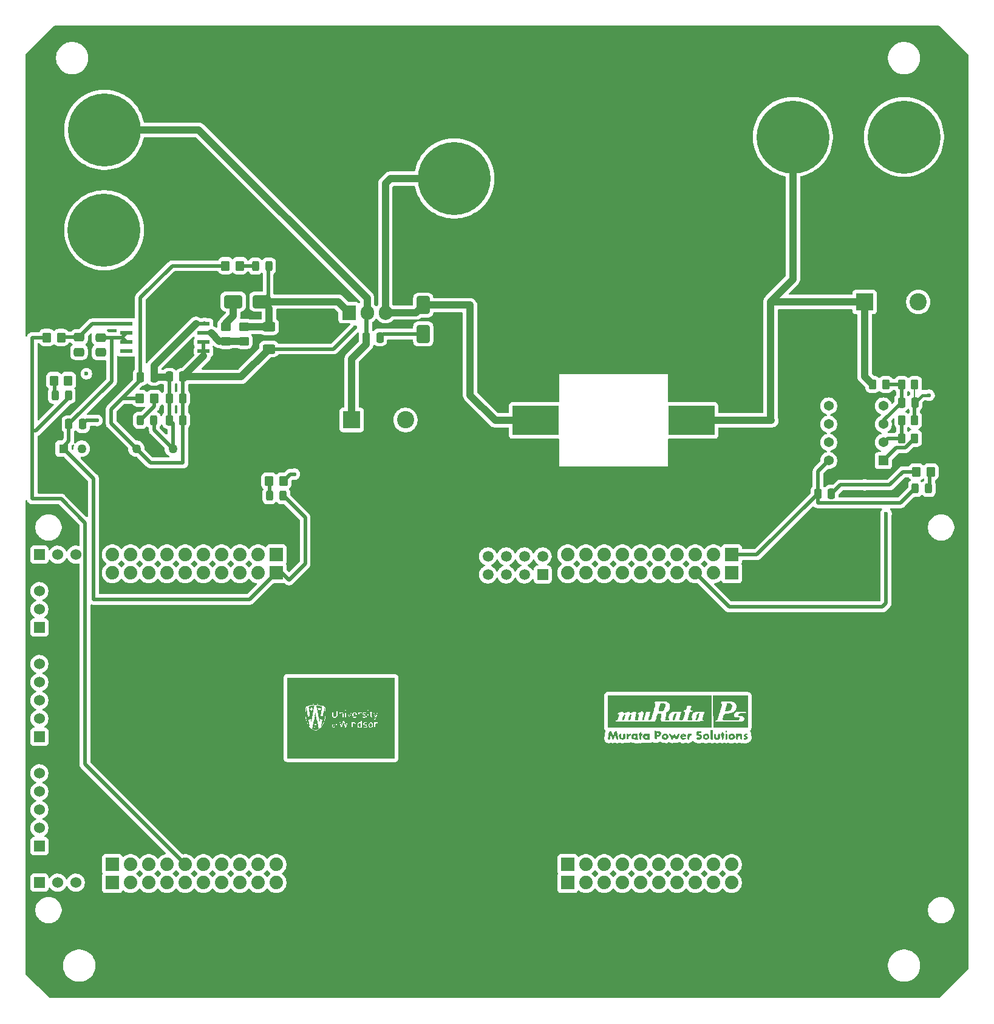
<source format=gbr>
%TF.GenerationSoftware,KiCad,Pcbnew,9.0.0*%
%TF.CreationDate,2025-03-06T09:36:57-05:00*%
%TF.ProjectId,PCB_Tutorial_Lect,5043425f-5475-4746-9f72-69616c5f4c65,rev?*%
%TF.SameCoordinates,Original*%
%TF.FileFunction,Copper,L1,Top*%
%TF.FilePolarity,Positive*%
%FSLAX46Y46*%
G04 Gerber Fmt 4.6, Leading zero omitted, Abs format (unit mm)*
G04 Created by KiCad (PCBNEW 9.0.0) date 2025-03-06 09:36:57*
%MOMM*%
%LPD*%
G01*
G04 APERTURE LIST*
G04 Aperture macros list*
%AMRoundRect*
0 Rectangle with rounded corners*
0 $1 Rounding radius*
0 $2 $3 $4 $5 $6 $7 $8 $9 X,Y pos of 4 corners*
0 Add a 4 corners polygon primitive as box body*
4,1,4,$2,$3,$4,$5,$6,$7,$8,$9,$2,$3,0*
0 Add four circle primitives for the rounded corners*
1,1,$1+$1,$2,$3*
1,1,$1+$1,$4,$5*
1,1,$1+$1,$6,$7*
1,1,$1+$1,$8,$9*
0 Add four rect primitives between the rounded corners*
20,1,$1+$1,$2,$3,$4,$5,0*
20,1,$1+$1,$4,$5,$6,$7,0*
20,1,$1+$1,$6,$7,$8,$9,0*
20,1,$1+$1,$8,$9,$2,$3,0*%
G04 Aperture macros list end*
%TA.AperFunction,EtchedComponent*%
%ADD10C,0.000000*%
%TD*%
%TA.AperFunction,ComponentPad*%
%ADD11C,10.160000*%
%TD*%
%TA.AperFunction,SMDPad,CuDef*%
%ADD12RoundRect,0.250000X-0.650000X1.000000X-0.650000X-1.000000X0.650000X-1.000000X0.650000X1.000000X0*%
%TD*%
%TA.AperFunction,ComponentPad*%
%ADD13R,2.400000X2.400000*%
%TD*%
%TA.AperFunction,ComponentPad*%
%ADD14C,2.400000*%
%TD*%
%TA.AperFunction,SMDPad,CuDef*%
%ADD15RoundRect,0.250000X0.350000X0.450000X-0.350000X0.450000X-0.350000X-0.450000X0.350000X-0.450000X0*%
%TD*%
%TA.AperFunction,SMDPad,CuDef*%
%ADD16RoundRect,0.250000X-0.262500X-0.450000X0.262500X-0.450000X0.262500X0.450000X-0.262500X0.450000X0*%
%TD*%
%TA.AperFunction,SMDPad,CuDef*%
%ADD17RoundRect,0.250000X-0.250000X-0.475000X0.250000X-0.475000X0.250000X0.475000X-0.250000X0.475000X0*%
%TD*%
%TA.AperFunction,SMDPad,CuDef*%
%ADD18RoundRect,0.243750X-0.243750X-0.456250X0.243750X-0.456250X0.243750X0.456250X-0.243750X0.456250X0*%
%TD*%
%TA.AperFunction,SMDPad,CuDef*%
%ADD19RoundRect,0.250000X0.450000X-0.350000X0.450000X0.350000X-0.450000X0.350000X-0.450000X-0.350000X0*%
%TD*%
%TA.AperFunction,SMDPad,CuDef*%
%ADD20RoundRect,0.250000X-1.000000X-0.650000X1.000000X-0.650000X1.000000X0.650000X-1.000000X0.650000X0*%
%TD*%
%TA.AperFunction,SMDPad,CuDef*%
%ADD21RoundRect,0.250000X0.250000X0.475000X-0.250000X0.475000X-0.250000X-0.475000X0.250000X-0.475000X0*%
%TD*%
%TA.AperFunction,SMDPad,CuDef*%
%ADD22RoundRect,0.243750X0.243750X0.456250X-0.243750X0.456250X-0.243750X-0.456250X0.243750X-0.456250X0*%
%TD*%
%TA.AperFunction,SMDPad,CuDef*%
%ADD23RoundRect,0.250000X-0.350000X-0.450000X0.350000X-0.450000X0.350000X0.450000X-0.350000X0.450000X0*%
%TD*%
%TA.AperFunction,SMDPad,CuDef*%
%ADD24RoundRect,0.250000X-0.475000X0.337500X-0.475000X-0.337500X0.475000X-0.337500X0.475000X0.337500X0*%
%TD*%
%TA.AperFunction,SMDPad,CuDef*%
%ADD25RoundRect,0.250000X0.262500X0.450000X-0.262500X0.450000X-0.262500X-0.450000X0.262500X-0.450000X0*%
%TD*%
%TA.AperFunction,SMDPad,CuDef*%
%ADD26R,1.701800X0.558800*%
%TD*%
%TA.AperFunction,ComponentPad*%
%ADD27R,1.879600X1.879600*%
%TD*%
%TA.AperFunction,ComponentPad*%
%ADD28C,1.879600*%
%TD*%
%TA.AperFunction,ComponentPad*%
%ADD29R,1.524000X1.524000*%
%TD*%
%TA.AperFunction,ComponentPad*%
%ADD30C,1.524000*%
%TD*%
%TA.AperFunction,ComponentPad*%
%ADD31R,1.500000X1.500000*%
%TD*%
%TA.AperFunction,ComponentPad*%
%ADD32C,1.500000*%
%TD*%
%TA.AperFunction,ComponentPad*%
%ADD33R,1.905000X2.000000*%
%TD*%
%TA.AperFunction,ComponentPad*%
%ADD34O,1.905000X2.000000*%
%TD*%
%TA.AperFunction,ComponentPad*%
%ADD35R,1.371600X1.371600*%
%TD*%
%TA.AperFunction,ComponentPad*%
%ADD36C,1.371600*%
%TD*%
%TA.AperFunction,SMDPad,CuDef*%
%ADD37R,6.451600X4.114800*%
%TD*%
%TA.AperFunction,SMDPad,CuDef*%
%ADD38RoundRect,0.250000X0.625000X-0.400000X0.625000X0.400000X-0.625000X0.400000X-0.625000X-0.400000X0*%
%TD*%
%TA.AperFunction,ComponentPad*%
%ADD39R,1.270000X1.270000*%
%TD*%
%TA.AperFunction,ComponentPad*%
%ADD40C,1.270000*%
%TD*%
%TA.AperFunction,ViaPad*%
%ADD41C,0.600000*%
%TD*%
%TA.AperFunction,Conductor*%
%ADD42C,0.200000*%
%TD*%
%TA.AperFunction,Conductor*%
%ADD43C,1.000000*%
%TD*%
%TA.AperFunction,Conductor*%
%ADD44C,0.500126*%
%TD*%
%TA.AperFunction,Conductor*%
%ADD45C,0.400000*%
%TD*%
%TA.AperFunction,Conductor*%
%ADD46C,0.600000*%
%TD*%
G04 APERTURE END LIST*
D10*
%TA.AperFunction,EtchedComponent*%
%TO.C,G\u002A\u002A\u002A*%
G36*
X86051185Y-130177020D02*
G01*
X86067319Y-130238341D01*
X86067043Y-130259001D01*
X86054229Y-130371033D01*
X86037622Y-130446554D01*
X86017263Y-130505922D01*
X86002407Y-130500369D01*
X85990263Y-130464416D01*
X85967752Y-130377907D01*
X85945397Y-130276863D01*
X85935333Y-130197367D01*
X85955486Y-130165596D01*
X85996317Y-130160759D01*
X86051185Y-130177020D01*
G37*
%TD.AperFunction*%
%TA.AperFunction,EtchedComponent*%
G36*
X88030761Y-130941901D02*
G01*
X88059425Y-131007654D01*
X88064673Y-131047270D01*
X88056197Y-131161774D01*
X88013832Y-131238476D01*
X87949570Y-131266736D01*
X87875400Y-131235916D01*
X87863965Y-131225344D01*
X87829653Y-131150557D01*
X87824241Y-131048440D01*
X87849358Y-130957702D01*
X87852477Y-130952500D01*
X87907782Y-130919856D01*
X87968034Y-130916776D01*
X88030761Y-130941901D01*
G37*
%TD.AperFunction*%
%TA.AperFunction,EtchedComponent*%
G36*
X90965234Y-129293997D02*
G01*
X91029998Y-129356148D01*
X91062733Y-129428770D01*
X91059602Y-129462804D01*
X91013873Y-129501619D01*
X90910282Y-129517163D01*
X90876648Y-129517721D01*
X90775399Y-129512913D01*
X90727396Y-129493422D01*
X90714789Y-129451651D01*
X90714767Y-129448824D01*
X90744829Y-129358672D01*
X90817272Y-129289485D01*
X90890404Y-129267651D01*
X90965234Y-129293997D01*
G37*
%TD.AperFunction*%
%TA.AperFunction,EtchedComponent*%
G36*
X91653650Y-130710973D02*
G01*
X91707904Y-130739493D01*
X91734912Y-130803694D01*
X91748154Y-130909525D01*
X91747627Y-131028507D01*
X91733333Y-131132160D01*
X91707904Y-131189620D01*
X91623598Y-131229706D01*
X91527282Y-131215821D01*
X91449142Y-131153092D01*
X91399837Y-131024254D01*
X91404812Y-130869431D01*
X91428370Y-130788261D01*
X91477982Y-130716573D01*
X91564122Y-130696624D01*
X91653650Y-130710973D01*
G37*
%TD.AperFunction*%
%TA.AperFunction,EtchedComponent*%
G36*
X84902938Y-130167047D02*
G01*
X84920805Y-130198686D01*
X84914932Y-130274840D01*
X84909027Y-130312588D01*
X84887523Y-130407958D01*
X84861024Y-130480592D01*
X84836686Y-130517013D01*
X84821665Y-130503745D01*
X84819859Y-130480492D01*
X84814001Y-130412294D01*
X84800120Y-130312041D01*
X84797323Y-130294726D01*
X84787268Y-130207273D01*
X84802107Y-130169311D01*
X84850396Y-130160774D01*
X84854443Y-130160759D01*
X84902938Y-130167047D01*
G37*
%TD.AperFunction*%
%TA.AperFunction,EtchedComponent*%
G36*
X93245345Y-130724114D02*
G01*
X93302314Y-130808381D01*
X93322557Y-130952126D01*
X93322643Y-130964557D01*
X93304921Y-131112590D01*
X93250594Y-131200956D01*
X93157924Y-131232355D01*
X93149910Y-131232489D01*
X93061027Y-131217828D01*
X93008269Y-131189620D01*
X92981260Y-131125419D01*
X92968019Y-131019588D01*
X92968546Y-130900606D01*
X92982840Y-130796953D01*
X93008269Y-130739493D01*
X93074263Y-130707279D01*
X93149910Y-130696624D01*
X93245345Y-130724114D01*
G37*
%TD.AperFunction*%
%TA.AperFunction,EtchedComponent*%
G36*
X85448232Y-129299543D02*
G01*
X85469900Y-129380714D01*
X85479660Y-129437342D01*
X85498556Y-129557387D01*
X85517273Y-129659625D01*
X85523313Y-129687412D01*
X85527488Y-129742800D01*
X85491469Y-129764592D01*
X85427566Y-129767792D01*
X85349885Y-129761471D01*
X85325606Y-129732643D01*
X85331819Y-129687412D01*
X85348586Y-129603159D01*
X85368203Y-129485794D01*
X85375472Y-129437342D01*
X85394905Y-129338613D01*
X85416942Y-129277425D01*
X85427566Y-129267651D01*
X85448232Y-129299543D01*
G37*
%TD.AperFunction*%
%TA.AperFunction,EtchedComponent*%
G36*
X85522575Y-129809242D02*
G01*
X85563086Y-129831309D01*
X85567219Y-129866034D01*
X85574584Y-129951214D01*
X85589262Y-129997857D01*
X85597603Y-130062980D01*
X85574997Y-130081845D01*
X85553490Y-130104963D01*
X85584437Y-130137574D01*
X85613074Y-130190426D01*
X85649607Y-130307705D01*
X85692342Y-130483036D01*
X85739583Y-130710045D01*
X85747346Y-130750211D01*
X85785726Y-130948809D01*
X85820849Y-131127083D01*
X85849949Y-131271252D01*
X85870259Y-131367534D01*
X85877219Y-131397119D01*
X85877436Y-131450001D01*
X85837610Y-131499886D01*
X85745362Y-131561663D01*
X85735653Y-131567385D01*
X85576579Y-131647727D01*
X85446843Y-131678668D01*
X85326305Y-131662353D01*
X85231082Y-131621062D01*
X85140200Y-131573453D01*
X85073904Y-131533063D01*
X85030482Y-131488987D01*
X85008227Y-131430319D01*
X85005428Y-131346152D01*
X85020375Y-131225581D01*
X85049957Y-131065292D01*
X85185445Y-131065292D01*
X85193620Y-131198395D01*
X85245760Y-131279101D01*
X85330995Y-131303938D01*
X85404296Y-131303938D01*
X85384513Y-131282151D01*
X85476642Y-131282151D01*
X85476814Y-131301166D01*
X85520858Y-131303938D01*
X85601777Y-131283494D01*
X85634767Y-131261069D01*
X85661112Y-131208676D01*
X85675125Y-131132371D01*
X85676137Y-131056603D01*
X85663478Y-131005820D01*
X85641912Y-131000281D01*
X85611696Y-131050767D01*
X85606188Y-131090309D01*
X85581338Y-131163031D01*
X85528003Y-131231098D01*
X85476642Y-131282151D01*
X85384513Y-131282151D01*
X85331309Y-131223558D01*
X85266358Y-131126899D01*
X85228162Y-131036005D01*
X85198004Y-130928832D01*
X85185445Y-131065292D01*
X85049957Y-131065292D01*
X85051358Y-131057699D01*
X85096669Y-130831601D01*
X85100270Y-130813616D01*
X85291099Y-130813616D01*
X85313248Y-130846666D01*
X85345682Y-130912883D01*
X85356117Y-130986642D01*
X85368839Y-131109099D01*
X85400162Y-131175900D01*
X85439825Y-131183738D01*
X85477566Y-131129307D01*
X85500267Y-131033098D01*
X85519363Y-130931353D01*
X85542305Y-130857524D01*
X85547031Y-130848453D01*
X85548314Y-130810000D01*
X85521962Y-130803797D01*
X85461652Y-130777491D01*
X85448405Y-130759142D01*
X85424944Y-130732870D01*
X85406727Y-130759142D01*
X85356974Y-130798786D01*
X85328133Y-130803797D01*
X85291099Y-130813616D01*
X85100270Y-130813616D01*
X85102642Y-130801768D01*
X85150760Y-130572512D01*
X85195380Y-130381826D01*
X85234215Y-130238403D01*
X85264979Y-130150933D01*
X85279905Y-130127979D01*
X85309446Y-130099367D01*
X85282284Y-130082562D01*
X85253973Y-130043882D01*
X85265870Y-129997857D01*
X85287421Y-129910110D01*
X85287913Y-129866034D01*
X85296389Y-129825433D01*
X85346144Y-129807091D01*
X85427566Y-129803516D01*
X85522575Y-129809242D01*
G37*
%TD.AperFunction*%
%TA.AperFunction,EtchedComponent*%
G36*
X85268254Y-128276246D02*
G01*
X85271358Y-128277875D01*
X85271636Y-128318220D01*
X85259165Y-128417190D01*
X85235757Y-128563462D01*
X85203224Y-128745713D01*
X85163379Y-128952620D01*
X85163213Y-128953458D01*
X85121201Y-129164862D01*
X85083451Y-129355659D01*
X85052421Y-129513353D01*
X85030570Y-129625444D01*
X85020525Y-129678481D01*
X85008072Y-129748728D01*
X85003433Y-129774238D01*
X84969322Y-129799157D01*
X84918494Y-129814028D01*
X84838115Y-129829510D01*
X84917601Y-129834375D01*
X84970397Y-129846726D01*
X84984270Y-129889019D01*
X84974987Y-129955344D01*
X84955610Y-130040010D01*
X84938538Y-130088093D01*
X84937625Y-130089311D01*
X84898333Y-130105970D01*
X84806866Y-130134864D01*
X84680319Y-130170721D01*
X84630168Y-130184134D01*
X84508539Y-130218556D01*
X84429161Y-130245850D01*
X84403029Y-130261963D01*
X84412135Y-130264514D01*
X84446902Y-130273344D01*
X84473694Y-130304425D01*
X84497107Y-130370216D01*
X84521740Y-130483177D01*
X84548520Y-130634107D01*
X84576307Y-130793673D01*
X84601507Y-130931304D01*
X84620726Y-131028835D01*
X84628595Y-131062799D01*
X84634949Y-131118619D01*
X84608860Y-131117949D01*
X84555777Y-131064872D01*
X84481147Y-130963473D01*
X84466375Y-130941213D01*
X84416389Y-130853585D01*
X84358250Y-130734766D01*
X84298086Y-130599829D01*
X84242022Y-130463844D01*
X84196183Y-130341881D01*
X84176485Y-130279840D01*
X84260571Y-130279840D01*
X84265475Y-130301078D01*
X84284387Y-130303657D01*
X84313793Y-130290586D01*
X84308204Y-130279840D01*
X84265807Y-130275565D01*
X84260571Y-130279840D01*
X84176485Y-130279840D01*
X84166697Y-130249012D01*
X84159687Y-130200307D01*
X84163664Y-130196484D01*
X84162168Y-130170246D01*
X84147051Y-130136943D01*
X84224847Y-130136943D01*
X84229751Y-130158181D01*
X84248663Y-130160759D01*
X84278068Y-130147688D01*
X84272479Y-130136943D01*
X84230083Y-130132668D01*
X84224847Y-130136943D01*
X84147051Y-130136943D01*
X84142511Y-130126942D01*
X84135724Y-130101219D01*
X84332020Y-130101219D01*
X84336924Y-130122457D01*
X84355836Y-130125035D01*
X84385241Y-130111964D01*
X84379652Y-130101219D01*
X84337256Y-130096943D01*
X84332020Y-130101219D01*
X84135724Y-130101219D01*
X84126298Y-130065494D01*
X84474917Y-130065494D01*
X84479821Y-130086732D01*
X84498733Y-130089311D01*
X84528139Y-130076240D01*
X84522550Y-130065494D01*
X84480153Y-130061219D01*
X84474917Y-130065494D01*
X84126298Y-130065494D01*
X84125885Y-130063929D01*
X84159322Y-130029770D01*
X84617814Y-130029770D01*
X84622718Y-130051008D01*
X84641631Y-130053586D01*
X84671036Y-130040515D01*
X84665447Y-130029770D01*
X84623051Y-130025495D01*
X84617814Y-130029770D01*
X84159322Y-130029770D01*
X84168047Y-130020856D01*
X84208067Y-129994046D01*
X84796436Y-129994046D01*
X84801340Y-130015284D01*
X84820252Y-130017862D01*
X84849658Y-130004791D01*
X84844069Y-129994046D01*
X84801672Y-129989770D01*
X84796436Y-129994046D01*
X84208067Y-129994046D01*
X84210732Y-129992261D01*
X84189133Y-129983927D01*
X84164117Y-129983224D01*
X84115350Y-129964159D01*
X84115434Y-129958321D01*
X84260571Y-129958321D01*
X84265475Y-129979559D01*
X84284387Y-129982138D01*
X84313793Y-129969067D01*
X84308204Y-129958321D01*
X84265807Y-129954046D01*
X84260571Y-129958321D01*
X84115434Y-129958321D01*
X84115727Y-129937872D01*
X84371330Y-129937872D01*
X84406446Y-129943593D01*
X84452781Y-129937025D01*
X84453334Y-129924830D01*
X84405521Y-129916302D01*
X84384862Y-129922009D01*
X84371330Y-129937872D01*
X84115727Y-129937872D01*
X84116117Y-129910689D01*
X84116154Y-129902148D01*
X84514228Y-129902148D01*
X84549343Y-129907869D01*
X84595678Y-129901300D01*
X84596231Y-129889105D01*
X84548418Y-129880577D01*
X84527759Y-129886285D01*
X84514228Y-129902148D01*
X84116154Y-129902148D01*
X84116320Y-129864344D01*
X84663936Y-129864344D01*
X84713079Y-129869324D01*
X84763795Y-129863710D01*
X84757735Y-129851305D01*
X84684595Y-129846587D01*
X84668424Y-129851305D01*
X84663936Y-129864344D01*
X84116320Y-129864344D01*
X84116366Y-129853813D01*
X84097921Y-129839240D01*
X84089219Y-129815424D01*
X84189123Y-129815424D01*
X84194026Y-129836662D01*
X84212939Y-129839240D01*
X84242344Y-129826169D01*
X84236755Y-129815424D01*
X84194359Y-129811149D01*
X84189123Y-129815424D01*
X84089219Y-129815424D01*
X84085728Y-129805870D01*
X84077719Y-129714887D01*
X84073570Y-129579988D01*
X84072958Y-129414866D01*
X84075559Y-129233217D01*
X84081048Y-129048734D01*
X84089101Y-128875113D01*
X84099395Y-128726049D01*
X84111606Y-128615235D01*
X84125410Y-128556367D01*
X84128373Y-128551991D01*
X84149349Y-128566988D01*
X84177091Y-128648383D01*
X84211982Y-128797626D01*
X84254405Y-129016169D01*
X84262576Y-129061336D01*
X84297844Y-129256261D01*
X84330104Y-129431315D01*
X84356653Y-129572080D01*
X84374791Y-129664134D01*
X84379866Y-129687412D01*
X84381314Y-129750165D01*
X84336319Y-129767791D01*
X84335893Y-129767792D01*
X84292320Y-129776686D01*
X84292689Y-129788002D01*
X84335818Y-129790850D01*
X84425779Y-129777119D01*
X84541044Y-129750999D01*
X84660080Y-129716681D01*
X84661529Y-129716208D01*
X84670655Y-129676047D01*
X84670445Y-129672527D01*
X84796436Y-129672527D01*
X84801340Y-129693765D01*
X84820252Y-129696343D01*
X84849658Y-129683272D01*
X84844069Y-129672527D01*
X84801672Y-129668251D01*
X84796436Y-129672527D01*
X84670445Y-129672527D01*
X84664184Y-129567563D01*
X84642267Y-129392125D01*
X84605057Y-129151101D01*
X84586653Y-129040920D01*
X84547317Y-128804832D01*
X84537546Y-128741315D01*
X84641631Y-128741315D01*
X84671597Y-128792714D01*
X84713079Y-128813586D01*
X84772103Y-128858410D01*
X84784528Y-128901109D01*
X84806176Y-128983399D01*
X84856181Y-129015404D01*
X84912136Y-128997115D01*
X84951632Y-128928525D01*
X84956592Y-128901171D01*
X84983479Y-128823984D01*
X85036971Y-128803235D01*
X85094634Y-128778443D01*
X85106047Y-128745484D01*
X85085103Y-128704143D01*
X85019998Y-128704182D01*
X84957242Y-128704971D01*
X84951300Y-128675414D01*
X84949346Y-128611010D01*
X84927685Y-128553649D01*
X84888046Y-128502325D01*
X84845184Y-128512033D01*
X84835623Y-128519508D01*
X84794334Y-128587447D01*
X84784528Y-128643505D01*
X84771388Y-128702959D01*
X84721134Y-128708385D01*
X84713079Y-128706413D01*
X84653596Y-128709325D01*
X84641631Y-128741315D01*
X84537546Y-128741315D01*
X84520406Y-128629897D01*
X84505107Y-128507056D01*
X84500609Y-128427249D01*
X84506098Y-128381418D01*
X84520762Y-128360504D01*
X84525414Y-128358240D01*
X84591743Y-128342050D01*
X84702246Y-128324022D01*
X84838378Y-128306154D01*
X84981591Y-128290445D01*
X85113339Y-128278891D01*
X85215075Y-128273492D01*
X85268254Y-128276246D01*
G37*
%TD.AperFunction*%
%TA.AperFunction,EtchedComponent*%
G36*
X85772278Y-128272849D02*
G01*
X85902541Y-128287167D01*
X86046092Y-128307144D01*
X86182058Y-128329599D01*
X86289565Y-128351352D01*
X86347739Y-128369223D01*
X86348795Y-128369843D01*
X86358313Y-128392874D01*
X86359374Y-128449020D01*
X86351198Y-128543869D01*
X86333008Y-128683006D01*
X86304023Y-128872020D01*
X86263466Y-129116497D01*
X86210558Y-129422024D01*
X86170753Y-129647137D01*
X86182497Y-129689970D01*
X86243249Y-129725634D01*
X86338536Y-129755104D01*
X86479189Y-129789250D01*
X86552750Y-129799901D01*
X86559595Y-129787083D01*
X86532138Y-129768315D01*
X86512412Y-129749971D01*
X86501921Y-129716231D01*
X86501504Y-129656811D01*
X86512002Y-129561427D01*
X86534254Y-129419795D01*
X86569101Y-129221631D01*
X86583118Y-129144226D01*
X86620084Y-128949107D01*
X86654761Y-128781142D01*
X86684540Y-128651834D01*
X86706814Y-128572688D01*
X86717123Y-128553164D01*
X86738181Y-128586576D01*
X86756719Y-128677620D01*
X86772305Y-128812512D01*
X86784507Y-128977467D01*
X86792895Y-129158699D01*
X86797037Y-129342423D01*
X86796503Y-129514854D01*
X86790861Y-129662206D01*
X86779679Y-129770695D01*
X86762528Y-129826535D01*
X86757080Y-129830715D01*
X86735592Y-129869576D01*
X86739463Y-129912402D01*
X86735871Y-129970922D01*
X86708877Y-129982685D01*
X86678117Y-129989137D01*
X86708399Y-130013866D01*
X86738171Y-130056125D01*
X86718587Y-130115795D01*
X86696342Y-130179547D01*
X86700614Y-130207272D01*
X86702708Y-130250481D01*
X86691459Y-130274487D01*
X86658904Y-130353031D01*
X86653208Y-130378625D01*
X86627317Y-130468866D01*
X86576985Y-130590153D01*
X86510634Y-130727075D01*
X86436686Y-130864221D01*
X86363565Y-130986179D01*
X86299693Y-131077540D01*
X86253493Y-131122890D01*
X86245151Y-131125247D01*
X86241993Y-131092730D01*
X86251049Y-131005026D01*
X86270482Y-130877002D01*
X86288217Y-130777004D01*
X86316268Y-130621321D01*
X86338590Y-130487277D01*
X86352149Y-130393628D01*
X86354809Y-130365023D01*
X86385988Y-130303239D01*
X86421949Y-130279840D01*
X86546928Y-130279840D01*
X86551832Y-130301078D01*
X86570745Y-130303657D01*
X86600150Y-130290586D01*
X86594561Y-130279840D01*
X86552164Y-130275565D01*
X86546928Y-130279840D01*
X86421949Y-130279840D01*
X86431690Y-130273502D01*
X86453759Y-130256275D01*
X86425387Y-130235832D01*
X86339591Y-130209137D01*
X86213657Y-130178657D01*
X86078451Y-130143843D01*
X86057419Y-130136943D01*
X86582653Y-130136943D01*
X86587557Y-130158181D01*
X86606469Y-130160759D01*
X86635874Y-130147688D01*
X86630285Y-130136943D01*
X86587889Y-130132668D01*
X86582653Y-130136943D01*
X86057419Y-130136943D01*
X85973284Y-130109341D01*
X85956621Y-130101219D01*
X86475480Y-130101219D01*
X86480384Y-130122457D01*
X86499296Y-130125035D01*
X86528701Y-130111964D01*
X86523112Y-130101219D01*
X86480716Y-130096943D01*
X86475480Y-130101219D01*
X85956621Y-130101219D01*
X85915191Y-130081025D01*
X85909142Y-130073694D01*
X85907023Y-130065494D01*
X86332582Y-130065494D01*
X86337486Y-130086732D01*
X86356399Y-130089311D01*
X86385804Y-130076240D01*
X86380215Y-130065494D01*
X86337818Y-130061219D01*
X86332582Y-130065494D01*
X85907023Y-130065494D01*
X85897793Y-130029770D01*
X86189685Y-130029770D01*
X86194589Y-130051008D01*
X86213501Y-130053586D01*
X86242906Y-130040515D01*
X86237318Y-130029770D01*
X86194921Y-130025495D01*
X86189685Y-130029770D01*
X85897793Y-130029770D01*
X85892509Y-130009321D01*
X86014650Y-130009321D01*
X86049765Y-130015042D01*
X86096100Y-130008473D01*
X86096653Y-129996278D01*
X86048840Y-129987750D01*
X86028181Y-129993458D01*
X86014650Y-130009321D01*
X85892509Y-130009321D01*
X85879331Y-129958321D01*
X86546928Y-129958321D01*
X86551832Y-129979559D01*
X86570745Y-129982138D01*
X86600150Y-129969067D01*
X86594561Y-129958321D01*
X86552164Y-129954046D01*
X86546928Y-129958321D01*
X85879331Y-129958321D01*
X85877149Y-129949877D01*
X85875725Y-129922597D01*
X86439755Y-129922597D01*
X86444659Y-129943835D01*
X86463572Y-129946413D01*
X86492977Y-129933342D01*
X86487388Y-129922597D01*
X86444991Y-129918322D01*
X86439755Y-129922597D01*
X85875725Y-129922597D01*
X85874658Y-129902148D01*
X86264720Y-129902148D01*
X86299835Y-129907869D01*
X86346170Y-129901300D01*
X86346723Y-129889105D01*
X86298910Y-129880577D01*
X86278252Y-129886285D01*
X86264720Y-129902148D01*
X85874658Y-129902148D01*
X85873361Y-129877301D01*
X85882644Y-129864344D01*
X86092909Y-129864344D01*
X86142053Y-129869324D01*
X86192768Y-129863710D01*
X86186708Y-129851305D01*
X86113568Y-129846587D01*
X86097397Y-129851305D01*
X86092909Y-129864344D01*
X85882644Y-129864344D01*
X85899470Y-129840860D01*
X85936583Y-129828735D01*
X85992114Y-129816687D01*
X85989066Y-129815424D01*
X86618377Y-129815424D01*
X86623281Y-129836662D01*
X86642193Y-129839240D01*
X86671598Y-129826169D01*
X86666010Y-129815424D01*
X86623613Y-129811149D01*
X86618377Y-129815424D01*
X85989066Y-129815424D01*
X85978659Y-129811112D01*
X85940692Y-129808381D01*
X85874392Y-129776834D01*
X85845957Y-129705274D01*
X85839608Y-129672527D01*
X86011063Y-129672527D01*
X86015967Y-129693765D01*
X86034880Y-129696343D01*
X86064285Y-129683272D01*
X86058696Y-129672527D01*
X86016299Y-129668251D01*
X86011063Y-129672527D01*
X85839608Y-129672527D01*
X85833172Y-129639331D01*
X85808988Y-129516620D01*
X85776040Y-129350429D01*
X85736961Y-129154047D01*
X85699030Y-128963994D01*
X85658180Y-128758207D01*
X85642616Y-128678640D01*
X85749085Y-128678640D01*
X85776724Y-128738861D01*
X85798724Y-128753077D01*
X85832439Y-128799562D01*
X85828806Y-128846908D01*
X85824789Y-128900855D01*
X85866302Y-128906268D01*
X85886340Y-128901532D01*
X85943729Y-128898900D01*
X85965891Y-128944417D01*
X85968784Y-128976270D01*
X85974136Y-129071167D01*
X85988506Y-128978235D01*
X86011307Y-128911237D01*
X86063959Y-128897900D01*
X86087953Y-128901566D01*
X86148958Y-128904112D01*
X86159141Y-128867949D01*
X86154428Y-128846702D01*
X86155673Y-128778588D01*
X86174665Y-128751572D01*
X86210330Y-128697959D01*
X86213501Y-128675411D01*
X86191398Y-128639645D01*
X86129051Y-128644447D01*
X86060010Y-128646378D01*
X86026488Y-128595915D01*
X86024282Y-128587947D01*
X85991102Y-128537591D01*
X85950684Y-128544572D01*
X85928042Y-128602472D01*
X85927707Y-128612732D01*
X85909116Y-128650466D01*
X85843767Y-128646983D01*
X85838396Y-128645667D01*
X85769990Y-128640014D01*
X85749138Y-128675279D01*
X85749085Y-128678640D01*
X85642616Y-128678640D01*
X85622684Y-128576741D01*
X85594760Y-128431152D01*
X85576627Y-128332999D01*
X85570489Y-128294163D01*
X85601514Y-128275243D01*
X85676147Y-128267370D01*
X85676177Y-128267370D01*
X85772278Y-128272849D01*
G37*
%TD.AperFunction*%
%TA.AperFunction,EtchedComponent*%
G36*
X96502109Y-130000000D02*
G01*
X96502109Y-135626582D01*
X88999999Y-135626582D01*
X81497890Y-135626582D01*
X81497890Y-131900631D01*
X85378423Y-131900631D01*
X85427566Y-131905611D01*
X85478281Y-131899997D01*
X85472221Y-131887592D01*
X85399081Y-131882874D01*
X85382911Y-131887592D01*
X85378423Y-131900631D01*
X81497890Y-131900631D01*
X81497890Y-131857665D01*
X85284669Y-131857665D01*
X85302531Y-131875527D01*
X85320393Y-131857665D01*
X85534739Y-131857665D01*
X85552601Y-131875527D01*
X85570463Y-131857665D01*
X85552601Y-131839803D01*
X85534739Y-131857665D01*
X85320393Y-131857665D01*
X85302531Y-131839803D01*
X85284669Y-131857665D01*
X81497890Y-131857665D01*
X81497890Y-131821941D01*
X85213220Y-131821941D01*
X85231082Y-131839803D01*
X85248944Y-131821941D01*
X85606188Y-131821941D01*
X85624050Y-131839803D01*
X85641912Y-131821941D01*
X85624050Y-131804079D01*
X85606188Y-131821941D01*
X85248944Y-131821941D01*
X85231082Y-131804079D01*
X85213220Y-131821941D01*
X81497890Y-131821941D01*
X81497890Y-131786216D01*
X85141771Y-131786216D01*
X85159634Y-131804079D01*
X85177496Y-131786216D01*
X85677636Y-131786216D01*
X85695499Y-131804079D01*
X85713361Y-131786216D01*
X85695499Y-131768354D01*
X85677636Y-131786216D01*
X85177496Y-131786216D01*
X85159634Y-131768354D01*
X85141771Y-131786216D01*
X81497890Y-131786216D01*
X81497890Y-131750492D01*
X85070323Y-131750492D01*
X85088185Y-131768354D01*
X85106047Y-131750492D01*
X85088185Y-131732630D01*
X85070323Y-131750492D01*
X81497890Y-131750492D01*
X81497890Y-131671421D01*
X84968908Y-131671421D01*
X84977600Y-131691386D01*
X85013571Y-131729738D01*
X85034251Y-131721870D01*
X85034598Y-131716876D01*
X85009224Y-131686660D01*
X84993354Y-131675632D01*
X84968908Y-131671421D01*
X81497890Y-131671421D01*
X81497890Y-131599973D01*
X84861735Y-131599973D01*
X84870427Y-131619937D01*
X84906398Y-131658289D01*
X84927078Y-131650422D01*
X84927425Y-131645427D01*
X84902051Y-131615211D01*
X84886181Y-131604183D01*
X84861735Y-131599973D01*
X81497890Y-131599973D01*
X81497890Y-131178903D01*
X84409423Y-131178903D01*
X84604686Y-131384318D01*
X84709316Y-131493354D01*
X84774245Y-131557714D01*
X84808175Y-131585277D01*
X84819806Y-131583926D01*
X84820252Y-131579581D01*
X84796286Y-131552055D01*
X84732658Y-131488012D01*
X84641778Y-131399863D01*
X84614837Y-131374166D01*
X84409423Y-131178903D01*
X81497890Y-131178903D01*
X81497890Y-131054139D01*
X84322452Y-131054139D01*
X84331323Y-131072639D01*
X84351279Y-131098523D01*
X84403423Y-131154063D01*
X84426698Y-131153821D01*
X84427285Y-131147553D01*
X84402872Y-131117732D01*
X84364767Y-131085035D01*
X84322452Y-131054139D01*
X81497890Y-131054139D01*
X81497890Y-130803797D01*
X84193242Y-130803797D01*
X84195542Y-130831280D01*
X84224557Y-130898668D01*
X84230801Y-130910970D01*
X84272917Y-130983304D01*
X84302205Y-131017690D01*
X84304084Y-131018143D01*
X84301785Y-130990661D01*
X84272769Y-130923273D01*
X84266525Y-130910970D01*
X84224409Y-130838636D01*
X84195121Y-130804251D01*
X84193242Y-130803797D01*
X81497890Y-130803797D01*
X81497890Y-130732349D01*
X84141490Y-130732349D01*
X84154561Y-130761754D01*
X84165306Y-130756165D01*
X84169582Y-130713768D01*
X84165306Y-130708532D01*
X84144068Y-130713436D01*
X84141490Y-130732349D01*
X81497890Y-130732349D01*
X81497890Y-130643038D01*
X84105766Y-130643038D01*
X84123628Y-130660900D01*
X84141490Y-130643038D01*
X84123628Y-130625176D01*
X84105766Y-130643038D01*
X81497890Y-130643038D01*
X81497890Y-130571589D01*
X84070041Y-130571589D01*
X84087904Y-130589451D01*
X84105766Y-130571589D01*
X84087904Y-130553727D01*
X84070041Y-130571589D01*
X81497890Y-130571589D01*
X81497890Y-130464416D01*
X84034317Y-130464416D01*
X84052179Y-130482278D01*
X84070041Y-130464416D01*
X84052179Y-130446554D01*
X84034317Y-130464416D01*
X81497890Y-130464416D01*
X81497890Y-130339381D01*
X83998593Y-130339381D01*
X84011664Y-130368786D01*
X84022409Y-130363197D01*
X84026684Y-130320801D01*
X84022409Y-130315565D01*
X84001171Y-130320469D01*
X83998593Y-130339381D01*
X81497890Y-130339381D01*
X81497890Y-130211369D01*
X83965689Y-130211369D01*
X83972257Y-130257704D01*
X83984452Y-130258257D01*
X83992980Y-130210444D01*
X83987272Y-130189785D01*
X83971409Y-130176254D01*
X83965689Y-130211369D01*
X81497890Y-130211369D01*
X81497890Y-130053586D01*
X83932785Y-130053586D01*
X83938399Y-130104302D01*
X83950804Y-130098242D01*
X83955522Y-130025102D01*
X83950804Y-130008931D01*
X83937765Y-130004443D01*
X83932785Y-130053586D01*
X81497890Y-130053586D01*
X81497890Y-130000000D01*
X81497890Y-129785654D01*
X83900429Y-129785654D01*
X83903304Y-129859177D01*
X83911400Y-129878154D01*
X83915965Y-129866450D01*
X83922619Y-129780660D01*
X83916686Y-129723553D01*
X83907275Y-129703753D01*
X83901355Y-129746692D01*
X83900429Y-129785654D01*
X81497890Y-129785654D01*
X81497890Y-129303375D01*
X83865425Y-129303375D01*
X83868212Y-129380642D01*
X83875337Y-129401852D01*
X83880907Y-129383755D01*
X83886007Y-129293937D01*
X84020197Y-129293937D01*
X84020474Y-129374824D01*
X84029973Y-129702610D01*
X84055865Y-129979108D01*
X84102081Y-130223386D01*
X84172548Y-130454508D01*
X84271195Y-130691540D01*
X84307562Y-130768073D01*
X84418239Y-130957561D01*
X84560809Y-131145138D01*
X84724920Y-131322128D01*
X84900221Y-131479851D01*
X85076359Y-131609630D01*
X85242983Y-131702788D01*
X85389740Y-131750646D01*
X85480761Y-131751550D01*
X85483921Y-131750492D01*
X85749085Y-131750492D01*
X85766947Y-131768354D01*
X85784809Y-131750492D01*
X85766947Y-131732630D01*
X85749085Y-131750492D01*
X85483921Y-131750492D01*
X85569521Y-131721834D01*
X85573155Y-131720133D01*
X85820534Y-131720133D01*
X85844129Y-131720810D01*
X85897267Y-131693125D01*
X85953476Y-131653071D01*
X85983702Y-131621559D01*
X85975695Y-131611177D01*
X85924209Y-131637328D01*
X85914243Y-131643722D01*
X85849094Y-131690656D01*
X85820585Y-131719604D01*
X85820534Y-131720133D01*
X85573155Y-131720133D01*
X85687982Y-131666383D01*
X85778973Y-131615711D01*
X85813690Y-131589733D01*
X86037116Y-131589733D01*
X86068653Y-131566081D01*
X86137234Y-131503036D01*
X86230130Y-131412462D01*
X86267088Y-131375387D01*
X86360912Y-131278616D01*
X86429021Y-131204567D01*
X86460956Y-131164779D01*
X86461335Y-131161041D01*
X86429798Y-131184692D01*
X86361217Y-131247738D01*
X86268321Y-131338311D01*
X86231363Y-131375387D01*
X86137539Y-131472157D01*
X86069430Y-131546206D01*
X86037496Y-131585994D01*
X86037116Y-131589733D01*
X85813690Y-131589733D01*
X86044359Y-131417130D01*
X86284353Y-131160785D01*
X86310145Y-131122990D01*
X86472331Y-131122990D01*
X86477217Y-131125316D01*
X86509819Y-131100167D01*
X86517158Y-131089592D01*
X86526261Y-131056194D01*
X86521375Y-131053868D01*
X86488773Y-131079017D01*
X86481434Y-131089592D01*
X86472331Y-131122990D01*
X86310145Y-131122990D01*
X86378901Y-131022239D01*
X87753927Y-131022239D01*
X87756950Y-131148813D01*
X87793631Y-131254220D01*
X87808771Y-131274332D01*
X87901601Y-131330575D01*
X88007760Y-131329676D01*
X88086477Y-131283524D01*
X88123497Y-131209051D01*
X88140791Y-131099417D01*
X88137333Y-130985682D01*
X88112094Y-130898904D01*
X88099746Y-130882391D01*
X88093253Y-130879237D01*
X88249841Y-130879237D01*
X88276581Y-130900551D01*
X88305235Y-130947680D01*
X88319677Y-131059265D01*
X88321237Y-131128293D01*
X88326728Y-131241247D01*
X88341037Y-131317696D01*
X88356961Y-131339662D01*
X88375990Y-131307122D01*
X88388891Y-131222117D01*
X88392686Y-131125316D01*
X88396801Y-131000855D01*
X88411390Y-130934033D01*
X88439815Y-130911393D01*
X88446272Y-130910970D01*
X88493813Y-130891680D01*
X88499859Y-130875246D01*
X88470923Y-130843552D01*
X88446272Y-130839522D01*
X88403378Y-130813454D01*
X88395364Y-130754801D01*
X88421449Y-130692892D01*
X88450860Y-130667619D01*
X88486327Y-130632999D01*
X88467157Y-130609182D01*
X88407842Y-130607329D01*
X88350730Y-130651629D01*
X88321623Y-130720797D01*
X88321237Y-130729578D01*
X88297877Y-130806967D01*
X88276581Y-130836842D01*
X88249841Y-130879237D01*
X88093253Y-130879237D01*
X88022235Y-130844741D01*
X87921852Y-130840738D01*
X87830715Y-130867693D01*
X87786629Y-130908622D01*
X87753927Y-131022239D01*
X86378901Y-131022239D01*
X86392761Y-131001929D01*
X86547748Y-131001929D01*
X86550369Y-131018143D01*
X86579060Y-130990758D01*
X86606469Y-130946695D01*
X86629466Y-130891460D01*
X86626845Y-130875246D01*
X86598153Y-130902631D01*
X86570745Y-130946695D01*
X86547748Y-131001929D01*
X86392761Y-131001929D01*
X86490816Y-130858243D01*
X86508697Y-130821659D01*
X86642193Y-130821659D01*
X86660055Y-130839522D01*
X86677918Y-130821659D01*
X86660055Y-130803797D01*
X86642193Y-130821659D01*
X86508697Y-130821659D01*
X86543618Y-130750211D01*
X86677918Y-130750211D01*
X86695780Y-130768073D01*
X86713642Y-130750211D01*
X86695780Y-130732349D01*
X86677918Y-130750211D01*
X86543618Y-130750211D01*
X86587270Y-130660900D01*
X86713642Y-130660900D01*
X86726713Y-130690305D01*
X86737458Y-130684716D01*
X86741734Y-130642320D01*
X86737458Y-130637084D01*
X86716220Y-130641988D01*
X86713642Y-130660900D01*
X86587270Y-130660900D01*
X86630922Y-130571589D01*
X86749366Y-130571589D01*
X86767228Y-130589451D01*
X86785091Y-130571589D01*
X86767228Y-130553727D01*
X86749366Y-130571589D01*
X86630922Y-130571589D01*
X86655613Y-130521072D01*
X86668618Y-130482278D01*
X86785091Y-130482278D01*
X86798162Y-130511683D01*
X86808907Y-130506094D01*
X86813182Y-130463698D01*
X86808907Y-130458462D01*
X86787669Y-130463366D01*
X86785091Y-130482278D01*
X86668618Y-130482278D01*
X86711530Y-130354266D01*
X86823635Y-130354266D01*
X86830203Y-130400601D01*
X86842398Y-130401154D01*
X86850926Y-130353341D01*
X86845219Y-130332683D01*
X86829356Y-130319151D01*
X86823635Y-130354266D01*
X86711530Y-130354266D01*
X86740421Y-130268081D01*
X88755616Y-130268081D01*
X88756988Y-130328397D01*
X88775085Y-130430723D01*
X88810814Y-130585374D01*
X88841201Y-130708012D01*
X88897542Y-130932231D01*
X88939596Y-131096336D01*
X88970626Y-131209473D01*
X88993895Y-131280789D01*
X89012666Y-131319430D01*
X89030203Y-131334541D01*
X89049770Y-131335269D01*
X89064047Y-131332567D01*
X89099389Y-131303610D01*
X89138627Y-131225041D01*
X89184848Y-131089426D01*
X89228252Y-130937361D01*
X89271804Y-130783783D01*
X89310617Y-130659481D01*
X89340111Y-130578358D01*
X89354622Y-130553727D01*
X89371863Y-130586107D01*
X89401899Y-130674051D01*
X89440364Y-130803768D01*
X89479062Y-130946695D01*
X89527399Y-131123924D01*
X89565749Y-131241304D01*
X89598369Y-131308997D01*
X89629517Y-131337168D01*
X89643672Y-131339662D01*
X89671111Y-131327662D01*
X89698979Y-131285591D01*
X89730601Y-131204343D01*
X89769302Y-131074810D01*
X89798266Y-130964557D01*
X90107453Y-130964557D01*
X90108349Y-131131896D01*
X90112641Y-131240426D01*
X90122734Y-131302778D01*
X90141036Y-131331584D01*
X90169951Y-131339476D01*
X90178902Y-131339662D01*
X90210776Y-131334959D01*
X90231449Y-131312428D01*
X90243325Y-131259437D01*
X90248812Y-131163355D01*
X90250315Y-131011548D01*
X90250351Y-130964557D01*
X90249455Y-130797217D01*
X90245163Y-130688688D01*
X90235070Y-130626336D01*
X90216768Y-130597529D01*
X90197712Y-130592328D01*
X90500421Y-130592328D01*
X90500421Y-130965995D01*
X90502074Y-131136914D01*
X90508136Y-131247988D01*
X90520263Y-131310769D01*
X90540114Y-131336808D01*
X90554008Y-131339662D01*
X90581802Y-131325982D01*
X90598341Y-131276420D01*
X90606082Y-131178194D01*
X90607594Y-131061012D01*
X90612957Y-130893496D01*
X90632870Y-130785183D01*
X90673068Y-130724372D01*
X90739287Y-130699364D01*
X90786216Y-130696624D01*
X90868331Y-130707565D01*
X90921426Y-130748187D01*
X90951235Y-130830192D01*
X90963495Y-130965278D01*
X90964837Y-131061012D01*
X90967468Y-131205544D01*
X90977000Y-131291546D01*
X90995889Y-131331800D01*
X91018424Y-131339662D01*
X91045365Y-131326594D01*
X91061786Y-131279055D01*
X91069921Y-131184545D01*
X91072010Y-131039963D01*
X91070612Y-131005427D01*
X91287393Y-131005427D01*
X91313034Y-131149020D01*
X91359344Y-131244194D01*
X91406656Y-131295001D01*
X91461574Y-131322400D01*
X91546148Y-131332822D01*
X91663903Y-131333036D01*
X91895474Y-131329090D01*
X91893910Y-131243280D01*
X92081851Y-131243280D01*
X92124216Y-131289290D01*
X92214339Y-131323481D01*
X92340384Y-131339279D01*
X92364914Y-131339662D01*
X92500631Y-131326822D01*
X92590557Y-131284059D01*
X92608157Y-131268214D01*
X92667089Y-131168731D01*
X92668432Y-131064130D01*
X92619927Y-130974260D01*
X92568031Y-130942595D01*
X92822503Y-130942595D01*
X92841528Y-131086577D01*
X92891403Y-131214843D01*
X92955974Y-131295007D01*
X93064839Y-131337354D01*
X93192893Y-131330834D01*
X93310511Y-131278746D01*
X93342129Y-131251975D01*
X93394166Y-131187114D01*
X93420747Y-131109878D01*
X93429513Y-130994357D01*
X93429723Y-130966796D01*
X93644162Y-130966796D01*
X93645068Y-131133547D01*
X93649404Y-131241524D01*
X93659597Y-131303397D01*
X93678076Y-131331834D01*
X93707267Y-131339504D01*
X93715611Y-131339662D01*
X93751431Y-131333612D01*
X93772792Y-131305810D01*
X93783369Y-131241781D01*
X93786838Y-131127051D01*
X93787060Y-131058242D01*
X93793425Y-130886073D01*
X93816292Y-130775247D01*
X93861319Y-130716485D01*
X93934165Y-130700507D01*
X94000109Y-130708868D01*
X94086732Y-130710515D01*
X94134977Y-130682305D01*
X94130389Y-130635111D01*
X94117937Y-130620244D01*
X94095563Y-130602191D01*
X94062270Y-130591865D01*
X94001514Y-130587733D01*
X93896752Y-130588262D01*
X93795991Y-130590408D01*
X93644162Y-130593930D01*
X93644162Y-130966796D01*
X93429723Y-130966796D01*
X93429816Y-130954546D01*
X93424368Y-130824394D01*
X93403501Y-130741180D01*
X93360430Y-130680917D01*
X93349437Y-130670322D01*
X93226080Y-130595427D01*
X93211052Y-130593930D01*
X93099033Y-130582771D01*
X92981972Y-130625285D01*
X92888576Y-130715903D01*
X92832522Y-130847557D01*
X92822503Y-130942595D01*
X92568031Y-130942595D01*
X92529316Y-130918973D01*
X92468654Y-130910482D01*
X92324994Y-130895600D01*
X92238885Y-130854387D01*
X92215189Y-130800888D01*
X92245609Y-130726090D01*
X92323198Y-130683172D01*
X92427451Y-130681101D01*
X92465595Y-130691388D01*
X92551285Y-130709060D01*
X92604144Y-130683272D01*
X92609113Y-130677610D01*
X92626529Y-130637311D01*
X92583611Y-130613835D01*
X92566654Y-130609791D01*
X92370803Y-130584047D01*
X92229212Y-130604712D01*
X92141776Y-130671828D01*
X92108394Y-130785438D01*
X92108016Y-130801975D01*
X92124546Y-130894375D01*
X92182149Y-130954641D01*
X92292841Y-130992129D01*
X92368554Y-131004807D01*
X92492131Y-131036969D01*
X92554615Y-131088594D01*
X92551882Y-131155201D01*
X92532950Y-131183431D01*
X92467127Y-131217788D01*
X92365868Y-131231055D01*
X92262183Y-131222642D01*
X92189081Y-131191959D01*
X92186610Y-131189620D01*
X92138496Y-131165625D01*
X92099085Y-131192025D01*
X92081851Y-131243280D01*
X91893910Y-131243280D01*
X91885641Y-130789580D01*
X91880771Y-130578494D01*
X91874329Y-130429059D01*
X91865165Y-130331475D01*
X91852125Y-130275947D01*
X91834060Y-130252676D01*
X91822221Y-130250070D01*
X91786967Y-130272201D01*
X91766093Y-130346153D01*
X91757960Y-130434067D01*
X91749826Y-130541156D01*
X91734674Y-130592353D01*
X91701978Y-130603126D01*
X91650787Y-130591578D01*
X91518706Y-130584412D01*
X91403008Y-130629654D01*
X91327005Y-130717946D01*
X91291439Y-130851786D01*
X91287393Y-131005427D01*
X91070612Y-131005427D01*
X91064167Y-130846211D01*
X91037284Y-130713459D01*
X90986330Y-130632645D01*
X90906276Y-130594710D01*
X90821662Y-130589016D01*
X90703028Y-130591683D01*
X90598663Y-130592598D01*
X90500421Y-130592328D01*
X90197712Y-130592328D01*
X90187853Y-130589637D01*
X90178902Y-130589451D01*
X90147028Y-130594154D01*
X90126356Y-130616685D01*
X90114479Y-130669676D01*
X90108992Y-130765759D01*
X90107489Y-130917565D01*
X90107453Y-130964557D01*
X89798266Y-130964557D01*
X89818408Y-130887887D01*
X89839871Y-130802390D01*
X89884573Y-130616451D01*
X89920206Y-130455663D01*
X89944270Y-130332384D01*
X89948538Y-130301037D01*
X90107453Y-130301037D01*
X90130990Y-130362113D01*
X90181522Y-130375105D01*
X90238457Y-130355856D01*
X90243629Y-130312998D01*
X90210420Y-130255177D01*
X90158928Y-130237650D01*
X90116779Y-130262842D01*
X90107453Y-130301037D01*
X89948538Y-130301037D01*
X89954264Y-130258973D01*
X89952781Y-130244249D01*
X89909441Y-130230213D01*
X89865598Y-130277329D01*
X89819720Y-130388634D01*
X89770272Y-130567163D01*
X89753496Y-130638759D01*
X89716660Y-130792134D01*
X89683046Y-130915781D01*
X89656772Y-130995504D01*
X89643501Y-131018143D01*
X89624861Y-130985938D01*
X89593084Y-130898806D01*
X89553004Y-130770972D01*
X89519038Y-130651969D01*
X89474560Y-130497516D01*
X89433374Y-130368008D01*
X89400841Y-130279577D01*
X89385488Y-130250070D01*
X89348743Y-130236810D01*
X89309454Y-130278227D01*
X89265462Y-130378774D01*
X89214605Y-130542901D01*
X89179934Y-130673603D01*
X89140723Y-130818799D01*
X89105360Y-130933779D01*
X89078641Y-131003770D01*
X89068085Y-131018143D01*
X89050430Y-130985671D01*
X89020758Y-130897489D01*
X88983359Y-130767451D01*
X88946413Y-130625176D01*
X88892812Y-130426330D01*
X88847919Y-130297345D01*
X88811358Y-130237214D01*
X88799426Y-130232208D01*
X88770064Y-130239457D01*
X88755616Y-130268081D01*
X86740421Y-130268081D01*
X86752795Y-130231169D01*
X86756818Y-130211369D01*
X86859360Y-130211369D01*
X86865928Y-130257704D01*
X86878123Y-130258257D01*
X86886651Y-130210444D01*
X86880943Y-130189785D01*
X86865080Y-130176254D01*
X86859360Y-130211369D01*
X86756818Y-130211369D01*
X86788877Y-130053586D01*
X86897904Y-130053586D01*
X86903518Y-130104302D01*
X86915923Y-130098242D01*
X86920642Y-130025102D01*
X86915923Y-130008931D01*
X86902884Y-130004443D01*
X86897904Y-130053586D01*
X86788877Y-130053586D01*
X86796253Y-130017286D01*
X86822011Y-129803516D01*
X86936276Y-129803516D01*
X86940001Y-129868510D01*
X86949274Y-129876170D01*
X86952614Y-129866034D01*
X86958169Y-129775428D01*
X86952614Y-129740998D01*
X86942259Y-129729880D01*
X86936622Y-129779278D01*
X86936276Y-129803516D01*
X86822011Y-129803516D01*
X86827827Y-129755248D01*
X86831182Y-129703488D01*
X87749648Y-129703488D01*
X87875648Y-129829488D01*
X87957997Y-129905053D01*
X88025716Y-129938691D01*
X88111237Y-129942236D01*
X88169195Y-129936603D01*
X88306029Y-129905445D01*
X88401348Y-129841340D01*
X88418300Y-129822900D01*
X88452539Y-129777924D01*
X88475605Y-129727665D01*
X88489680Y-129657691D01*
X88496947Y-129553568D01*
X88499587Y-129400865D01*
X88499859Y-129283521D01*
X88499284Y-129198378D01*
X88749929Y-129198378D01*
X88749929Y-129572396D01*
X88751579Y-129743406D01*
X88757632Y-129854567D01*
X88769743Y-129917427D01*
X88789566Y-129943531D01*
X88803515Y-129946413D01*
X88833704Y-129930796D01*
X88850412Y-129875045D01*
X88856754Y-129765811D01*
X88857102Y-129716531D01*
X88862296Y-129580596D01*
X88875774Y-129461769D01*
X88890780Y-129398069D01*
X88955912Y-129311020D01*
X89051702Y-129279408D01*
X89140110Y-129301884D01*
X89176450Y-129331044D01*
X89199427Y-129381722D01*
X89212973Y-129469889D01*
X89221019Y-129611516D01*
X89221839Y-129633918D01*
X89229357Y-129782227D01*
X89241324Y-129873158D01*
X89261091Y-129920776D01*
X89292012Y-129939144D01*
X89294725Y-129939707D01*
X89326725Y-129937873D01*
X89345578Y-129908052D01*
X89354624Y-129836515D01*
X89357206Y-129709533D01*
X89357243Y-129682781D01*
X89353154Y-129571308D01*
X89571589Y-129571308D01*
X89573231Y-129742602D01*
X89579258Y-129854033D01*
X89591317Y-129917136D01*
X89611056Y-129943444D01*
X89625175Y-129946413D01*
X89649646Y-129934913D01*
X89665564Y-129892725D01*
X89674579Y-129808313D01*
X89678337Y-129670144D01*
X89678762Y-129571308D01*
X89677119Y-129400014D01*
X89671092Y-129288583D01*
X89659033Y-129225480D01*
X89643340Y-129204563D01*
X89872839Y-129204563D01*
X89877184Y-129243059D01*
X89902228Y-129334033D01*
X89943666Y-129463031D01*
X89986399Y-129585768D01*
X90053337Y-129761950D01*
X90105558Y-129874987D01*
X90146201Y-129930913D01*
X90170249Y-129939168D01*
X90205711Y-129901753D01*
X90256653Y-129807380D01*
X90317450Y-129667350D01*
X90344114Y-129597802D01*
X90582160Y-129597802D01*
X90584269Y-129623716D01*
X90628346Y-129771346D01*
X90717030Y-129879196D01*
X90835545Y-129939716D01*
X90969119Y-129945355D01*
X91102796Y-129888692D01*
X91154623Y-129830837D01*
X91147240Y-129788991D01*
X91092862Y-129781069D01*
X91042470Y-129800206D01*
X90925145Y-129834211D01*
X90819345Y-129816180D01*
X90743186Y-129753971D01*
X90714767Y-129658067D01*
X90722115Y-129621950D01*
X90754222Y-129601172D01*
X90826185Y-129591620D01*
X90953099Y-129589181D01*
X90967676Y-129589170D01*
X91220585Y-129589170D01*
X91215855Y-129567141D01*
X91393529Y-129567141D01*
X91395145Y-129739518D01*
X91401073Y-129851980D01*
X91412935Y-129916013D01*
X91432356Y-129943101D01*
X91447116Y-129946413D01*
X91477304Y-129930796D01*
X91494013Y-129875045D01*
X91496286Y-129835889D01*
X91965119Y-129835889D01*
X91997198Y-129876921D01*
X92079040Y-129913683D01*
X92189048Y-129938298D01*
X92261468Y-129943995D01*
X92389261Y-129924682D01*
X92484745Y-129858726D01*
X92555245Y-129769948D01*
X92565673Y-129691513D01*
X92520167Y-129601896D01*
X92449661Y-129547492D01*
X92715330Y-129547492D01*
X92716964Y-129721993D01*
X92723780Y-129837105D01*
X92738649Y-129904849D01*
X92764443Y-129937247D01*
X92804030Y-129946320D01*
X92810595Y-129946413D01*
X92832936Y-129929547D01*
X92847477Y-129872339D01*
X92855477Y-129764870D01*
X92858196Y-129597225D01*
X92858227Y-129571308D01*
X92857331Y-129403968D01*
X92853040Y-129295439D01*
X92842946Y-129233087D01*
X92842209Y-129231927D01*
X93001124Y-129231927D01*
X93030060Y-129263621D01*
X93054711Y-129267651D01*
X93082976Y-129281686D01*
X93099568Y-129332406D01*
X93107070Y-129432730D01*
X93108297Y-129535583D01*
X93111799Y-129683210D01*
X93125001Y-129778821D01*
X93151946Y-129841628D01*
X93179746Y-129874965D01*
X93253340Y-129925559D01*
X93328427Y-129945166D01*
X93381886Y-129930944D01*
X93394092Y-129901298D01*
X93364961Y-129853829D01*
X93313712Y-129820918D01*
X93271154Y-129795098D01*
X93246925Y-129752593D01*
X93235996Y-129675549D01*
X93233339Y-129546115D01*
X93233333Y-129535583D01*
X93235129Y-129404106D01*
X93243842Y-129327826D01*
X93264460Y-129290520D01*
X93301969Y-129275962D01*
X93313712Y-129274097D01*
X93376521Y-129253559D01*
X93394092Y-129231927D01*
X93390782Y-129228837D01*
X93537729Y-129228837D01*
X93548605Y-129287256D01*
X93581556Y-129389408D01*
X93634342Y-129535289D01*
X93707864Y-129763915D01*
X93738932Y-129937510D01*
X93727578Y-130058486D01*
X93673837Y-130129255D01*
X93642921Y-130143291D01*
X93589422Y-130180824D01*
X93573843Y-130230286D01*
X93600664Y-130264544D01*
X93622343Y-130267932D01*
X93685216Y-130245881D01*
X93743189Y-130205415D01*
X93776639Y-130155193D01*
X93825421Y-130056134D01*
X93883972Y-129922638D01*
X93946727Y-129769102D01*
X94008123Y-129609924D01*
X94062595Y-129459503D01*
X94104580Y-129332235D01*
X94128512Y-129242521D01*
X94129658Y-129205373D01*
X94082054Y-129196627D01*
X94028019Y-129256999D01*
X93968897Y-129384585D01*
X93935094Y-129481485D01*
X93892520Y-129599675D01*
X93854413Y-129680888D01*
X93827704Y-129710934D01*
X93823906Y-129709120D01*
X93799487Y-129661760D01*
X93761880Y-129566370D01*
X93719030Y-129443172D01*
X93717120Y-129437342D01*
X93667226Y-129301051D01*
X93624192Y-129224395D01*
X93581724Y-129196782D01*
X93573811Y-129196202D01*
X93546830Y-129202403D01*
X93537729Y-129228837D01*
X93390782Y-129228837D01*
X93363727Y-129203582D01*
X93313712Y-129189756D01*
X93253097Y-129162386D01*
X93225585Y-129090244D01*
X93222138Y-129062236D01*
X93197682Y-128970943D01*
X93159325Y-128942822D01*
X93123915Y-128976552D01*
X93108298Y-129070811D01*
X93108297Y-129071167D01*
X93096677Y-129163645D01*
X93059591Y-129195976D01*
X93054711Y-129196202D01*
X93007170Y-129215492D01*
X93001124Y-129231927D01*
X92842209Y-129231927D01*
X92824645Y-129204280D01*
X92795729Y-129196388D01*
X92786778Y-129196202D01*
X92754035Y-129201177D01*
X92733170Y-129224791D01*
X92721532Y-129280082D01*
X92716470Y-129380086D01*
X92715331Y-129537840D01*
X92715330Y-129547492D01*
X92449661Y-129547492D01*
X92442626Y-129542064D01*
X92306275Y-129505998D01*
X92287958Y-129503406D01*
X92180891Y-129485383D01*
X92127273Y-129461032D01*
X92109260Y-129419318D01*
X92108016Y-129392136D01*
X92137777Y-129317518D01*
X92213956Y-129276996D01*
X92316898Y-129277476D01*
X92377307Y-129297494D01*
X92454461Y-129316973D01*
X92483954Y-129302028D01*
X92488968Y-129245070D01*
X92424498Y-129202154D01*
X92345027Y-129181598D01*
X92196314Y-129179111D01*
X92076897Y-129226725D01*
X92002234Y-129318008D01*
X91999253Y-129325419D01*
X91984649Y-129438708D01*
X92035230Y-129525374D01*
X92149029Y-129583195D01*
X92244983Y-129602873D01*
X92375248Y-129633733D01*
X92440592Y-129681669D01*
X92438779Y-129744184D01*
X92407603Y-129784620D01*
X92330298Y-129824179D01*
X92225263Y-129838031D01*
X92127169Y-129824590D01*
X92082549Y-129799484D01*
X92027038Y-129779654D01*
X91976913Y-129803555D01*
X91965119Y-129835889D01*
X91496286Y-129835889D01*
X91500354Y-129765811D01*
X91500702Y-129716531D01*
X91505897Y-129580596D01*
X91519375Y-129461769D01*
X91534380Y-129398069D01*
X91591364Y-129318749D01*
X91672422Y-129279607D01*
X91752018Y-129291377D01*
X91765609Y-129300864D01*
X91818270Y-129318292D01*
X91855513Y-129288445D01*
X91869725Y-129235530D01*
X91830321Y-129195274D01*
X91754989Y-129175817D01*
X91661418Y-129185300D01*
X91643504Y-129190883D01*
X91544116Y-129210844D01*
X91467414Y-129207190D01*
X91434687Y-129202089D01*
X91413398Y-129215290D01*
X91401093Y-129258749D01*
X91395317Y-129344418D01*
X91393618Y-129484253D01*
X91393529Y-129567141D01*
X91215855Y-129567141D01*
X91195657Y-129473066D01*
X91158059Y-129341403D01*
X91105546Y-129259558D01*
X91023055Y-129205902D01*
X91003742Y-129197520D01*
X90868187Y-129173258D01*
X90748925Y-129210630D01*
X90655284Y-129300162D01*
X90596587Y-129432377D01*
X90582160Y-129597802D01*
X90344114Y-129597802D01*
X90357696Y-129562377D01*
X90415703Y-129401185D01*
X90449851Y-129295255D01*
X90462295Y-129233309D01*
X90455193Y-129204064D01*
X90430700Y-129196241D01*
X90427694Y-129196202D01*
X90384670Y-129216448D01*
X90342072Y-129284184D01*
X90293670Y-129409908D01*
X90284567Y-129437342D01*
X90241667Y-129561310D01*
X90203656Y-129658374D01*
X90178479Y-129708311D01*
X90177780Y-129709120D01*
X90154668Y-129692830D01*
X90118566Y-129622115D01*
X90076405Y-129511163D01*
X90066593Y-129481485D01*
X90005588Y-129318968D01*
X89948800Y-129221534D01*
X89897840Y-129191488D01*
X89872839Y-129204563D01*
X89643340Y-129204563D01*
X89639295Y-129199171D01*
X89625175Y-129196202D01*
X89600704Y-129207702D01*
X89584786Y-129249891D01*
X89575771Y-129334303D01*
X89572013Y-129472471D01*
X89571589Y-129571308D01*
X89353154Y-129571308D01*
X89351949Y-129538452D01*
X89338021Y-129411815D01*
X89318389Y-129328821D01*
X89316884Y-129325333D01*
X89257966Y-129250829D01*
X89171062Y-129194558D01*
X89082826Y-129170086D01*
X89032267Y-129180477D01*
X88968250Y-129197894D01*
X88873336Y-129203002D01*
X88869351Y-129202868D01*
X88749929Y-129198378D01*
X88499284Y-129198378D01*
X88498585Y-129094837D01*
X88493900Y-128966804D01*
X88487121Y-128910408D01*
X89571589Y-128910408D01*
X89596849Y-128970114D01*
X89643037Y-128981856D01*
X89702744Y-128956595D01*
X89714486Y-128910408D01*
X92715330Y-128910408D01*
X92740591Y-128970114D01*
X92786778Y-128981856D01*
X92846485Y-128956595D01*
X92858227Y-128910408D01*
X92832966Y-128850701D01*
X92786778Y-128838959D01*
X92727072Y-128864220D01*
X92715330Y-128910408D01*
X89714486Y-128910408D01*
X89689225Y-128850701D01*
X89643037Y-128838959D01*
X89583331Y-128864220D01*
X89571589Y-128910408D01*
X88487121Y-128910408D01*
X88484506Y-128888658D01*
X88469105Y-128849631D01*
X88446399Y-128838959D01*
X88446272Y-128838959D01*
X88422781Y-128849913D01*
X88407124Y-128890178D01*
X88397860Y-128970860D01*
X88393544Y-129103064D01*
X88392686Y-129251413D01*
X88391786Y-129430119D01*
X88387342Y-129552311D01*
X88376738Y-129632917D01*
X88357354Y-129686864D01*
X88326575Y-129729081D01*
X88304999Y-129751553D01*
X88190950Y-129824891D01*
X88070102Y-129831033D01*
X87979753Y-129788650D01*
X87949879Y-129758674D01*
X87928668Y-129711151D01*
X87913824Y-129633148D01*
X87903047Y-129511731D01*
X87894041Y-129333968D01*
X87892545Y-129297822D01*
X87883815Y-129111357D01*
X87874117Y-128984695D01*
X87861383Y-128906200D01*
X87843545Y-128864236D01*
X87818535Y-128847166D01*
X87812165Y-128845653D01*
X87785862Y-128846570D01*
X87768135Y-128868703D01*
X87757324Y-128923292D01*
X87751767Y-129021579D01*
X87749802Y-129174801D01*
X87749648Y-129268604D01*
X87749648Y-129703488D01*
X86831182Y-129703488D01*
X86846479Y-129467518D01*
X86848840Y-129321237D01*
X86975435Y-129321237D01*
X86977009Y-129425524D01*
X86981440Y-129477114D01*
X86987849Y-129467593D01*
X86989496Y-129456001D01*
X86995493Y-129337864D01*
X86992646Y-129268604D01*
X86990266Y-129210704D01*
X86989784Y-129205930D01*
X86983160Y-129172126D01*
X86978135Y-129202733D01*
X86975584Y-129290716D01*
X86975435Y-129321237D01*
X86848840Y-129321237D01*
X86851175Y-129176561D01*
X86840879Y-128904841D01*
X86828572Y-128785372D01*
X86936997Y-128785372D01*
X86939873Y-128858896D01*
X86947968Y-128877873D01*
X86952533Y-128866169D01*
X86959188Y-128780379D01*
X86953254Y-128723271D01*
X86943844Y-128703472D01*
X86937924Y-128746411D01*
X86936997Y-128785372D01*
X86828572Y-128785372D01*
X86822261Y-128724113D01*
X86792924Y-128517440D01*
X86897904Y-128517440D01*
X86903518Y-128568155D01*
X86915923Y-128562095D01*
X86920642Y-128488955D01*
X86915923Y-128472785D01*
X86902884Y-128468297D01*
X86897904Y-128517440D01*
X86792924Y-128517440D01*
X86778434Y-128415361D01*
X86637582Y-128359004D01*
X86466152Y-128306716D01*
X86830935Y-128306716D01*
X86838431Y-128342513D01*
X86840974Y-128349290D01*
X86869275Y-128393036D01*
X86885364Y-128393350D01*
X86881357Y-128355559D01*
X86860972Y-128329292D01*
X86830935Y-128306716D01*
X86466152Y-128306716D01*
X86394446Y-128284845D01*
X86186706Y-128247481D01*
X86653665Y-128247481D01*
X86677918Y-128267370D01*
X86743044Y-128297599D01*
X86767228Y-128302000D01*
X86773619Y-128287258D01*
X86749366Y-128267370D01*
X86684240Y-128237140D01*
X86660055Y-128232739D01*
X86653665Y-128247481D01*
X86186706Y-128247481D01*
X86100149Y-128231913D01*
X86008920Y-128223104D01*
X86514790Y-128223104D01*
X86549905Y-128228825D01*
X86596240Y-128222257D01*
X86596794Y-128210062D01*
X86548981Y-128201534D01*
X86528322Y-128207242D01*
X86514790Y-128223104D01*
X86008920Y-128223104D01*
X85771750Y-128200203D01*
X85426310Y-128189714D01*
X85080889Y-128200441D01*
X84752546Y-128232381D01*
X84458342Y-128285532D01*
X84216418Y-128359457D01*
X84135123Y-128396402D01*
X84089076Y-128439060D01*
X84063516Y-128509811D01*
X84045444Y-128618682D01*
X84035374Y-128727424D01*
X84027395Y-128888767D01*
X84022129Y-129083882D01*
X84020197Y-129293937D01*
X83886007Y-129293937D01*
X83886818Y-129279655D01*
X83880907Y-129222996D01*
X83872073Y-129206066D01*
X83866468Y-129250950D01*
X83865425Y-129303375D01*
X81497890Y-129303375D01*
X81497890Y-128821097D01*
X83900429Y-128821097D01*
X83903304Y-128894620D01*
X83911400Y-128913597D01*
X83915965Y-128901893D01*
X83922619Y-128816103D01*
X83916686Y-128758996D01*
X83907275Y-128739196D01*
X83901355Y-128782135D01*
X83900429Y-128821097D01*
X81497890Y-128821097D01*
X81497890Y-128553164D01*
X83932785Y-128553164D01*
X83938399Y-128603880D01*
X83950804Y-128597820D01*
X83955522Y-128524680D01*
X83950804Y-128508509D01*
X83937765Y-128504021D01*
X83932785Y-128553164D01*
X81497890Y-128553164D01*
X81497890Y-128376651D01*
X83962868Y-128376651D01*
X83974349Y-128409110D01*
X84000692Y-128380793D01*
X84012224Y-128354825D01*
X84014720Y-128317948D01*
X83998184Y-128321209D01*
X83964138Y-128366948D01*
X83962868Y-128376651D01*
X81497890Y-128376651D01*
X81497890Y-128295677D01*
X84077171Y-128295677D01*
X84087904Y-128302000D01*
X84146612Y-128284213D01*
X84177214Y-128267370D01*
X84205809Y-128239063D01*
X84195077Y-128232739D01*
X84136368Y-128250527D01*
X84105766Y-128267370D01*
X84077171Y-128295677D01*
X81497890Y-128295677D01*
X81497890Y-128223104D01*
X84264157Y-128223104D01*
X84299273Y-128228825D01*
X84345608Y-128222257D01*
X84346161Y-128210062D01*
X84298348Y-128201534D01*
X84277689Y-128207242D01*
X84264157Y-128223104D01*
X81497890Y-128223104D01*
X81497890Y-128172105D01*
X84403468Y-128172105D01*
X84408372Y-128193343D01*
X84427285Y-128195921D01*
X84456690Y-128182850D01*
X84451101Y-128172105D01*
X86404031Y-128172105D01*
X86408935Y-128193343D01*
X86427847Y-128195921D01*
X86457252Y-128182850D01*
X86451664Y-128172105D01*
X86409267Y-128167829D01*
X86404031Y-128172105D01*
X84451101Y-128172105D01*
X84408705Y-128167829D01*
X84403468Y-128172105D01*
X81497890Y-128172105D01*
X81497890Y-128136380D01*
X84582090Y-128136380D01*
X84586994Y-128157619D01*
X84605906Y-128160197D01*
X84635312Y-128147126D01*
X84629723Y-128136380D01*
X86225409Y-128136380D01*
X86230313Y-128157619D01*
X86249226Y-128160197D01*
X86278631Y-128147126D01*
X86273042Y-128136380D01*
X86230645Y-128132105D01*
X86225409Y-128136380D01*
X84629723Y-128136380D01*
X84587326Y-128132105D01*
X84582090Y-128136380D01*
X81497890Y-128136380D01*
X81497890Y-128113852D01*
X84771109Y-128113852D01*
X84820252Y-128118832D01*
X84865241Y-128113852D01*
X85985736Y-128113852D01*
X86034880Y-128118832D01*
X86085595Y-128113218D01*
X86079535Y-128100813D01*
X86006395Y-128096094D01*
X85990224Y-128100813D01*
X85985736Y-128113852D01*
X84865241Y-128113852D01*
X84870968Y-128113218D01*
X84864908Y-128100813D01*
X84791768Y-128096094D01*
X84775597Y-128100813D01*
X84771109Y-128113852D01*
X81497890Y-128113852D01*
X81497890Y-128075363D01*
X85065365Y-128075363D01*
X85112815Y-128081548D01*
X85123909Y-128081784D01*
X85184920Y-128077922D01*
X85186149Y-128075363D01*
X85672679Y-128075363D01*
X85720129Y-128081548D01*
X85731223Y-128081784D01*
X85792234Y-128077922D01*
X85797605Y-128066739D01*
X85794420Y-128065315D01*
X85723501Y-128058248D01*
X85687247Y-128063991D01*
X85672679Y-128075363D01*
X85186149Y-128075363D01*
X85190292Y-128066739D01*
X85187107Y-128065315D01*
X85116187Y-128058248D01*
X85079934Y-128063991D01*
X85065365Y-128075363D01*
X81497890Y-128075363D01*
X81497890Y-124373418D01*
X88999999Y-124373418D01*
X96502109Y-124373418D01*
X96502109Y-130000000D01*
G37*
%TD.AperFunction*%
%TA.AperFunction,EtchedComponent*%
G36*
X142808495Y-131776444D02*
G01*
X142836225Y-131853436D01*
X142836635Y-131872525D01*
X142818449Y-131981221D01*
X142752225Y-132015135D01*
X142682336Y-132005923D01*
X142613951Y-131946710D01*
X142599252Y-131871846D01*
X142619712Y-131783900D01*
X142698982Y-131757012D01*
X142717944Y-131756636D01*
X142808495Y-131776444D01*
G37*
%TD.AperFunction*%
%TA.AperFunction,EtchedComponent*%
G36*
X140830024Y-132338224D02*
G01*
X140841170Y-132991028D01*
X140697973Y-132991028D01*
X140590633Y-132973451D01*
X140534987Y-132931682D01*
X140528134Y-132863524D01*
X140523864Y-132720884D01*
X140522503Y-132524208D01*
X140524376Y-132293941D01*
X140524608Y-132278878D01*
X140534018Y-131685421D01*
X140676448Y-131685421D01*
X140818878Y-131685421D01*
X140830024Y-132338224D01*
G37*
%TD.AperFunction*%
%TA.AperFunction,EtchedComponent*%
G36*
X142729813Y-132192641D02*
G01*
X142800120Y-132205778D01*
X142839791Y-132239798D01*
X142858362Y-132317269D01*
X142865369Y-132460759D01*
X142866566Y-132516262D01*
X142867018Y-132734544D01*
X142854319Y-132874642D01*
X142823212Y-132952995D01*
X142768440Y-132986044D01*
X142714744Y-132991028D01*
X142658982Y-132986994D01*
X142624868Y-132962411D01*
X142607085Y-132898560D01*
X142600319Y-132776722D01*
X142599252Y-132584323D01*
X142599252Y-132177618D01*
X142729813Y-132192641D01*
G37*
%TD.AperFunction*%
%TA.AperFunction,EtchedComponent*%
G36*
X128626018Y-129513963D02*
G01*
X128625041Y-129614944D01*
X128595267Y-129749386D01*
X128534548Y-129978363D01*
X128488850Y-130130702D01*
X128450437Y-130221950D01*
X128411574Y-130267655D01*
X128364523Y-130283364D01*
X128328841Y-130284860D01*
X128243814Y-130266703D01*
X128214993Y-130193526D01*
X128213597Y-130154299D01*
X128234585Y-129989672D01*
X128289342Y-129811672D01*
X128364756Y-129651160D01*
X128447715Y-129538998D01*
X128486808Y-129511194D01*
X128581431Y-129482654D01*
X128626018Y-129513963D01*
G37*
%TD.AperFunction*%
%TA.AperFunction,EtchedComponent*%
G36*
X129437114Y-129484999D02*
G01*
X129491318Y-129534822D01*
X129495436Y-129560841D01*
X129480321Y-129677414D01*
X129441857Y-129845277D01*
X129389617Y-130026656D01*
X129345043Y-130154299D01*
X129273083Y-130258788D01*
X129181343Y-130284860D01*
X129094967Y-130264753D01*
X129068411Y-130228629D01*
X129082197Y-130137244D01*
X129117259Y-129993122D01*
X129164148Y-129828420D01*
X129213418Y-129675297D01*
X129255622Y-129565912D01*
X129271554Y-129537103D01*
X129350735Y-129484368D01*
X129437114Y-129484999D01*
G37*
%TD.AperFunction*%
%TA.AperFunction,EtchedComponent*%
G36*
X133972476Y-127954565D02*
G01*
X134132580Y-128002919D01*
X134205689Y-128067692D01*
X134245469Y-128202589D01*
X134240787Y-128384532D01*
X134196227Y-128579258D01*
X134116369Y-128752505D01*
X134113513Y-128756954D01*
X133977472Y-128913885D01*
X133804273Y-129007538D01*
X133573410Y-129047285D01*
X133471869Y-129050203D01*
X133354841Y-129043329D01*
X133304743Y-129008776D01*
X133293845Y-128926358D01*
X133293831Y-128920597D01*
X133307530Y-128817098D01*
X133344082Y-128652703D01*
X133396673Y-128456716D01*
X133419824Y-128378815D01*
X133545817Y-127966904D01*
X133753731Y-127950368D01*
X133972476Y-127954565D01*
G37*
%TD.AperFunction*%
%TA.AperFunction,EtchedComponent*%
G36*
X135734966Y-129303518D02*
G01*
X135763388Y-129323895D01*
X135774868Y-129366397D01*
X135766883Y-129444583D01*
X135736913Y-129572014D01*
X135682435Y-129762250D01*
X135600928Y-130028851D01*
X135598834Y-130035607D01*
X135549225Y-130179771D01*
X135502923Y-130254297D01*
X135440265Y-130281683D01*
X135380964Y-130284860D01*
X135279965Y-130271627D01*
X135243432Y-130215921D01*
X135240373Y-130167129D01*
X135257202Y-130044548D01*
X135298597Y-129895285D01*
X135307542Y-129870400D01*
X135359785Y-129717286D01*
X135399674Y-129576944D01*
X135403249Y-129561442D01*
X135460757Y-129444855D01*
X135560233Y-129349526D01*
X135670610Y-129299612D01*
X135734966Y-129303518D01*
G37*
%TD.AperFunction*%
%TA.AperFunction,EtchedComponent*%
G36*
X138945591Y-129295033D02*
G01*
X138969461Y-129326908D01*
X138967582Y-129398963D01*
X138938947Y-129526690D01*
X138882548Y-129725577D01*
X138864550Y-129786355D01*
X138797335Y-130005673D01*
X138745250Y-130149252D01*
X138698523Y-130232980D01*
X138647381Y-130272749D01*
X138582052Y-130284448D01*
X138557978Y-130284860D01*
X138454145Y-130266769D01*
X138421408Y-130204925D01*
X138421308Y-130199402D01*
X138441881Y-130101531D01*
X138461272Y-130068841D01*
X138492174Y-130000679D01*
X138531004Y-129870683D01*
X138560611Y-129746361D01*
X138634835Y-129510246D01*
X138737177Y-129356733D01*
X138864330Y-129290328D01*
X138896979Y-129287850D01*
X138945591Y-129295033D01*
G37*
%TD.AperFunction*%
%TA.AperFunction,EtchedComponent*%
G36*
X143284257Y-127971387D02*
G01*
X143420241Y-128018825D01*
X143494221Y-128114008D01*
X143521454Y-128270125D01*
X143522712Y-128348969D01*
X143482420Y-128594127D01*
X143374685Y-128801606D01*
X143212170Y-128951379D01*
X143111560Y-128999340D01*
X142977548Y-129031492D01*
X142826042Y-129047226D01*
X142685630Y-129046494D01*
X142584897Y-129029247D01*
X142551775Y-129000276D01*
X142564797Y-128900428D01*
X142597089Y-128750881D01*
X142638491Y-128592142D01*
X142678840Y-128464719D01*
X142696462Y-128423475D01*
X142731936Y-128325053D01*
X142764818Y-128183901D01*
X142770595Y-128150485D01*
X142801294Y-127958505D01*
X143071012Y-127958505D01*
X143284257Y-127971387D01*
G37*
%TD.AperFunction*%
%TA.AperFunction,EtchedComponent*%
G36*
X137616852Y-132196581D02*
G01*
X137774316Y-132201161D01*
X137859040Y-132216797D01*
X137893206Y-132252022D01*
X137899065Y-132305127D01*
X137866343Y-132396750D01*
X137768980Y-132443664D01*
X137655638Y-132487636D01*
X137594116Y-132563728D01*
X137569991Y-132696667D01*
X137567456Y-132789252D01*
X137561153Y-132916604D01*
X137533594Y-132975138D01*
X137469960Y-132990769D01*
X137452088Y-132991028D01*
X137389042Y-132983905D01*
X137352724Y-132948039D01*
X137333567Y-132861680D01*
X137322001Y-132703083D01*
X137321527Y-132694299D01*
X137311192Y-132472014D01*
X137315453Y-132327820D01*
X137344248Y-132244970D01*
X137407512Y-132206716D01*
X137515185Y-132196312D01*
X137616852Y-132196581D01*
G37*
%TD.AperFunction*%
%TA.AperFunction,EtchedComponent*%
G36*
X129422224Y-132202553D02*
G01*
X129448224Y-132306573D01*
X129425750Y-132396197D01*
X129343949Y-132422009D01*
X129341401Y-132422035D01*
X129221261Y-132440244D01*
X129150799Y-132505391D01*
X129115715Y-132636320D01*
X129107067Y-132730824D01*
X129093464Y-132872451D01*
X129066049Y-132945134D01*
X129009939Y-132974879D01*
X128963244Y-132982153D01*
X128861417Y-132974894D01*
X128812510Y-132907273D01*
X128806281Y-132885221D01*
X128793263Y-132776826D01*
X128789285Y-132615284D01*
X128792756Y-132490545D01*
X128804696Y-132331388D01*
X128826165Y-132243783D01*
X128866886Y-132204331D01*
X128916725Y-132192150D01*
X129033219Y-132203224D01*
X129095653Y-132234310D01*
X129167471Y-132265856D01*
X129246645Y-132221014D01*
X129247339Y-132220411D01*
X129349493Y-132168832D01*
X129422224Y-132202553D01*
G37*
%TD.AperFunction*%
%TA.AperFunction,EtchedComponent*%
G36*
X142288035Y-131968089D02*
G01*
X142314389Y-132044688D01*
X142314392Y-132045940D01*
X142355097Y-132140721D01*
X142409345Y-132170169D01*
X142487429Y-132226917D01*
X142496044Y-132318105D01*
X142435456Y-132413727D01*
X142406997Y-132436600D01*
X142337123Y-132517744D01*
X142340929Y-132629199D01*
X142357571Y-132800189D01*
X142317894Y-132925475D01*
X142229019Y-132987426D01*
X142194796Y-132991028D01*
X142122657Y-132982284D01*
X142088110Y-132939260D01*
X142077558Y-132836765D01*
X142077009Y-132772839D01*
X142059074Y-132605439D01*
X142014308Y-132453828D01*
X141996694Y-132418689D01*
X141945897Y-132320721D01*
X141947483Y-132258541D01*
X141996694Y-132193980D01*
X142059395Y-132094793D01*
X142077009Y-132025888D01*
X142116284Y-131960804D01*
X142195701Y-131946542D01*
X142288035Y-131968089D01*
G37*
%TD.AperFunction*%
%TA.AperFunction,EtchedComponent*%
G36*
X130112897Y-132183360D02*
G01*
X130374018Y-132207664D01*
X130387808Y-132599346D01*
X130401597Y-132991028D01*
X130055471Y-132989972D01*
X129838423Y-132981068D01*
X129693228Y-132953257D01*
X129603459Y-132906888D01*
X129496932Y-132769280D01*
X129467032Y-132617760D01*
X129779773Y-132617760D01*
X129806285Y-132714785D01*
X129814391Y-132724173D01*
X129882761Y-132744968D01*
X129968690Y-132743955D01*
X130070945Y-132700566D01*
X130104834Y-132619232D01*
X130084506Y-132504026D01*
X130007315Y-132427397D01*
X129902766Y-132412890D01*
X129864319Y-132427299D01*
X129802005Y-132504764D01*
X129779773Y-132617760D01*
X129467032Y-132617760D01*
X129462575Y-132595173D01*
X129504946Y-132414736D01*
X129523762Y-132379298D01*
X129623459Y-132259989D01*
X129760465Y-132193839D01*
X129953957Y-132174469D01*
X130112897Y-132183360D01*
G37*
%TD.AperFunction*%
%TA.AperFunction,EtchedComponent*%
G36*
X130823805Y-131956304D02*
G01*
X130869986Y-132033970D01*
X130872523Y-132065234D01*
X130894777Y-132158307D01*
X130967476Y-132183925D01*
X131047048Y-132217710D01*
X131062430Y-132277208D01*
X131024143Y-132372425D01*
X130967476Y-132421308D01*
X130910170Y-132470731D01*
X130881292Y-132557458D01*
X130872601Y-132708416D01*
X130872523Y-132731577D01*
X130869395Y-132880529D01*
X130852905Y-132957871D01*
X130812389Y-132986911D01*
X130753831Y-132991028D01*
X130662933Y-132978736D01*
X130631157Y-132955421D01*
X130627119Y-132889848D01*
X130621612Y-132766338D01*
X130619288Y-132706168D01*
X130606007Y-132570788D01*
X130581740Y-132479207D01*
X130569859Y-132462315D01*
X130534936Y-132385241D01*
X130536427Y-132253531D01*
X130573324Y-132099820D01*
X130581764Y-132077103D01*
X130651113Y-131979038D01*
X130741320Y-131938383D01*
X130823805Y-131956304D01*
G37*
%TD.AperFunction*%
%TA.AperFunction,EtchedComponent*%
G36*
X131562332Y-132176482D02*
G01*
X131725549Y-132180628D01*
X131786448Y-132182089D01*
X132011962Y-132187391D01*
X132011962Y-132586296D01*
X132011962Y-132985201D01*
X131643495Y-132986011D01*
X131457116Y-132984729D01*
X131340178Y-132974348D01*
X131267169Y-132946574D01*
X131212579Y-132893115D01*
X131168729Y-132831687D01*
X131098350Y-132697342D01*
X131067649Y-132584425D01*
X131394766Y-132584425D01*
X131429442Y-132687625D01*
X131511852Y-132742029D01*
X131609566Y-132744320D01*
X131690157Y-132691183D01*
X131719253Y-132617608D01*
X131706956Y-132491583D01*
X131628958Y-132433208D01*
X131516934Y-132439932D01*
X131420003Y-132492686D01*
X131394766Y-132584425D01*
X131067649Y-132584425D01*
X131063305Y-132568448D01*
X131062430Y-132551089D01*
X131102283Y-132415937D01*
X131201974Y-132288341D01*
X131331699Y-132198155D01*
X131439823Y-132173064D01*
X131562332Y-132176482D01*
G37*
%TD.AperFunction*%
%TA.AperFunction,EtchedComponent*%
G36*
X134326007Y-132186565D02*
G01*
X134463125Y-132243109D01*
X134611368Y-132363892D01*
X134671186Y-132518663D01*
X134642152Y-132705739D01*
X134602999Y-132794236D01*
X134490754Y-132931567D01*
X134330106Y-132993964D01*
X134112274Y-132984791D01*
X134107740Y-132983984D01*
X133926208Y-132937464D01*
X133817153Y-132866918D01*
X133758293Y-132754326D01*
X133742966Y-132689034D01*
X133743099Y-132610879D01*
X134007728Y-132610879D01*
X134034300Y-132697544D01*
X134065327Y-132722202D01*
X134204608Y-132750353D01*
X134314282Y-132722426D01*
X134359933Y-132665380D01*
X134369294Y-132529933D01*
X134306955Y-132445813D01*
X134187184Y-132424036D01*
X134081079Y-132450126D01*
X134024227Y-132512748D01*
X134007728Y-132610879D01*
X133743099Y-132610879D01*
X133743314Y-132484892D01*
X133817319Y-132322960D01*
X133949454Y-132212852D01*
X134124192Y-132164182D01*
X134326007Y-132186565D01*
G37*
%TD.AperFunction*%
%TA.AperFunction,EtchedComponent*%
G36*
X145675034Y-132179115D02*
G01*
X145711917Y-132209211D01*
X145692857Y-132269777D01*
X145636930Y-132333075D01*
X145563211Y-132371366D01*
X145541133Y-132373832D01*
X145460785Y-132389306D01*
X145466356Y-132431107D01*
X145554827Y-132492304D01*
X145603177Y-132516262D01*
X145708897Y-132580833D01*
X145746237Y-132660912D01*
X145746273Y-132727071D01*
X145693240Y-132861547D01*
X145569013Y-132957618D01*
X145393027Y-133005199D01*
X145219515Y-133000334D01*
X145136214Y-132963189D01*
X145124562Y-132880534D01*
X145151626Y-132809794D01*
X145224030Y-132788556D01*
X145293551Y-132792289D01*
X145410602Y-132781527D01*
X145450837Y-132735919D01*
X145411329Y-132680260D01*
X145311153Y-132643221D01*
X145193139Y-132587246D01*
X145142555Y-132488780D01*
X145148476Y-132353656D01*
X145235466Y-132252783D01*
X145394108Y-132191638D01*
X145614982Y-132175698D01*
X145675034Y-132179115D01*
G37*
%TD.AperFunction*%
%TA.AperFunction,EtchedComponent*%
G36*
X140149088Y-132210769D02*
G01*
X140293595Y-132322321D01*
X140369189Y-132489576D01*
X140377207Y-132596360D01*
X140335987Y-132759495D01*
X140239357Y-132895751D01*
X140110489Y-132978268D01*
X140036749Y-132991028D01*
X139925957Y-133001646D01*
X139885098Y-133011304D01*
X139803981Y-133002847D01*
X139690915Y-132955099D01*
X139679439Y-132948591D01*
X139528954Y-132818562D01*
X139456959Y-132664357D01*
X139457059Y-132558369D01*
X139758369Y-132558369D01*
X139779671Y-132670634D01*
X139859443Y-132739537D01*
X139966411Y-132752738D01*
X140069304Y-132697899D01*
X140080472Y-132685465D01*
X140112943Y-132603530D01*
X140083092Y-132516451D01*
X140000405Y-132439183D01*
X139894653Y-132425642D01*
X139801605Y-132471211D01*
X139758369Y-132558369D01*
X139457059Y-132558369D01*
X139457110Y-132504456D01*
X139523065Y-132357337D01*
X139648481Y-132241482D01*
X139827016Y-132175371D01*
X139947715Y-132166962D01*
X140149088Y-132210769D01*
G37*
%TD.AperFunction*%
%TA.AperFunction,EtchedComponent*%
G36*
X141796948Y-132195395D02*
G01*
X141837260Y-132249451D01*
X141847057Y-132338224D01*
X141855680Y-132499264D01*
X141863849Y-132632648D01*
X141832361Y-132785598D01*
X141731607Y-132908328D01*
X141585150Y-132990595D01*
X141416553Y-133022155D01*
X141249378Y-132992767D01*
X141157250Y-132939816D01*
X141055888Y-132804719D01*
X141003065Y-132611857D01*
X141005561Y-132388745D01*
X141011917Y-132350093D01*
X141046246Y-132235089D01*
X141104902Y-132189140D01*
X141156498Y-132183925D01*
X141222699Y-132191959D01*
X141256579Y-132231825D01*
X141268967Y-132327175D01*
X141270633Y-132433178D01*
X141282762Y-132633188D01*
X141320903Y-132750698D01*
X141389829Y-132795752D01*
X141441763Y-132793447D01*
X141492726Y-132768059D01*
X141522998Y-132701729D01*
X141539735Y-132572783D01*
X141545162Y-132480177D01*
X141554829Y-132318627D01*
X141571845Y-132230031D01*
X141607623Y-132192476D01*
X141673575Y-132184049D01*
X141699461Y-132183925D01*
X141796948Y-132195395D01*
G37*
%TD.AperFunction*%
%TA.AperFunction,EtchedComponent*%
G36*
X143697708Y-132207499D02*
G01*
X143840772Y-132298937D01*
X143937096Y-132444806D01*
X143960131Y-132531362D01*
X143943426Y-132699890D01*
X143848392Y-132848414D01*
X143691630Y-132958876D01*
X143520400Y-133009620D01*
X143390074Y-133018679D01*
X143292524Y-132989922D01*
X143184309Y-132908297D01*
X143156804Y-132883612D01*
X143053438Y-132779411D01*
X143009455Y-132693171D01*
X143008035Y-132586197D01*
X143011525Y-132558369D01*
X143319117Y-132558369D01*
X143338645Y-132676639D01*
X143428763Y-132738446D01*
X143525046Y-132742048D01*
X143596314Y-132705769D01*
X143619714Y-132606724D01*
X143620000Y-132587477D01*
X143608235Y-132486594D01*
X143552744Y-132449410D01*
X143477570Y-132445047D01*
X143371077Y-132461244D01*
X143325734Y-132524339D01*
X143319117Y-132558369D01*
X143011525Y-132558369D01*
X143012404Y-132551361D01*
X143075835Y-132377251D01*
X143196970Y-132255369D01*
X143354919Y-132186156D01*
X143528795Y-132170052D01*
X143697708Y-132207499D01*
G37*
%TD.AperFunction*%
%TA.AperFunction,EtchedComponent*%
G36*
X144668056Y-132172091D02*
G01*
X144804489Y-132202865D01*
X144882109Y-132277953D01*
X144917085Y-132413720D01*
X144925586Y-132626531D01*
X144925607Y-132643920D01*
X144925607Y-132997335D01*
X144795046Y-132982312D01*
X144721312Y-132967305D01*
X144680466Y-132927960D01*
X144660543Y-132840290D01*
X144650175Y-132691872D01*
X144631868Y-132515221D01*
X144596891Y-132417312D01*
X144560225Y-132387429D01*
X144472217Y-132395542D01*
X144404123Y-132483610D01*
X144363683Y-132637416D01*
X144355887Y-132762719D01*
X144351563Y-132900287D01*
X144330248Y-132967659D01*
X144279429Y-132989488D01*
X144239998Y-132991028D01*
X144143082Y-132978072D01*
X144103023Y-132955421D01*
X144089764Y-132889355D01*
X144081752Y-132763181D01*
X144078798Y-132604146D01*
X144080709Y-132439496D01*
X144087293Y-132296475D01*
X144098359Y-132202331D01*
X144108472Y-132180116D01*
X144170074Y-132177178D01*
X144298256Y-132173207D01*
X144456641Y-132169266D01*
X144668056Y-132172091D01*
G37*
%TD.AperFunction*%
%TA.AperFunction,EtchedComponent*%
G36*
X128585290Y-132194665D02*
G01*
X128629989Y-132245314D01*
X128652024Y-132361963D01*
X128652508Y-132544595D01*
X128620158Y-132734046D01*
X128563555Y-132888391D01*
X128535419Y-132931682D01*
X128459047Y-132966975D01*
X128313983Y-132987619D01*
X128210820Y-132991028D01*
X128034389Y-132980665D01*
X127922371Y-132952054D01*
X127896416Y-132931682D01*
X127787110Y-132729038D01*
X127741901Y-132551127D01*
X127739065Y-132490979D01*
X127752156Y-132319690D01*
X127798569Y-132223759D01*
X127889010Y-132186328D01*
X127934051Y-132183925D01*
X128010595Y-132188184D01*
X128051610Y-132216015D01*
X128068179Y-132289995D01*
X128071387Y-132432704D01*
X128071401Y-132463706D01*
X128078201Y-132633706D01*
X128102000Y-132729938D01*
X128147901Y-132772838D01*
X128148634Y-132773123D01*
X128252591Y-132775614D01*
X128321339Y-132691323D01*
X128353725Y-132522108D01*
X128356261Y-132439233D01*
X128358944Y-132292039D01*
X128375458Y-132216171D01*
X128418500Y-132188008D01*
X128493497Y-132183925D01*
X128585290Y-132194665D01*
G37*
%TD.AperFunction*%
%TA.AperFunction,EtchedComponent*%
G36*
X133112808Y-131811710D02*
G01*
X133342763Y-131832741D01*
X133493759Y-131878223D01*
X133580828Y-131959124D01*
X133619002Y-132086415D01*
X133624658Y-132185231D01*
X133595459Y-132378942D01*
X133501081Y-132504544D01*
X133337551Y-132566520D01*
X133281154Y-132572917D01*
X133154178Y-132587497D01*
X133092195Y-132624800D01*
X133065350Y-132711992D01*
X133056448Y-132777383D01*
X133031958Y-132902314D01*
X132985873Y-132961200D01*
X132902149Y-132982312D01*
X132805999Y-132981085D01*
X132766583Y-132958574D01*
X132763984Y-132898352D01*
X132760640Y-132763384D01*
X132756990Y-132573872D01*
X132753575Y-132357423D01*
X132750639Y-132151091D01*
X133064952Y-132151091D01*
X133065770Y-132279492D01*
X133124421Y-132341833D01*
X133198529Y-132340203D01*
X133273473Y-132293228D01*
X133284829Y-132192347D01*
X133284517Y-132189589D01*
X133243354Y-132098428D01*
X133169707Y-132061991D01*
X133097797Y-132086279D01*
X133064952Y-132151091D01*
X132750639Y-132151091D01*
X132745573Y-131795033D01*
X133112808Y-131811710D01*
G37*
%TD.AperFunction*%
%TA.AperFunction,EtchedComponent*%
G36*
X139177942Y-131812306D02*
G01*
X139260698Y-131844961D01*
X139276763Y-131914189D01*
X139248446Y-132010288D01*
X139197309Y-132057835D01*
X139085093Y-132059364D01*
X139058539Y-132055436D01*
X138935707Y-132053435D01*
X138888748Y-132091101D01*
X138914692Y-132155186D01*
X139010571Y-132232442D01*
X139109719Y-132283770D01*
X139242380Y-132353381D01*
X139312512Y-132432183D01*
X139335169Y-132549321D01*
X139327883Y-132706168D01*
X139272244Y-132855915D01*
X139143402Y-132958948D01*
X138954184Y-133008732D01*
X138745250Y-133002941D01*
X138609334Y-132955738D01*
X138540160Y-132870602D01*
X138544260Y-132783401D01*
X138594924Y-132732491D01*
X138708642Y-132709234D01*
X138806201Y-132706168D01*
X138952810Y-132698514D01*
X139023799Y-132671716D01*
X139038504Y-132633463D01*
X138999268Y-132559639D01*
X138955420Y-132535044D01*
X138761366Y-132467531D01*
X138643149Y-132401752D01*
X138583262Y-132322046D01*
X138564194Y-132212753D01*
X138563738Y-132184693D01*
X138590105Y-132001435D01*
X138675400Y-131882245D01*
X138828912Y-131819283D01*
X139014766Y-131804112D01*
X139177942Y-131812306D01*
G37*
%TD.AperFunction*%
%TA.AperFunction,EtchedComponent*%
G36*
X136814263Y-132168740D02*
G01*
X136999440Y-132246979D01*
X137128246Y-132386710D01*
X137160571Y-132460574D01*
X137155448Y-132558520D01*
X137068222Y-132615237D01*
X136903324Y-132628594D01*
X136824668Y-132622251D01*
X136695618Y-132612490D01*
X136635012Y-132628185D01*
X136617707Y-132678758D01*
X136617196Y-132699994D01*
X136642043Y-132778303D01*
X136731547Y-132801095D01*
X136736532Y-132801121D01*
X136869759Y-132777646D01*
X136948992Y-132742965D01*
X137047408Y-132713662D01*
X137114311Y-132744094D01*
X137126426Y-132812396D01*
X137087676Y-132873231D01*
X136962757Y-132950563D01*
X136797879Y-132998360D01*
X136646982Y-133001204D01*
X136642913Y-133000364D01*
X136460913Y-132920527D01*
X136342284Y-132785733D01*
X136296398Y-132616444D01*
X136332630Y-132433119D01*
X136344782Y-132409439D01*
X136629065Y-132409439D01*
X136652435Y-132455607D01*
X136735887Y-132468785D01*
X136828323Y-132450616D01*
X136842710Y-132409439D01*
X136784852Y-132359103D01*
X136735887Y-132350093D01*
X136652724Y-132378102D01*
X136629065Y-132409439D01*
X136344782Y-132409439D01*
X136359264Y-132381217D01*
X136494995Y-132228020D01*
X136667873Y-132161520D01*
X136814263Y-132168740D01*
G37*
%TD.AperFunction*%
%TA.AperFunction,EtchedComponent*%
G36*
X136208518Y-132201749D02*
G01*
X136232538Y-132262505D01*
X136189927Y-132362607D01*
X136134692Y-132471741D01*
X136094268Y-132563738D01*
X135995999Y-132764957D01*
X135891799Y-132908508D01*
X135793911Y-132978128D01*
X135780047Y-132981262D01*
X135693901Y-132958546D01*
X135618280Y-132856922D01*
X135554767Y-132694299D01*
X135512430Y-132620874D01*
X135458805Y-132637063D01*
X135391105Y-132744432D01*
X135364767Y-132801121D01*
X135278431Y-132939628D01*
X135186293Y-132991231D01*
X135098647Y-132954054D01*
X135039262Y-132860467D01*
X134975597Y-132731086D01*
X134893402Y-132584214D01*
X134881047Y-132563738D01*
X134806264Y-132428775D01*
X134751796Y-132308546D01*
X134745605Y-132290748D01*
X134733227Y-132216888D01*
X134776279Y-132188149D01*
X134861180Y-132183925D01*
X134961818Y-132196041D01*
X135025898Y-132249103D01*
X135083000Y-132368183D01*
X135085226Y-132373832D01*
X135137696Y-132489949D01*
X135181313Y-132557101D01*
X135192460Y-132563738D01*
X135230785Y-132524938D01*
X135289260Y-132427110D01*
X135315819Y-132374376D01*
X135404227Y-132235960D01*
X135491095Y-132192344D01*
X135575940Y-132243569D01*
X135639786Y-132348077D01*
X135713723Y-132483835D01*
X135772212Y-132530196D01*
X135827797Y-132488495D01*
X135886775Y-132374365D01*
X135952867Y-132250501D01*
X136022727Y-132195015D01*
X136104090Y-132183925D01*
X136208518Y-132201749D01*
G37*
%TD.AperFunction*%
%TA.AperFunction,EtchedComponent*%
G36*
X127563035Y-132317462D02*
G01*
X127604043Y-132580762D01*
X127629347Y-132764577D01*
X127638210Y-132883188D01*
X127629894Y-132950876D01*
X127603660Y-132981922D01*
X127558770Y-132990607D01*
X127528222Y-132991028D01*
X127442371Y-132981088D01*
X127387990Y-132938372D01*
X127354159Y-132843541D01*
X127329959Y-132677252D01*
X127325048Y-132631146D01*
X127303367Y-132483948D01*
X127273880Y-132420502D01*
X127231574Y-132442695D01*
X127171434Y-132552415D01*
X127103016Y-132714735D01*
X127033080Y-132853985D01*
X126957499Y-132951474D01*
X126890560Y-132996027D01*
X126846552Y-132976469D01*
X126837009Y-132922777D01*
X126817675Y-132838183D01*
X126768387Y-132706162D01*
X126732559Y-132625356D01*
X126628110Y-132403149D01*
X126568532Y-132542789D01*
X126523661Y-132697312D01*
X126506814Y-132836729D01*
X126495529Y-132943166D01*
X126447325Y-132984680D01*
X126362243Y-132991028D01*
X126259965Y-132977714D01*
X126223595Y-132924130D01*
X126221497Y-132884206D01*
X126230607Y-132771280D01*
X126252516Y-132601667D01*
X126282646Y-132403225D01*
X126316421Y-132203809D01*
X126349266Y-132031276D01*
X126376604Y-131913483D01*
X126385275Y-131887196D01*
X126456600Y-131822796D01*
X126569651Y-131805873D01*
X126675709Y-131840447D01*
X126718831Y-131902347D01*
X126773776Y-132024216D01*
X126810085Y-132124579D01*
X126861142Y-132261385D01*
X126906491Y-132351918D01*
X126928632Y-132373832D01*
X126963498Y-132333217D01*
X127018821Y-132227095D01*
X127078294Y-132088972D01*
X127143872Y-131933875D01*
X127196708Y-131848213D01*
X127255190Y-131811716D01*
X127336699Y-131804112D01*
X127481957Y-131804112D01*
X127563035Y-132317462D01*
G37*
%TD.AperFunction*%
%TA.AperFunction,EtchedComponent*%
G36*
X145732710Y-129097944D02*
G01*
X145732710Y-131329346D01*
X143343053Y-131329346D01*
X142875492Y-131328735D01*
X142436950Y-131326982D01*
X142036547Y-131324206D01*
X141683399Y-131320526D01*
X141386625Y-131316062D01*
X141155343Y-131310932D01*
X140998670Y-131305256D01*
X140925726Y-131299153D01*
X140921744Y-131297695D01*
X140915305Y-131245191D01*
X140909306Y-131107252D01*
X140903881Y-130893396D01*
X140899165Y-130613141D01*
X140897113Y-130434380D01*
X141191653Y-130434380D01*
X141225482Y-130477658D01*
X141292002Y-130490045D01*
X141440372Y-130500353D01*
X141657514Y-130508609D01*
X141930347Y-130514842D01*
X142245792Y-130519079D01*
X142590770Y-130521349D01*
X142952202Y-130521679D01*
X143317008Y-130520098D01*
X143672108Y-130516634D01*
X144004423Y-130511315D01*
X144300875Y-130504168D01*
X144548383Y-130495223D01*
X144733868Y-130484507D01*
X144844251Y-130472048D01*
X144854183Y-130469866D01*
X145047840Y-130399336D01*
X145162987Y-130294871D01*
X145213119Y-130137816D01*
X145215934Y-129969802D01*
X145168817Y-129879370D01*
X145057004Y-129796746D01*
X144910401Y-129737872D01*
X144758917Y-129718689D01*
X144746239Y-129719441D01*
X144545582Y-129720990D01*
X144430538Y-129685553D01*
X144397960Y-129609869D01*
X144444701Y-129490676D01*
X144477271Y-129440844D01*
X144521862Y-129389754D01*
X144582699Y-129358380D01*
X144681744Y-129342019D01*
X144840962Y-129335967D01*
X144969963Y-129335327D01*
X145208075Y-129329091D01*
X145361076Y-129309567D01*
X145438036Y-129275530D01*
X145441625Y-129271613D01*
X145471742Y-129202384D01*
X145463264Y-129176660D01*
X145406961Y-129165474D01*
X145273594Y-129156060D01*
X145081047Y-129149209D01*
X144847205Y-129145708D01*
X144755178Y-129145421D01*
X144078332Y-129145421D01*
X143932250Y-129291503D01*
X143817921Y-129453916D01*
X143788473Y-129618171D01*
X143845457Y-129768546D01*
X143881121Y-129810093D01*
X143964427Y-129868085D01*
X144084207Y-129897295D01*
X144260934Y-129905047D01*
X144545794Y-129905047D01*
X144545794Y-130069545D01*
X144520858Y-130212758D01*
X144453962Y-130283189D01*
X144375119Y-130299632D01*
X144211757Y-130313217D01*
X143974280Y-130323494D01*
X143673091Y-130330017D01*
X143318594Y-130332336D01*
X143313033Y-130332336D01*
X142954724Y-130332478D01*
X142681031Y-130330150D01*
X142481631Y-130321225D01*
X142346201Y-130301574D01*
X142264417Y-130267068D01*
X142225956Y-130213579D01*
X142220496Y-130136978D01*
X142237713Y-130033138D01*
X142264096Y-129912841D01*
X142314103Y-129688460D01*
X142361363Y-129539958D01*
X142424862Y-129450784D01*
X142523589Y-129404386D01*
X142676530Y-129384209D01*
X142881553Y-129374573D01*
X143265065Y-129334422D01*
X143573521Y-129245575D01*
X143815933Y-129103484D01*
X144001312Y-128903599D01*
X144081469Y-128768866D01*
X144159043Y-128521509D01*
X144145844Y-128276744D01*
X144045080Y-128050687D01*
X143907918Y-127897848D01*
X143799118Y-127815523D01*
X143681238Y-127755648D01*
X143537235Y-127714872D01*
X143350069Y-127689847D01*
X143102697Y-127677222D01*
X142778077Y-127673647D01*
X142767243Y-127673645D01*
X142491387Y-127674044D01*
X142295398Y-127676747D01*
X142164186Y-127684016D01*
X142082665Y-127698111D01*
X142035746Y-127721292D01*
X142008343Y-127755820D01*
X141991839Y-127789824D01*
X141963333Y-127878388D01*
X141995895Y-127921826D01*
X142031695Y-127935453D01*
X142107550Y-127989645D01*
X142124486Y-128035634D01*
X142111940Y-128141686D01*
X142080609Y-128287010D01*
X142039954Y-128435930D01*
X141999437Y-128552769D01*
X141975601Y-128597065D01*
X141938637Y-128681676D01*
X141934579Y-128719631D01*
X141921503Y-128801835D01*
X141887141Y-128944438D01*
X141838790Y-129117291D01*
X141836325Y-129125556D01*
X141775730Y-129328117D01*
X141715649Y-129528945D01*
X141674145Y-129667664D01*
X141620223Y-129853500D01*
X141567154Y-130044786D01*
X141556925Y-130083084D01*
X141512814Y-130213312D01*
X141459374Y-130272626D01*
X141392581Y-130284860D01*
X141284060Y-130309189D01*
X141210397Y-130366744D01*
X141191653Y-130434380D01*
X140897113Y-130434380D01*
X140895295Y-130276004D01*
X140892404Y-129891504D01*
X140890627Y-129469159D01*
X140890093Y-129066293D01*
X140890093Y-126866542D01*
X143311401Y-126866542D01*
X145732710Y-126866542D01*
X145732710Y-129097944D01*
G37*
%TD.AperFunction*%
%TA.AperFunction,EtchedComponent*%
G36*
X140700187Y-129097944D02*
G01*
X140700187Y-131329346D01*
X133436261Y-131329346D01*
X126172336Y-131329346D01*
X126172336Y-130391682D01*
X127273172Y-130391682D01*
X127274071Y-130409219D01*
X127288727Y-130424105D01*
X127324253Y-130436558D01*
X127387762Y-130446793D01*
X127486368Y-130455026D01*
X127627183Y-130461473D01*
X127817320Y-130466350D01*
X128063893Y-130469873D01*
X128374014Y-130472259D01*
X128754796Y-130473722D01*
X129213352Y-130474480D01*
X129756796Y-130474748D01*
X130009002Y-130474766D01*
X132760668Y-130474766D01*
X132830143Y-130367944D01*
X132882040Y-130258775D01*
X132935069Y-130102659D01*
X132957046Y-130020140D01*
X133005206Y-129834957D01*
X133058910Y-129652172D01*
X133078293Y-129592850D01*
X133120770Y-129483871D01*
X133171532Y-129426779D01*
X133260905Y-129402087D01*
X133390919Y-129391957D01*
X133538851Y-129390610D01*
X133646743Y-129403043D01*
X133678753Y-129416398D01*
X133685000Y-129477019D01*
X133668211Y-129605398D01*
X133631914Y-129778129D01*
X133612735Y-129854352D01*
X133562643Y-130058845D01*
X133541457Y-130187640D01*
X133547617Y-130254977D01*
X133566928Y-130273026D01*
X133621314Y-130331278D01*
X133626168Y-130359127D01*
X133666383Y-130420652D01*
X133732990Y-130451366D01*
X133798545Y-130455774D01*
X133950508Y-130459523D01*
X134180336Y-130462574D01*
X134479486Y-130464894D01*
X134839415Y-130466444D01*
X135251580Y-130467189D01*
X135707438Y-130467093D01*
X136198447Y-130466118D01*
X136716062Y-130464229D01*
X136735887Y-130464140D01*
X137338329Y-130461192D01*
X137852576Y-130458092D01*
X138285388Y-130454643D01*
X138643525Y-130450648D01*
X138933745Y-130445911D01*
X139162809Y-130440234D01*
X139337475Y-130433421D01*
X139464503Y-130425276D01*
X139550651Y-130415600D01*
X139602680Y-130404197D01*
X139627348Y-130390871D01*
X139631962Y-130379813D01*
X139589469Y-130320201D01*
X139501401Y-130293575D01*
X139406552Y-130267141D01*
X139370841Y-130229213D01*
X139383301Y-130149920D01*
X139416032Y-130006531D01*
X139462059Y-129825910D01*
X139514410Y-129634924D01*
X139566108Y-129460437D01*
X139588401Y-129391158D01*
X139624156Y-129258686D01*
X139634682Y-129163025D01*
X139629790Y-129141906D01*
X139574443Y-129124987D01*
X139443500Y-129111087D01*
X139256304Y-129101607D01*
X139032198Y-129097949D01*
X139023092Y-129097944D01*
X138710961Y-129104503D01*
X138476245Y-129128170D01*
X138302062Y-129174929D01*
X138171529Y-129250764D01*
X138067762Y-129361659D01*
X138004568Y-129458961D01*
X137930644Y-129624074D01*
X137909472Y-129799741D01*
X137912756Y-129881308D01*
X137929689Y-130037603D01*
X137954046Y-130163757D01*
X137966631Y-130201776D01*
X137977093Y-130244986D01*
X137948060Y-130269994D01*
X137862021Y-130281654D01*
X137701461Y-130284818D01*
X137666761Y-130284860D01*
X137478628Y-130281433D01*
X137371994Y-130259760D01*
X137333416Y-130202746D01*
X137349448Y-130093302D01*
X137397294Y-129942313D01*
X137445008Y-129779915D01*
X137495726Y-129577762D01*
X137525405Y-129442534D01*
X137560918Y-129281204D01*
X137595629Y-129189760D01*
X137646099Y-129144733D01*
X137728892Y-129122656D01*
X137754186Y-129118367D01*
X137885335Y-129094165D01*
X137980197Y-129072262D01*
X137986097Y-129070482D01*
X138033498Y-129026731D01*
X138012573Y-128970948D01*
X137939963Y-128933495D01*
X137909300Y-128930350D01*
X137811100Y-128913295D01*
X137772445Y-128892196D01*
X137750602Y-128819822D01*
X137749825Y-128697848D01*
X137766652Y-128568403D01*
X137797621Y-128473617D01*
X137808006Y-128459383D01*
X137858524Y-128377849D01*
X137823203Y-128323913D01*
X137699694Y-128295916D01*
X137569530Y-128290841D01*
X137400294Y-128295749D01*
X137297161Y-128323975D01*
X137234815Y-128395775D01*
X137187941Y-128531406D01*
X137166515Y-128613307D01*
X137113410Y-128770754D01*
X137036673Y-128861818D01*
X136907023Y-128914903D01*
X136839337Y-128930699D01*
X136743425Y-128973334D01*
X136732502Y-129028349D01*
X136802548Y-129075047D01*
X136870110Y-129089228D01*
X136951217Y-129112642D01*
X136989849Y-129168777D01*
X136987159Y-129272957D01*
X136944298Y-129440506D01*
X136905551Y-129560652D01*
X136848979Y-129741328D01*
X136801407Y-129913486D01*
X136781377Y-130000000D01*
X136739007Y-130152816D01*
X136671468Y-130239328D01*
X136554764Y-130277353D01*
X136397738Y-130284860D01*
X136231803Y-130273784D01*
X136150203Y-130234258D01*
X136144238Y-130156833D01*
X136189534Y-130058702D01*
X136224730Y-129971111D01*
X136269933Y-129824205D01*
X136310895Y-129667664D01*
X136353740Y-129490008D01*
X136391239Y-129335208D01*
X136412721Y-129247193D01*
X136416102Y-129150080D01*
X136391142Y-129104763D01*
X136327052Y-129094859D01*
X136188263Y-129090201D01*
X135994893Y-129091004D01*
X135767061Y-129097485D01*
X135755576Y-129097944D01*
X135501747Y-129110077D01*
X135322545Y-129124816D01*
X135197650Y-129145845D01*
X135106742Y-129176851D01*
X135029501Y-129221520D01*
X135013785Y-129232503D01*
X134821640Y-129420582D01*
X134715209Y-129649292D01*
X134694649Y-129918074D01*
X134744932Y-130178037D01*
X134756668Y-130236296D01*
X134734928Y-130268276D01*
X134660287Y-130281836D01*
X134513321Y-130284835D01*
X134480896Y-130284860D01*
X134185110Y-130284860D01*
X134208903Y-130154299D01*
X134234956Y-130035642D01*
X134276597Y-129869645D01*
X134308312Y-129752015D01*
X134345521Y-129578036D01*
X134360921Y-129419073D01*
X134356144Y-129341374D01*
X134349230Y-129235976D01*
X134395282Y-129183450D01*
X134428292Y-129170739D01*
X134507613Y-129128138D01*
X134528224Y-129094745D01*
X134565939Y-129052252D01*
X134587570Y-129048458D01*
X134648176Y-129010294D01*
X134727750Y-128917321D01*
X134753738Y-128878997D01*
X134823296Y-128710661D01*
X134859059Y-128500468D01*
X134858358Y-128288256D01*
X134818525Y-128113858D01*
X134806662Y-128088935D01*
X134721314Y-127952791D01*
X134621056Y-127849785D01*
X134491998Y-127775469D01*
X134320247Y-127725396D01*
X134091915Y-127695116D01*
X133793109Y-127680183D01*
X133518314Y-127676397D01*
X133237414Y-127675637D01*
X133036526Y-127677670D01*
X132900716Y-127684389D01*
X132815045Y-127697693D01*
X132764579Y-127719476D01*
X132734381Y-127751634D01*
X132719167Y-127777837D01*
X132691511Y-127861314D01*
X132705435Y-127897661D01*
X132784180Y-127933512D01*
X132823971Y-127985221D01*
X132827700Y-128073624D01*
X132798262Y-128219558D01*
X132766843Y-128339839D01*
X132707741Y-128562269D01*
X132647098Y-128795463D01*
X132601241Y-128976203D01*
X132557549Y-129134449D01*
X132515778Y-129257047D01*
X132490590Y-129308539D01*
X132458711Y-129383637D01*
X132426236Y-129513240D01*
X132415405Y-129572710D01*
X132388182Y-129712223D01*
X132360218Y-129812773D01*
X132350691Y-129833832D01*
X132320697Y-129907434D01*
X132283276Y-130031950D01*
X132273084Y-130071215D01*
X132234639Y-130193500D01*
X132179555Y-130251179D01*
X132075028Y-130273211D01*
X132040827Y-130276259D01*
X131856048Y-130291396D01*
X131884836Y-130133829D01*
X131910562Y-130016245D01*
X131954264Y-129838982D01*
X132008029Y-129633717D01*
X132028797Y-129557351D01*
X132084916Y-129345462D01*
X132107733Y-129209484D01*
X132089299Y-129133824D01*
X132021666Y-129102888D01*
X131896886Y-129101082D01*
X131799231Y-129106973D01*
X131574825Y-129121682D01*
X131459071Y-129501495D01*
X131369567Y-129790006D01*
X131299921Y-129999145D01*
X131244661Y-130141051D01*
X131198316Y-130227866D01*
X131155413Y-130271730D01*
X131110480Y-130284781D01*
X131105979Y-130284860D01*
X131038527Y-130245359D01*
X131013808Y-130139392D01*
X131032782Y-129985763D01*
X131082986Y-129834123D01*
X131134733Y-129677912D01*
X131176395Y-129498191D01*
X131182426Y-129461864D01*
X131195166Y-129320422D01*
X131172529Y-129230101D01*
X131104672Y-129150734D01*
X131021614Y-129083928D01*
X130970643Y-129062024D01*
X130969624Y-129062446D01*
X130916951Y-129087789D01*
X130801710Y-129142353D01*
X130647311Y-129215060D01*
X130623271Y-129226353D01*
X130434672Y-129324124D01*
X130330130Y-129399844D01*
X130311457Y-129451196D01*
X130380465Y-129475859D01*
X130426883Y-129477757D01*
X130509632Y-129486655D01*
X130534334Y-129532359D01*
X130520548Y-129632056D01*
X130496910Y-129772738D01*
X130471894Y-129952241D01*
X130461803Y-130035607D01*
X130433475Y-130284860D01*
X130201971Y-130284860D01*
X130063622Y-130281357D01*
X129995439Y-130261133D01*
X129972659Y-130209615D01*
X129970467Y-130148615D01*
X129984924Y-130031318D01*
X130022483Y-129864364D01*
X130065420Y-129715140D01*
X130131164Y-129486617D01*
X130156232Y-129328252D01*
X130140093Y-129224153D01*
X130082213Y-129158428D01*
X130046092Y-129138792D01*
X129949079Y-129113904D01*
X129829534Y-129129918D01*
X129701887Y-129171723D01*
X129558118Y-129229041D01*
X129447771Y-129280455D01*
X129414205Y-129300520D01*
X129344850Y-129302027D01*
X129247690Y-129217777D01*
X129240477Y-129209491D01*
X129124505Y-129074666D01*
X128797606Y-129188024D01*
X128470706Y-129301381D01*
X128337126Y-129177583D01*
X128203546Y-129053785D01*
X128020673Y-129147079D01*
X127890195Y-129205404D01*
X127786054Y-129237937D01*
X127764695Y-129240374D01*
X127700230Y-129259562D01*
X127691588Y-129276592D01*
X127653789Y-129322208D01*
X127590151Y-129359677D01*
X127513559Y-129417485D01*
X127521849Y-129466300D01*
X127605329Y-129488674D01*
X127660329Y-129486007D01*
X127753953Y-129485113D01*
X127777108Y-129522821D01*
X127769839Y-129557222D01*
X127742978Y-129650009D01*
X127701058Y-129795914D01*
X127669822Y-129905047D01*
X127613853Y-130088820D01*
X127566413Y-130200240D01*
X127513932Y-130259302D01*
X127442840Y-130285997D01*
X127407214Y-130291943D01*
X127310236Y-130334647D01*
X127273172Y-130391682D01*
X126172336Y-130391682D01*
X126172336Y-129097944D01*
X126172336Y-126866542D01*
X133436261Y-126866542D01*
X140700187Y-126866542D01*
X140700187Y-129097944D01*
G37*
%TD.AperFunction*%
%TD*%
D11*
%TO.P,J1,1,Pin_1*%
%TO.N,/Power_stage/VIN*%
X56000000Y-48000000D03*
%TD*%
D12*
%TO.P,D1,1,K*%
%TO.N,/VSW*%
X100464000Y-72446000D03*
%TO.P,D1,2,A*%
%TO.N,GND*%
X100464000Y-76446000D03*
%TD*%
D13*
%TO.P,C3,1*%
%TO.N,/Power_stage/VIN*%
X90486220Y-88446000D03*
D14*
%TO.P,C3,2*%
%TO.N,GND*%
X97986220Y-88446000D03*
%TD*%
D15*
%TO.P,R7,1*%
%TO.N,Net-(D3-K)*%
X171229000Y-95676354D03*
%TO.P,R7,2*%
%TO.N,GND*%
X169229000Y-95676354D03*
%TD*%
D16*
%TO.P,R2,1*%
%TO.N,Net-(U1-1IN-)*%
X167175000Y-91000000D03*
%TO.P,R2,2*%
%TO.N,/VFILT*%
X169000000Y-91000000D03*
%TD*%
D17*
%TO.P,C11,1*%
%TO.N,/GD/ISO_12*%
X65054000Y-85446000D03*
%TO.P,C11,2*%
%TO.N,/VSW*%
X66954000Y-85446000D03*
%TD*%
D18*
%TO.P,D5,1,K*%
%TO.N,Net-(D5-K)*%
X61000000Y-88500000D03*
%TO.P,D5,2,A*%
%TO.N,/GD/ISO_12*%
X62875000Y-88500000D03*
%TD*%
D19*
%TO.P,R10,1*%
%TO.N,/GD/GD_PWM*%
X75464000Y-77446000D03*
%TO.P,R10,2*%
%TO.N,/VG*%
X75464000Y-75446000D03*
%TD*%
D11*
%TO.P,J5,1,Pin_1*%
%TO.N,/VSW*%
X104785000Y-54785000D03*
%TD*%
D20*
%TO.P,D6,1,K*%
%TO.N,Net-(D6-K)*%
X73964000Y-71946000D03*
%TO.P,D6,2,A*%
%TO.N,/VG*%
X77964000Y-71946000D03*
%TD*%
D11*
%TO.P,J2,1,Pin_1*%
%TO.N,GND*%
X167500000Y-49000000D03*
%TD*%
D18*
%TO.P,D2,1,K*%
%TO.N,Net-(D2-K)*%
X79026500Y-99000000D03*
%TO.P,D2,2,A*%
%TO.N,+5V*%
X80901500Y-99000000D03*
%TD*%
D19*
%TO.P,R11,1*%
%TO.N,/GD/GD_PWM*%
X72964000Y-77446000D03*
%TO.P,R11,2*%
%TO.N,Net-(D6-K)*%
X72964000Y-75446000D03*
%TD*%
D21*
%TO.P,C7,1*%
%TO.N,/GD/ISO_12*%
X62914000Y-82446000D03*
%TO.P,C7,2*%
%TO.N,/VSW*%
X61014000Y-82446000D03*
%TD*%
D22*
%TO.P,D3,1,K*%
%TO.N,Net-(D3-K)*%
X170937500Y-98000000D03*
%TO.P,D3,2,A*%
%TO.N,+3.3V*%
X169062500Y-98000000D03*
%TD*%
D23*
%TO.P,R9,1*%
%TO.N,/PWM*%
X47964000Y-76946000D03*
%TO.P,R9,2*%
%TO.N,/GD/PWM_FILT*%
X49964000Y-76946000D03*
%TD*%
D17*
%TO.P,C4,1*%
%TO.N,/Power_stage/VIN*%
X92514000Y-76946000D03*
%TO.P,C4,2*%
%TO.N,GND*%
X94414000Y-76946000D03*
%TD*%
D15*
%TO.P,R13,1*%
%TO.N,Net-(D7-K)*%
X74901500Y-66946000D03*
%TO.P,R13,2*%
%TO.N,/VSW*%
X72901500Y-66946000D03*
%TD*%
D24*
%TO.P,C9,1*%
%TO.N,/GD/PWM_FILT*%
X52464000Y-76908500D03*
%TO.P,C9,2*%
%TO.N,GND*%
X52464000Y-78983500D03*
%TD*%
D13*
%TO.P,C5,1*%
%TO.N,/VOUT*%
X162000000Y-72000000D03*
D14*
%TO.P,C5,2*%
%TO.N,GND*%
X169500000Y-72000000D03*
%TD*%
D18*
%TO.P,D4,1,K*%
%TO.N,Net-(D4-K)*%
X49125000Y-85000000D03*
%TO.P,D4,2,A*%
%TO.N,/PWM*%
X51000000Y-85000000D03*
%TD*%
%TO.P,D7,1,K*%
%TO.N,Net-(D7-K)*%
X77062500Y-67000000D03*
%TO.P,D7,2,A*%
%TO.N,/VG*%
X78937500Y-67000000D03*
%TD*%
D25*
%TO.P,R1,1*%
%TO.N,GND*%
X169000000Y-88500000D03*
%TO.P,R1,2*%
%TO.N,Net-(U1-1IN-)*%
X167175000Y-88500000D03*
%TD*%
D26*
%TO.P,U5,1,IN*%
%TO.N,/GD/PWM_FILT*%
X59079200Y-75041000D03*
%TO.P,U5,2,VCCI*%
%TO.N,+5V*%
X59079200Y-76311000D03*
%TO.P,U5,3,VCCI*%
X59079200Y-77581000D03*
%TO.P,U5,4,GND*%
%TO.N,GND*%
X59079200Y-78851000D03*
%TO.P,U5,5,VSS*%
%TO.N,/VSW*%
X69848800Y-78851000D03*
%TO.P,U5,6,VSS*%
X69848800Y-77581000D03*
%TO.P,U5,7,OUT*%
%TO.N,/GD/GD_PWM*%
X69848800Y-76311000D03*
%TO.P,U5,8,VDD*%
%TO.N,/GD/ISO_12*%
X69848800Y-75041000D03*
%TD*%
D25*
%TO.P,R3,1*%
%TO.N,GND*%
X169000000Y-83500000D03*
%TO.P,R3,2*%
%TO.N,Net-(U1-1IN+)*%
X167175000Y-83500000D03*
%TD*%
D17*
%TO.P,C1,1*%
%TO.N,Net-(U1-1IN+)*%
X167137500Y-86000000D03*
%TO.P,C1,2*%
%TO.N,GND*%
X169037500Y-86000000D03*
%TD*%
D11*
%TO.P,J3,1,Pin_1*%
%TO.N,/VOUT*%
X152000000Y-49000000D03*
%TD*%
D27*
%TO.P,U2,J1_1,3.3V_J1*%
%TO.N,+3.3V*%
X143464000Y-107226000D03*
D28*
%TO.P,U2,J1_2,GPIO32*%
%TO.N,unconnected-(U2A-GPIO32-PadJ1_2)*%
X140924000Y-107226000D03*
%TO.P,U2,J1_3,GPIO19/SCIRXDB*%
%TO.N,unconnected-(U2A-GPIO19{slash}SCIRXDB-PadJ1_3)*%
X138384000Y-107226000D03*
%TO.P,U2,J1_4,GPIO18/SCITXDB*%
%TO.N,unconnected-(U2A-GPIO18{slash}SCITXDB-PadJ1_4)*%
X135844000Y-107226000D03*
%TO.P,U2,J1_5,GPIO67*%
%TO.N,unconnected-(U2A-GPIO67-PadJ1_5)*%
X133304000Y-107226000D03*
%TO.P,U2,J1_6,GPIO111*%
%TO.N,unconnected-(U2A-GPIO111-PadJ1_6)*%
X130764000Y-107226000D03*
%TO.P,U2,J1_7,GPIO60/SPICLKA*%
%TO.N,unconnected-(U2A-GPIO60{slash}SPICLKA-PadJ1_7)*%
X128224000Y-107226000D03*
%TO.P,U2,J1_8,GPIO22*%
%TO.N,unconnected-(U2A-GPIO22-PadJ1_8)*%
X125684000Y-107226000D03*
%TO.P,U2,J1_9,GPIO105/I2CSCLA*%
%TO.N,unconnected-(U2A-GPIO105{slash}I2CSCLA-PadJ1_9)*%
X123144000Y-107226000D03*
%TO.P,U2,J1_10,GPIO104/I2CSDAA*%
%TO.N,unconnected-(U2A-GPIO104{slash}I2CSDAA-PadJ1_10)*%
X120604000Y-107226000D03*
D27*
%TO.P,U2,J2_1,GPIO29/OPXBAR6*%
%TO.N,unconnected-(U2B-GPIO29{slash}OPXBAR6-PadJ2_1)*%
X120604000Y-152946000D03*
D28*
%TO.P,U2,J2_2,GPIO125/SD1CLK2*%
%TO.N,unconnected-(U2B-GPIO125{slash}SD1CLK2-PadJ2_2)*%
X123144000Y-152946000D03*
%TO.P,U2,J2_3,GPIO124/SD1D2*%
%TO.N,unconnected-(U2B-GPIO124{slash}SD1D2-PadJ2_3)*%
X125684000Y-152946000D03*
%TO.P,U2,J2_4,GPIO59/SPIAMISO*%
%TO.N,unconnected-(U2B-GPIO59{slash}SPIAMISO-PadJ2_4)*%
X128224000Y-152946000D03*
%TO.P,U2,J2_5,GPIO58/SPIAMOSI*%
%TO.N,unconnected-(U2B-GPIO58{slash}SPIAMOSI-PadJ2_5)*%
X130764000Y-152946000D03*
%TO.P,U2,J2_6,~{RESET_J2}*%
%TO.N,unconnected-(U2B-~{RESET_J2}-PadJ2_6)*%
X133304000Y-152946000D03*
%TO.P,U2,J2_7,GPIO122/SD1D1*%
%TO.N,unconnected-(U2B-GPIO122{slash}SD1D1-PadJ2_7)*%
X135844000Y-152946000D03*
%TO.P,U2,J2_8,GPIO123/SD1CLK1*%
%TO.N,unconnected-(U2B-GPIO123{slash}SD1CLK1-PadJ2_8)*%
X138384000Y-152946000D03*
%TO.P,U2,J2_9,GPIO61/SPIACS*%
%TO.N,unconnected-(U2B-GPIO61{slash}SPIACS-PadJ2_9)*%
X140924000Y-152946000D03*
%TO.P,U2,J2_10,GND_J2*%
%TO.N,GND*%
X143464000Y-152946000D03*
D27*
%TO.P,U2,J3_1,+5V_J3*%
%TO.N,unconnected-(U2C-+5V_J3-PadJ3_1)*%
X143464000Y-109766000D03*
D28*
%TO.P,U2,J3_2,GND_J3*%
%TO.N,GND*%
X140924000Y-109766000D03*
%TO.P,U2,J3_3,ADCIN14/ANALOGIN*%
%TO.N,/VFILT*%
X138384000Y-109766000D03*
%TO.P,U2,J3_4,ADCINC3/ANALOGIN*%
%TO.N,unconnected-(U2C-ADCINC3{slash}ANALOGIN-PadJ3_4)*%
X135844000Y-109766000D03*
%TO.P,U2,J3_5,ADCINB3/ANALOGIN*%
%TO.N,unconnected-(U2C-ADCINB3{slash}ANALOGIN-PadJ3_5)*%
X133304000Y-109766000D03*
%TO.P,U2,J3_6,ADCINA3/ANALOGIN*%
%TO.N,unconnected-(U2C-ADCINA3{slash}ANALOGIN-PadJ3_6)*%
X130764000Y-109766000D03*
%TO.P,U2,J3_7,ADCINC2/ANALOGIN*%
%TO.N,unconnected-(U2C-ADCINC2{slash}ANALOGIN-PadJ3_7)*%
X128224000Y-109766000D03*
%TO.P,U2,J3_8,ADCINB2/ANALOGIN*%
%TO.N,unconnected-(U2C-ADCINB2{slash}ANALOGIN-PadJ3_8)*%
X125684000Y-109766000D03*
%TO.P,U2,J3_9,ADCINA2/ANALOGIN*%
%TO.N,unconnected-(U2C-ADCINA2{slash}ANALOGIN-PadJ3_9)*%
X123144000Y-109766000D03*
%TO.P,U2,J3_10,ADCINA0/ANALOGIN(DACA)*%
%TO.N,unconnected-(U2C-ADCINA0{slash}ANALOGIN(DACA)-PadJ3_10)*%
X120604000Y-109766000D03*
D27*
%TO.P,U2,J4_1,PWM/BASED/DAC2*%
%TO.N,unconnected-(U2D-PWM{slash}BASED{slash}DAC2-PadJ4_1)*%
X120604000Y-150406000D03*
D28*
%TO.P,U2,J4_2,PWM/BASED/DAC1*%
%TO.N,unconnected-(U2D-PWM{slash}BASED{slash}DAC1-PadJ4_2)*%
X123144000Y-150406000D03*
%TO.P,U2,J4_3,GPIO16/OPXBAR7*%
%TO.N,unconnected-(U2D-GPIO16{slash}OPXBAR7-PadJ4_3)*%
X125684000Y-150406000D03*
%TO.P,U2,J4_4,GPIO24/OPXBAR1*%
%TO.N,unconnected-(U2D-GPIO24{slash}OPXBAR1-PadJ4_4)*%
X128224000Y-150406000D03*
%TO.P,U2,J4_5,GPIO5/PWMOUT3B*%
%TO.N,unconnected-(U2D-GPIO5{slash}PWMOUT3B-PadJ4_5)*%
X130764000Y-150406000D03*
%TO.P,U2,J4_6,GPIO4/PWMOUT3A*%
%TO.N,unconnected-(U2D-GPIO4{slash}PWMOUT3A-PadJ4_6)*%
X133304000Y-150406000D03*
%TO.P,U2,J4_7,GPIO3/PWMOUT2B*%
%TO.N,unconnected-(U2D-GPIO3{slash}PWMOUT2B-PadJ4_7)*%
X135844000Y-150406000D03*
%TO.P,U2,J4_8,GPIO2//PWMOUT2A*%
%TO.N,unconnected-(U2D-GPIO2{slash}{slash}PWMOUT2A-PadJ4_8)*%
X138384000Y-150406000D03*
%TO.P,U2,J4_9,GPIO1/PWMOUT1B*%
%TO.N,unconnected-(U2D-GPIO1{slash}PWMOUT1B-PadJ4_9)*%
X140924000Y-150406000D03*
%TO.P,U2,J4_10,GPIO0/PWMOUT1A*%
%TO.N,unconnected-(U2D-GPIO0{slash}PWMOUT1A-PadJ4_10)*%
X143464000Y-150406000D03*
D27*
%TO.P,U2,J5_1,3.3V_J5*%
%TO.N,unconnected-(U2E-3.3V_J5-PadJ5_1)*%
X79964000Y-107226000D03*
D28*
%TO.P,U2,J5_2,GPIO95*%
%TO.N,unconnected-(U2E-GPIO95-PadJ5_2)*%
X77424000Y-107226000D03*
%TO.P,U2,J5_3,GPIO139/SCICRX*%
%TO.N,unconnected-(U2E-GPIO139{slash}SCICRX-PadJ5_3)*%
X74884000Y-107226000D03*
%TO.P,U2,J5_4,GPIO56/SCICIX*%
%TO.N,unconnected-(U2E-GPIO56{slash}SCICIX-PadJ5_4)*%
X72344000Y-107226000D03*
%TO.P,U2,J5_5,GPIO97*%
%TO.N,unconnected-(U2E-GPIO97-PadJ5_5)*%
X69804000Y-107226000D03*
%TO.P,U2,J5_6,GPIO94*%
%TO.N,unconnected-(U2E-GPIO94-PadJ5_6)*%
X67264000Y-107226000D03*
%TO.P,U2,J5_7,GPIO65/SPIBCLK*%
%TO.N,unconnected-(U2E-GPIO65{slash}SPIBCLK-PadJ5_7)*%
X64724000Y-107226000D03*
%TO.P,U2,J5_8,GPIO52*%
%TO.N,unconnected-(U2E-GPIO52-PadJ5_8)*%
X62184000Y-107226000D03*
%TO.P,U2,J5_9,GPIO41/I2CSCLB/J5*%
%TO.N,unconnected-(U2E-GPIO41{slash}I2CSCLB{slash}J5-PadJ5_9)*%
X59644000Y-107226000D03*
%TO.P,U2,J5_10,GPIO40/I2CSDAB/J5*%
%TO.N,unconnected-(U2E-GPIO40{slash}I2CSDAB{slash}J5-PadJ5_10)*%
X57104000Y-107226000D03*
D27*
%TO.P,U2,J6_1,GPIO25/OPXBAR2*%
%TO.N,unconnected-(U2F-GPIO25{slash}OPXBAR2-PadJ6_1)*%
X57104000Y-152946000D03*
D28*
%TO.P,U2,J6_2,GPIO27/SD2CLK2*%
%TO.N,unconnected-(U2F-GPIO27{slash}SD2CLK2-PadJ6_2)*%
X59644000Y-152946000D03*
%TO.P,U2,J6_3,GPIO26/SD2D2*%
%TO.N,unconnected-(U2F-GPIO26{slash}SD2D2-PadJ6_3)*%
X62184000Y-152946000D03*
%TO.P,U2,J6_4,GPIO64/SPIBMISO*%
%TO.N,unconnected-(U2F-GPIO64{slash}SPIBMISO-PadJ6_4)*%
X64724000Y-152946000D03*
%TO.P,U2,J6_5,GPIO63/SPIBMOSI*%
%TO.N,unconnected-(U2F-GPIO63{slash}SPIBMOSI-PadJ6_5)*%
X67264000Y-152946000D03*
%TO.P,U2,J6_6,~{RESET_J6}*%
%TO.N,unconnected-(U2F-~{RESET_J6}-PadJ6_6)*%
X69804000Y-152946000D03*
%TO.P,U2,J6_7,GPIO130/SD2D1*%
%TO.N,unconnected-(U2F-GPIO130{slash}SD2D1-PadJ6_7)*%
X72344000Y-152946000D03*
%TO.P,U2,J6_8,GPIO131/SD2CLK1*%
%TO.N,unconnected-(U2F-GPIO131{slash}SD2CLK1-PadJ6_8)*%
X74884000Y-152946000D03*
%TO.P,U2,J6_9,GPIO66/SPIBCS*%
%TO.N,unconnected-(U2F-GPIO66{slash}SPIBCS-PadJ6_9)*%
X77424000Y-152946000D03*
%TO.P,U2,J6_10,GND_J6*%
%TO.N,GND*%
X79964000Y-152946000D03*
D27*
%TO.P,U2,J7_1,+5V_J7*%
%TO.N,+5V*%
X79964000Y-109766000D03*
D28*
%TO.P,U2,J7_2,GND_J7*%
%TO.N,GND*%
X77424000Y-109766000D03*
%TO.P,U2,J7_3,ADCIN15/ANALOGIN*%
%TO.N,unconnected-(U2G-ADCIN15{slash}ANALOGIN-PadJ7_3)*%
X74884000Y-109766000D03*
%TO.P,U2,J7_4,ADCINC5/ANALOGIN*%
%TO.N,unconnected-(U2G-ADCINC5{slash}ANALOGIN-PadJ7_4)*%
X72344000Y-109766000D03*
%TO.P,U2,J7_5,ADCINB5/ANALOGIN*%
%TO.N,unconnected-(U2G-ADCINB5{slash}ANALOGIN-PadJ7_5)*%
X69804000Y-109766000D03*
%TO.P,U2,J7_6,ADCINA5/ANALOGIN*%
%TO.N,unconnected-(U2G-ADCINA5{slash}ANALOGIN-PadJ7_6)*%
X67264000Y-109766000D03*
%TO.P,U2,J7_7,ADCINC4/ANALOGIN*%
%TO.N,unconnected-(U2G-ADCINC4{slash}ANALOGIN-PadJ7_7)*%
X64724000Y-109766000D03*
%TO.P,U2,J7_8,ADCINB4/ANALOGIN*%
%TO.N,unconnected-(U2G-ADCINB4{slash}ANALOGIN-PadJ7_8)*%
X62184000Y-109766000D03*
%TO.P,U2,J7_9,ADCINA4/ANALOGIN*%
%TO.N,unconnected-(U2G-ADCINA4{slash}ANALOGIN-PadJ7_9)*%
X59644000Y-109766000D03*
%TO.P,U2,J7_10,ADCINA1/ANALOGIN(DACB)*%
%TO.N,unconnected-(U2G-ADCINA1{slash}ANALOGIN(DACB)-PadJ7_10)*%
X57104000Y-109766000D03*
D27*
%TO.P,U2,J8_1,PWM/BASED/DAC4*%
%TO.N,unconnected-(U2H-PWM{slash}BASED{slash}DAC4-PadJ8_1)*%
X57104000Y-150406000D03*
D28*
%TO.P,U2,J8_2,PWM/BASED/DAC3*%
%TO.N,unconnected-(U2H-PWM{slash}BASED{slash}DAC3-PadJ8_2)*%
X59644000Y-150406000D03*
%TO.P,U2,J8_3,GPIO15/OPXBAR4*%
%TO.N,unconnected-(U2H-GPIO15{slash}OPXBAR4-PadJ8_3)*%
X62184000Y-150406000D03*
%TO.P,U2,J8_4,GPIO14/OPXBAR3*%
%TO.N,unconnected-(U2H-GPIO14{slash}OPXBAR3-PadJ8_4)*%
X64724000Y-150406000D03*
%TO.P,U2,J8_5,GPIO11/PWMOUT6B*%
%TO.N,/PWM*%
X67264000Y-150406000D03*
%TO.P,U2,J8_6,GPIO10/PWMOUT6A*%
%TO.N,unconnected-(U2H-GPIO10{slash}PWMOUT6A-PadJ8_6)*%
X69804000Y-150406000D03*
%TO.P,U2,J8_7,GPIO9/PWMOUT5B*%
%TO.N,unconnected-(U2H-GPIO9{slash}PWMOUT5B-PadJ8_7)*%
X72344000Y-150406000D03*
%TO.P,U2,J8_8,GPIO8/PWMOUT5A*%
%TO.N,unconnected-(U2H-GPIO8{slash}PWMOUT5A-PadJ8_8)*%
X74884000Y-150406000D03*
%TO.P,U2,J8_9,GPIO7/PWMOUT4B*%
%TO.N,unconnected-(U2H-GPIO7{slash}PWMOUT4B-PadJ8_9)*%
X77424000Y-150406000D03*
%TO.P,U2,J8_10,GPIO6/PWMOUT4A*%
%TO.N,unconnected-(U2H-GPIO6{slash}PWMOUT4A-PadJ8_10)*%
X79964000Y-150406000D03*
D29*
%TO.P,U2,J10_1,+3V_J10*%
%TO.N,unconnected-(U2I-+3V_J10-PadJ10_1)*%
X46944000Y-152946000D03*
D30*
%TO.P,U2,J10_2,GND_J10*%
%TO.N,GND*%
X49484000Y-152946000D03*
%TO.P,U2,J10_3,GND_J10__1*%
X52024000Y-152946000D03*
D29*
%TO.P,U2,J12_1,CANH*%
%TO.N,unconnected-(U2J-CANH-PadJ12_1)*%
X46944000Y-117386000D03*
D30*
%TO.P,U2,J12_2,CANL*%
%TO.N,unconnected-(U2J-CANL-PadJ12_2)*%
X46944000Y-114846000D03*
%TO.P,U2,J12_3,GND_J12*%
%TO.N,GND*%
X46944000Y-112306000D03*
D29*
%TO.P,U2,J14_1,EQEP1A*%
%TO.N,unconnected-(U2K-EQEP1A-PadJ14_1)*%
X46944000Y-147866000D03*
D30*
%TO.P,U2,J14_2,EQEP1B*%
%TO.N,unconnected-(U2K-EQEP1B-PadJ14_2)*%
X46944000Y-145326000D03*
%TO.P,U2,J14_3,EQEP1I*%
%TO.N,unconnected-(U2K-EQEP1I-PadJ14_3)*%
X46944000Y-142786000D03*
%TO.P,U2,J14_4,+5V_J14*%
%TO.N,unconnected-(U2K-+5V_J14-PadJ14_4)*%
X46944000Y-140246000D03*
%TO.P,U2,J14_5,GND_J14*%
%TO.N,GND*%
X46944000Y-137706000D03*
D29*
%TO.P,U2,J15_1,EQEP2A*%
%TO.N,unconnected-(U2L-EQEP2A-PadJ15_1)*%
X46944000Y-132626000D03*
D30*
%TO.P,U2,J15_2,EQEP2B*%
%TO.N,unconnected-(U2L-EQEP2B-PadJ15_2)*%
X46944000Y-130086000D03*
%TO.P,U2,J15_3,EQEP2I*%
%TO.N,unconnected-(U2L-EQEP2I-PadJ15_3)*%
X46944000Y-127546000D03*
%TO.P,U2,J15_4,+5V_J15*%
%TO.N,unconnected-(U2L-+5V_J15-PadJ15_4)*%
X46944000Y-125006000D03*
%TO.P,U2,J15_5,GND_J15*%
%TO.N,GND*%
X46944000Y-122466000D03*
D29*
%TO.P,U2,J16_1,+5V_J16*%
%TO.N,unconnected-(U2N-+5V_J16-PadJ16_1)*%
X46944000Y-107226000D03*
D30*
%TO.P,U2,J16_2,GND_J16*%
%TO.N,GND*%
X49484000Y-107226000D03*
%TO.P,U2,J16_3,GND_J16__1*%
X52024000Y-107226000D03*
D31*
%TO.P,U2,J21_1,ADCIND0*%
%TO.N,unconnected-(U2M-ADCIND0-PadJ21_1)*%
X117120000Y-110000000D03*
D32*
%TO.P,U2,J21_2,TP21/GND*%
%TO.N,GND*%
X117120000Y-107460000D03*
%TO.P,U2,J21_3,ADCIND1*%
%TO.N,unconnected-(U2M-ADCIND1-PadJ21_3)*%
X114580000Y-110000000D03*
%TO.P,U2,J21_4,TP22/GND*%
%TO.N,GND*%
X114580000Y-107460000D03*
%TO.P,U2,J21_5,ADCIND2*%
%TO.N,unconnected-(U2M-ADCIND2-PadJ21_5)*%
X112040000Y-110000000D03*
%TO.P,U2,J21_6,TP23/GND*%
%TO.N,GND*%
X112040000Y-107460000D03*
%TO.P,U2,J21_7,ADCIND3*%
%TO.N,unconnected-(U2M-ADCIND3-PadJ21_7)*%
X109500000Y-110000000D03*
%TO.P,U2,J21_8,TP24/GND*%
%TO.N,GND*%
X109500000Y-107460000D03*
%TD*%
D11*
%TO.P,J4,1,Pin_1*%
%TO.N,GND*%
X55964000Y-62000000D03*
%TD*%
D24*
%TO.P,C8,1*%
%TO.N,+5V*%
X55464000Y-76958500D03*
%TO.P,C8,2*%
%TO.N,GND*%
X55464000Y-79033500D03*
%TD*%
D33*
%TO.P,Q1,1,G*%
%TO.N,/VG*%
X90099000Y-73471000D03*
D34*
%TO.P,Q1,2,D*%
%TO.N,/Power_stage/VIN*%
X92639000Y-73471000D03*
%TO.P,Q1,3,S*%
%TO.N,/VSW*%
X95179000Y-73471000D03*
%TD*%
D35*
%TO.P,U1,1,1OUT*%
%TO.N,/VFILT*%
X164620000Y-94120000D03*
D36*
%TO.P,U1,2,1IN-*%
%TO.N,Net-(U1-1IN-)*%
X164620000Y-91580000D03*
%TO.P,U1,3,1IN+*%
%TO.N,Net-(U1-1IN+)*%
X164620000Y-89040000D03*
%TO.P,U1,4,GND*%
%TO.N,GND*%
X164620000Y-86500000D03*
%TO.P,U1,5,2IN+*%
%TO.N,unconnected-(U1-2IN+-Pad5)*%
X157000000Y-86500000D03*
%TO.P,U1,6,2IN-*%
%TO.N,unconnected-(U1-2IN--Pad6)*%
X157000000Y-89040000D03*
%TO.P,U1,7,2OUT*%
%TO.N,unconnected-(U1-2OUT-Pad7)*%
X157000000Y-91580000D03*
%TO.P,U1,8,VCC*%
%TO.N,+3.3V*%
X157000000Y-94120000D03*
%TD*%
D17*
%TO.P,C2,1*%
%TO.N,+3.3V*%
X155500000Y-98712500D03*
%TO.P,C2,2*%
%TO.N,GND*%
X157400000Y-98712500D03*
%TD*%
D37*
%TO.P,L1,1,1*%
%TO.N,/VSW*%
X116150199Y-88500000D03*
%TO.P,L1,2,2*%
%TO.N,/VOUT*%
X137849801Y-88500000D03*
%TD*%
D16*
%TO.P,R4,1*%
%TO.N,/VOUT*%
X163125000Y-83500000D03*
%TO.P,R4,2*%
%TO.N,Net-(U1-1IN+)*%
X164950000Y-83500000D03*
%TD*%
D38*
%TO.P,R12,1*%
%TO.N,/VSW*%
X78964000Y-78546000D03*
%TO.P,R12,2*%
%TO.N,/VG*%
X78964000Y-75446000D03*
%TD*%
D17*
%TO.P,C12,1*%
%TO.N,/GD/ISO_12*%
X65054000Y-88456000D03*
%TO.P,C12,2*%
%TO.N,/VSW*%
X66954000Y-88456000D03*
%TD*%
%TO.P,C6,1*%
%TO.N,+5V*%
X51054000Y-89021000D03*
%TO.P,C6,2*%
%TO.N,GND*%
X52954000Y-89021000D03*
%TD*%
D23*
%TO.P,R8,1*%
%TO.N,Net-(D4-K)*%
X48964000Y-82946000D03*
%TO.P,R8,2*%
%TO.N,GND*%
X50964000Y-82946000D03*
%TD*%
D17*
%TO.P,C10,1*%
%TO.N,/GD/ISO_12*%
X65054000Y-82436000D03*
%TO.P,C10,2*%
%TO.N,/VSW*%
X66954000Y-82436000D03*
%TD*%
D39*
%TO.P,U4,1,+VIN(VCC)*%
%TO.N,+5V*%
X50304000Y-92446000D03*
D40*
%TO.P,U4,2,-VIN(GGND)*%
%TO.N,GND*%
X52844000Y-92446000D03*
%TO.P,U4,5,-VOUT*%
%TO.N,/VSW*%
X60464000Y-92446000D03*
%TO.P,U4,7,+VOUT*%
%TO.N,/GD/ISO_12*%
X65544000Y-92446000D03*
%TD*%
D23*
%TO.P,R6,1*%
%TO.N,Net-(D2-K)*%
X78964000Y-96946000D03*
%TO.P,R6,2*%
%TO.N,GND*%
X80964000Y-96946000D03*
%TD*%
D15*
%TO.P,R5,1*%
%TO.N,Net-(D5-K)*%
X62964000Y-85446000D03*
%TO.P,R5,2*%
%TO.N,/VSW*%
X60964000Y-85446000D03*
%TD*%
D41*
%TO.N,GND*%
X171000000Y-85000000D03*
X82500000Y-96000000D03*
X55000000Y-88500000D03*
X53500000Y-82000000D03*
X162000000Y-97500000D03*
%TO.N,/VFILT*%
X165000000Y-101500000D03*
%TO.N,/VSW*%
X91000000Y-75500000D03*
%TD*%
D42*
%TO.N,/VOUT*%
X148948000Y-72000000D02*
X148894000Y-71946000D01*
D43*
X162000000Y-72000000D02*
X148948000Y-72000000D01*
X162000000Y-82375000D02*
X163125000Y-83500000D01*
X162000000Y-72000000D02*
X162000000Y-82375000D01*
D42*
X152000000Y-49000000D02*
X152000000Y-58500000D01*
D43*
%TO.N,/VSW*%
X95894000Y-54785000D02*
X95179000Y-55500000D01*
X104785000Y-54785000D02*
X95894000Y-54785000D01*
%TO.N,/VOUT*%
X152000000Y-58500000D02*
X152000000Y-68840000D01*
D42*
X152000000Y-48000000D02*
X152000000Y-58500000D01*
D43*
%TO.N,/VSW*%
X95179000Y-55500000D02*
X95179000Y-73471000D01*
X104785000Y-54785000D02*
X106464000Y-56464000D01*
%TO.N,/Power_stage/VIN*%
X69168000Y-48000000D02*
X56000000Y-48000000D01*
X92639000Y-73471000D02*
X92639000Y-71471000D01*
X92639000Y-71471000D02*
X69168000Y-48000000D01*
D44*
%TO.N,GND*%
X94914000Y-76446000D02*
X97464000Y-76446000D01*
X158612500Y-97500000D02*
X162000000Y-97500000D01*
X53475000Y-88500000D02*
X52954000Y-89021000D01*
X167323646Y-95676354D02*
X169229000Y-95676354D01*
X157400000Y-98712500D02*
X158612500Y-97500000D01*
X97464000Y-76446000D02*
X100464000Y-76446000D01*
D45*
X170037500Y-85000000D02*
X169037500Y-86000000D01*
D44*
X81910000Y-96000000D02*
X80964000Y-96946000D01*
X165500000Y-97500000D02*
X167323646Y-95676354D01*
D45*
X170964000Y-84964000D02*
X171000000Y-85000000D01*
D44*
X94414000Y-76946000D02*
X94914000Y-76446000D01*
X169000000Y-88500000D02*
X169000000Y-86037500D01*
D42*
X169000000Y-85500000D02*
X169000000Y-83500000D01*
D45*
X171000000Y-85000000D02*
X170037500Y-85000000D01*
D44*
X82500000Y-96000000D02*
X81910000Y-96000000D01*
X169000000Y-86037500D02*
X169037500Y-86000000D01*
D42*
X169037500Y-85537500D02*
X169000000Y-85500000D01*
X169037500Y-86000000D02*
X169037500Y-85537500D01*
D44*
X55000000Y-88500000D02*
X53475000Y-88500000D01*
X162000000Y-97500000D02*
X165500000Y-97500000D01*
%TO.N,+3.3V*%
X155500000Y-95620000D02*
X157000000Y-94120000D01*
X155500000Y-98712500D02*
X155500000Y-95620000D01*
X143464000Y-107226000D02*
X146986500Y-107226000D01*
X146986500Y-107226000D02*
X155500000Y-98712500D01*
D42*
X143464000Y-107226000D02*
X143744000Y-107226000D01*
D44*
X167022854Y-100000000D02*
X169211500Y-97811354D01*
D42*
X143964000Y-106946000D02*
X143684000Y-107226000D01*
D44*
X155500000Y-100000000D02*
X167022854Y-100000000D01*
D42*
X143464000Y-107226000D02*
X143684000Y-107226000D01*
D44*
X155500000Y-98712500D02*
X155500000Y-100000000D01*
D42*
X143744000Y-107226000D02*
X143964000Y-107446000D01*
%TO.N,/VFILT*%
X164620000Y-94120000D02*
X165000000Y-94500000D01*
D44*
X166396897Y-92343103D02*
X164620000Y-94120000D01*
X165000000Y-102500000D02*
X165000000Y-101500000D01*
X169000000Y-91000000D02*
X167656897Y-92343103D01*
X165000000Y-114000000D02*
X165000000Y-102500000D01*
X143118000Y-114500000D02*
X164500000Y-114500000D01*
X138384000Y-109766000D02*
X143118000Y-114500000D01*
X167656897Y-92343103D02*
X166396897Y-92343103D01*
X164500000Y-114500000D02*
X165000000Y-114000000D01*
D43*
%TO.N,/VOUT*%
X152000000Y-51500000D02*
X152000000Y-58500000D01*
X148894000Y-71946000D02*
X148894000Y-88394000D01*
X148894000Y-88394000D02*
X149000000Y-88500000D01*
X149000000Y-88500000D02*
X137849801Y-88500000D01*
X152000000Y-68840000D02*
X148894000Y-71946000D01*
%TO.N,/Power_stage/VIN*%
X92514000Y-77896000D02*
X90486220Y-79923780D01*
D42*
X92514000Y-73596000D02*
X92639000Y-73471000D01*
D43*
X92514000Y-76946000D02*
X92514000Y-77896000D01*
X90486220Y-79923780D02*
X90486220Y-88446000D01*
D46*
X92514000Y-76946000D02*
X92514000Y-73596000D01*
D44*
%TO.N,+5V*%
X84000000Y-102044500D02*
X80901500Y-98946000D01*
X81750000Y-110750000D02*
X84000000Y-108500000D01*
X54464000Y-96606000D02*
X50304000Y-92446000D01*
X57000000Y-83075000D02*
X57000000Y-76958500D01*
X51054000Y-91356000D02*
X51054000Y-89021000D01*
X54464000Y-113446000D02*
X54464000Y-96606000D01*
X58431700Y-76958500D02*
X58456700Y-76958500D01*
X80766000Y-109766000D02*
X81750000Y-110750000D01*
X76284000Y-113446000D02*
X54464000Y-113446000D01*
X51054000Y-89021000D02*
X57000000Y-83075000D01*
X50304000Y-92446000D02*
X50304000Y-92106000D01*
X79964000Y-109766000D02*
X80766000Y-109766000D01*
X84000000Y-108500000D02*
X84000000Y-102044500D01*
X58456700Y-76958500D02*
X59079200Y-77581000D01*
X50304000Y-92106000D02*
X51054000Y-91356000D01*
X79964000Y-109766000D02*
X76284000Y-113446000D01*
X57000000Y-76958500D02*
X58431700Y-76958500D01*
X55464000Y-76958500D02*
X57000000Y-76958500D01*
X58431700Y-76958500D02*
X59079200Y-76311000D01*
%TO.N,/GD/ISO_12*%
X69848800Y-75041000D02*
X68786500Y-75041000D01*
X64474000Y-82436000D02*
X64464000Y-82446000D01*
D43*
X64464000Y-82446000D02*
X62914000Y-82446000D01*
D44*
X65054000Y-88456000D02*
X65054000Y-85446000D01*
X65544000Y-88946000D02*
X65054000Y-88456000D01*
D43*
X68786500Y-75041000D02*
X62914000Y-80913500D01*
X62914000Y-80913500D02*
X62914000Y-82446000D01*
D44*
X62964000Y-88446000D02*
X62964000Y-89866000D01*
X62964000Y-89866000D02*
X65544000Y-92446000D01*
X69964000Y-74925800D02*
X69848800Y-75041000D01*
X65054000Y-82436000D02*
X64474000Y-82436000D01*
X65054000Y-85446000D02*
X65054000Y-82436000D01*
X65544000Y-92446000D02*
X65544000Y-88946000D01*
%TO.N,/GD/PWM_FILT*%
X52464000Y-76908500D02*
X54331500Y-75041000D01*
X54331500Y-75041000D02*
X59079200Y-75041000D01*
X50001500Y-76908500D02*
X49964000Y-76946000D01*
X52464000Y-76908500D02*
X50001500Y-76908500D01*
%TO.N,/VSW*%
X66954000Y-85446000D02*
X66954000Y-88456000D01*
X87954000Y-78546000D02*
X78964000Y-78546000D01*
D43*
X106946000Y-72446000D02*
X100464000Y-72446000D01*
X107000000Y-72500000D02*
X106946000Y-72446000D01*
D44*
X62464000Y-94446000D02*
X66964000Y-94446000D01*
D43*
X116150199Y-88500000D02*
X110500000Y-88500000D01*
D44*
X72901500Y-66946000D02*
X65464000Y-66946000D01*
X61014000Y-82896000D02*
X58464000Y-85446000D01*
D43*
X95179000Y-73471000D02*
X99439000Y-73471000D01*
X99439000Y-73471000D02*
X100464000Y-72446000D01*
D44*
X61014000Y-82446000D02*
X61014000Y-82896000D01*
X66954000Y-94436000D02*
X66954000Y-88456000D01*
X66954000Y-82436000D02*
X66954000Y-85446000D01*
X91000000Y-75500000D02*
X87954000Y-78546000D01*
D43*
X107000000Y-85000000D02*
X107000000Y-72500000D01*
D44*
X69848800Y-78851000D02*
X69848800Y-77581000D01*
D43*
X110500000Y-88500000D02*
X107000000Y-85000000D01*
D44*
X69848800Y-79541200D02*
X69848800Y-78851000D01*
X66964000Y-94446000D02*
X66954000Y-94436000D01*
X61014000Y-82446000D02*
X61014000Y-71396000D01*
X56964000Y-88946000D02*
X60464000Y-92446000D01*
X60464000Y-92446000D02*
X62464000Y-94446000D01*
X58464000Y-85446000D02*
X56964000Y-86946000D01*
X61014000Y-71396000D02*
X65464000Y-66946000D01*
D43*
X78964000Y-78546000D02*
X75074000Y-82436000D01*
D44*
X56964000Y-86946000D02*
X56964000Y-88946000D01*
D43*
X66954000Y-82436000D02*
X69848800Y-79541200D01*
D44*
X106500000Y-56500000D02*
X104785000Y-54785000D01*
D43*
X75074000Y-82436000D02*
X66954000Y-82436000D01*
D44*
X60964000Y-85446000D02*
X58464000Y-85446000D01*
D42*
%TO.N,/VG*%
X78964000Y-72946000D02*
X77964000Y-71946000D01*
D43*
X78964000Y-75446000D02*
X78964000Y-72946000D01*
D44*
X78839000Y-66946000D02*
X78839000Y-71071000D01*
D43*
X88574000Y-71946000D02*
X90099000Y-73471000D01*
X75464000Y-75446000D02*
X78964000Y-75446000D01*
D44*
X78839000Y-71071000D02*
X77964000Y-71946000D01*
D43*
X77964000Y-71946000D02*
X88574000Y-71946000D01*
D42*
%TO.N,Net-(D6-K)*%
X72964000Y-75446000D02*
X72964000Y-74946000D01*
D43*
X73964000Y-73946000D02*
X73964000Y-71946000D01*
X72964000Y-74946000D02*
X73964000Y-73946000D01*
D44*
%TO.N,/PWM*%
X50964000Y-85446000D02*
X46464000Y-89946000D01*
X45964000Y-89946000D02*
X45964000Y-76946000D01*
X45964000Y-76946000D02*
X47964000Y-76946000D01*
X45964000Y-99446000D02*
X45964000Y-89946000D01*
X53304000Y-136446000D02*
X53304000Y-102786000D01*
X46464000Y-89946000D02*
X45964000Y-89946000D01*
X67264000Y-150406000D02*
X53304000Y-136446000D01*
X53304000Y-102786000D02*
X49964000Y-99446000D01*
X49964000Y-99446000D02*
X45964000Y-99446000D01*
D42*
%TO.N,/GD/GD_PWM*%
X69848800Y-76311000D02*
X70899700Y-76311000D01*
D43*
X75464000Y-77446000D02*
X72964000Y-77446000D01*
D42*
X72034700Y-77446000D02*
X73464000Y-77446000D01*
D43*
X70899700Y-76311000D02*
X72034700Y-77446000D01*
D44*
%TO.N,Net-(U1-1IN+)*%
X167137500Y-86000000D02*
X167175000Y-85962500D01*
X164620000Y-88517500D02*
X164620000Y-89040000D01*
X167175000Y-83500000D02*
X164950000Y-83500000D01*
X167137500Y-86000000D02*
X164620000Y-88517500D01*
X167175000Y-85962500D02*
X167175000Y-83500000D01*
%TO.N,Net-(U1-1IN-)*%
X167175000Y-88500000D02*
X167300000Y-88500000D01*
X165200000Y-91000000D02*
X164620000Y-91580000D01*
X167300000Y-91000000D02*
X167175000Y-91000000D01*
X167175000Y-91000000D02*
X165200000Y-91000000D01*
X167175000Y-91000000D02*
X167175000Y-88500000D01*
%TO.N,Net-(D2-K)*%
X79026500Y-98946000D02*
X79026500Y-97008500D01*
X79026500Y-97008500D02*
X78964000Y-96946000D01*
%TO.N,Net-(D3-K)*%
X171086500Y-97811354D02*
X171086500Y-95818854D01*
X171086500Y-95818854D02*
X171229000Y-95676354D01*
%TO.N,Net-(D4-K)*%
X49089000Y-85446000D02*
X49089000Y-83071000D01*
X49089000Y-83071000D02*
X48964000Y-82946000D01*
%TO.N,Net-(D5-K)*%
X62964000Y-85446000D02*
X62964000Y-86571000D01*
X62964000Y-86571000D02*
X61089000Y-88446000D01*
%TO.N,Net-(D7-K)*%
X76964000Y-66946000D02*
X74901500Y-66946000D01*
%TD*%
%TA.AperFunction,NonConductor*%
G36*
X57621436Y-75794799D02*
G01*
X57632865Y-75793612D01*
X57654357Y-75804466D01*
X57677453Y-75811248D01*
X57684975Y-75819929D01*
X57695233Y-75825110D01*
X57707445Y-75845861D01*
X57723208Y-75864052D01*
X57725129Y-75875909D01*
X57730671Y-75885325D01*
X57734318Y-75920430D01*
X57734152Y-75924642D01*
X57727800Y-75983727D01*
X57727800Y-76086360D01*
X57727704Y-76088804D01*
X57717298Y-76119701D01*
X57708115Y-76150976D01*
X57706209Y-76152627D01*
X57705404Y-76155019D01*
X57679941Y-76175388D01*
X57655311Y-76196731D01*
X57652814Y-76197090D01*
X57650844Y-76198666D01*
X57603800Y-76207937D01*
X56635209Y-76207937D01*
X56568170Y-76188252D01*
X56537481Y-76156992D01*
X56536193Y-76158011D01*
X56531711Y-76152343D01*
X56407656Y-76028288D01*
X56407652Y-76028285D01*
X56396005Y-76021101D01*
X56349280Y-75969153D01*
X56338059Y-75900191D01*
X56365902Y-75836109D01*
X56423971Y-75797253D01*
X56461102Y-75791563D01*
X57610414Y-75791563D01*
X57621436Y-75794799D01*
G37*
%TD.AperFunction*%
%TA.AperFunction,NonConductor*%
G36*
X71852940Y-67716248D02*
G01*
X71891440Y-67755467D01*
X71958788Y-67864656D01*
X72082844Y-67988712D01*
X72232166Y-68080814D01*
X72398703Y-68135999D01*
X72501491Y-68146500D01*
X73301508Y-68146499D01*
X73301516Y-68146498D01*
X73301519Y-68146498D01*
X73357802Y-68140748D01*
X73404297Y-68135999D01*
X73570834Y-68080814D01*
X73720156Y-67988712D01*
X73813819Y-67895049D01*
X73875142Y-67861564D01*
X73944834Y-67866548D01*
X73989181Y-67895049D01*
X74082844Y-67988712D01*
X74232166Y-68080814D01*
X74398703Y-68135999D01*
X74501491Y-68146500D01*
X75301508Y-68146499D01*
X75301516Y-68146498D01*
X75301519Y-68146498D01*
X75357802Y-68140748D01*
X75404297Y-68135999D01*
X75570834Y-68080814D01*
X75720156Y-67988712D01*
X75844212Y-67864656D01*
X75911560Y-67755467D01*
X75919146Y-67748643D01*
X75923386Y-67739360D01*
X75944686Y-67725671D01*
X75963508Y-67708742D01*
X75975143Y-67706097D01*
X75982164Y-67701586D01*
X76017099Y-67696563D01*
X76025033Y-67696563D01*
X76092072Y-67716248D01*
X76137415Y-67768157D01*
X76139636Y-67772920D01*
X76139638Y-67772925D01*
X76139640Y-67772929D01*
X76139641Y-67772930D01*
X76230971Y-67920999D01*
X76230974Y-67921003D01*
X76353996Y-68044025D01*
X76354000Y-68044028D01*
X76502066Y-68135357D01*
X76502069Y-68135358D01*
X76502075Y-68135362D01*
X76667225Y-68190087D01*
X76769152Y-68200500D01*
X76769157Y-68200500D01*
X77355843Y-68200500D01*
X77355848Y-68200500D01*
X77457775Y-68190087D01*
X77622925Y-68135362D01*
X77771003Y-68044026D01*
X77876756Y-67938273D01*
X77938079Y-67904788D01*
X78007771Y-67909772D01*
X78063704Y-67951644D01*
X78088121Y-68017108D01*
X78088437Y-68025954D01*
X78088437Y-70421500D01*
X78068752Y-70488539D01*
X78015948Y-70534294D01*
X77964437Y-70545500D01*
X76913998Y-70545500D01*
X76913981Y-70545501D01*
X76811203Y-70556000D01*
X76811200Y-70556001D01*
X76644668Y-70611185D01*
X76644663Y-70611187D01*
X76495342Y-70703289D01*
X76371289Y-70827342D01*
X76279187Y-70976663D01*
X76279187Y-70976664D01*
X76279186Y-70976666D01*
X76224001Y-71143203D01*
X76224001Y-71143204D01*
X76224000Y-71143204D01*
X76213500Y-71245983D01*
X76213500Y-72646001D01*
X76213501Y-72646018D01*
X76224000Y-72748796D01*
X76224001Y-72748799D01*
X76225634Y-72753726D01*
X76279186Y-72915334D01*
X76371288Y-73064656D01*
X76495344Y-73188712D01*
X76644666Y-73280814D01*
X76811203Y-73335999D01*
X76913991Y-73346500D01*
X77839500Y-73346499D01*
X77906539Y-73366183D01*
X77952294Y-73418987D01*
X77963500Y-73470499D01*
X77963500Y-74321500D01*
X77943815Y-74388539D01*
X77891011Y-74434294D01*
X77839500Y-74445500D01*
X76324132Y-74445500D01*
X76259036Y-74427039D01*
X76233334Y-74411186D01*
X76066797Y-74356001D01*
X76066795Y-74356000D01*
X75964016Y-74345500D01*
X75055730Y-74345500D01*
X74988691Y-74325815D01*
X74942936Y-74273011D01*
X74932992Y-74203853D01*
X74934113Y-74197308D01*
X74938504Y-74175237D01*
X74964501Y-74044540D01*
X74964501Y-73847459D01*
X74964501Y-73842349D01*
X74964500Y-73842323D01*
X74964500Y-73463534D01*
X74984185Y-73396495D01*
X75036989Y-73350740D01*
X75075897Y-73340176D01*
X75116797Y-73335999D01*
X75283334Y-73280814D01*
X75432656Y-73188712D01*
X75556712Y-73064656D01*
X75648814Y-72915334D01*
X75703999Y-72748797D01*
X75714500Y-72646009D01*
X75714499Y-71245992D01*
X75703999Y-71143203D01*
X75648814Y-70976666D01*
X75556712Y-70827344D01*
X75432656Y-70703288D01*
X75283334Y-70611186D01*
X75116797Y-70556001D01*
X75116795Y-70556000D01*
X75014010Y-70545500D01*
X72913998Y-70545500D01*
X72913981Y-70545501D01*
X72811203Y-70556000D01*
X72811200Y-70556001D01*
X72644668Y-70611185D01*
X72644663Y-70611187D01*
X72495342Y-70703289D01*
X72371289Y-70827342D01*
X72279187Y-70976663D01*
X72279187Y-70976664D01*
X72279186Y-70976666D01*
X72224001Y-71143203D01*
X72224001Y-71143204D01*
X72224000Y-71143204D01*
X72213500Y-71245983D01*
X72213500Y-72646001D01*
X72213501Y-72646018D01*
X72224000Y-72748796D01*
X72224001Y-72748799D01*
X72225634Y-72753726D01*
X72279186Y-72915334D01*
X72371288Y-73064656D01*
X72495344Y-73188712D01*
X72644666Y-73280814D01*
X72811203Y-73335999D01*
X72852103Y-73340177D01*
X72854540Y-73341171D01*
X72857147Y-73340797D01*
X72886714Y-73354300D01*
X72916793Y-73366573D01*
X72918305Y-73368727D01*
X72920703Y-73369822D01*
X72938278Y-73397170D01*
X72956945Y-73423753D01*
X72957490Y-73427065D01*
X72958477Y-73428600D01*
X72963500Y-73463535D01*
X72963500Y-73480217D01*
X72943815Y-73547256D01*
X72927181Y-73567898D01*
X72186863Y-74308215D01*
X72186860Y-74308219D01*
X72079366Y-74469096D01*
X72049949Y-74497470D01*
X72051008Y-74498809D01*
X72045346Y-74503285D01*
X71921287Y-74627345D01*
X71829187Y-74776663D01*
X71829186Y-74776666D01*
X71774001Y-74943203D01*
X71774001Y-74943204D01*
X71774000Y-74943204D01*
X71763500Y-75045983D01*
X71763500Y-75460517D01*
X71743815Y-75527556D01*
X71691011Y-75573311D01*
X71621853Y-75583255D01*
X71558297Y-75554230D01*
X71551819Y-75548198D01*
X71537484Y-75533863D01*
X71537480Y-75533860D01*
X71373620Y-75424372D01*
X71373610Y-75424367D01*
X71276746Y-75384244D01*
X71222342Y-75340402D01*
X71200278Y-75274108D01*
X71200199Y-75269683D01*
X71200199Y-74713729D01*
X71200198Y-74713723D01*
X71200156Y-74713335D01*
X71193791Y-74654117D01*
X71183805Y-74627344D01*
X71143497Y-74519271D01*
X71143493Y-74519264D01*
X71057247Y-74404055D01*
X71057244Y-74404052D01*
X70942035Y-74317806D01*
X70942028Y-74317802D01*
X70807182Y-74267508D01*
X70807183Y-74267508D01*
X70747583Y-74261101D01*
X70747581Y-74261100D01*
X70747573Y-74261100D01*
X70747565Y-74261100D01*
X70345252Y-74261100D01*
X70297800Y-74251661D01*
X70182931Y-74204080D01*
X70182923Y-74204078D01*
X70037928Y-74175237D01*
X70037924Y-74175237D01*
X69890075Y-74175237D01*
X69890070Y-74175237D01*
X69745075Y-74204078D01*
X69745067Y-74204080D01*
X69682727Y-74229902D01*
X69630198Y-74251661D01*
X69622022Y-74253287D01*
X69617682Y-74256077D01*
X69582747Y-74261100D01*
X69457763Y-74261100D01*
X69390724Y-74241415D01*
X69388911Y-74240227D01*
X69334809Y-74204078D01*
X69260420Y-74154372D01*
X69260410Y-74154367D01*
X69078336Y-74078949D01*
X69078328Y-74078947D01*
X68885043Y-74040500D01*
X68885040Y-74040500D01*
X68687960Y-74040500D01*
X68687957Y-74040500D01*
X68494671Y-74078947D01*
X68494663Y-74078949D01*
X68312589Y-74154367D01*
X68312579Y-74154372D01*
X68148719Y-74263860D01*
X68148715Y-74263863D01*
X65204810Y-77207769D01*
X62276221Y-80136358D01*
X62276218Y-80136361D01*
X62233598Y-80178981D01*
X62136859Y-80275719D01*
X62027371Y-80439579D01*
X62027366Y-80439588D01*
X62003124Y-80498116D01*
X61959283Y-80552519D01*
X61892989Y-80574584D01*
X61825290Y-80557305D01*
X61777679Y-80506168D01*
X61764563Y-80450663D01*
X61764563Y-71758255D01*
X61784248Y-71691216D01*
X61800882Y-71670574D01*
X65738574Y-67732882D01*
X65799897Y-67699397D01*
X65826255Y-67696563D01*
X71785901Y-67696563D01*
X71852940Y-67716248D01*
G37*
%TD.AperFunction*%
%TA.AperFunction,NonConductor*%
G36*
X88175257Y-72966185D02*
G01*
X88195899Y-72982819D01*
X88609681Y-73396601D01*
X88643166Y-73457924D01*
X88646000Y-73484282D01*
X88646000Y-74518870D01*
X88646001Y-74518876D01*
X88652408Y-74578483D01*
X88702702Y-74713328D01*
X88702706Y-74713335D01*
X88788952Y-74828544D01*
X88788955Y-74828547D01*
X88904164Y-74914793D01*
X88904171Y-74914797D01*
X89039017Y-74965091D01*
X89039016Y-74965091D01*
X89045944Y-74965835D01*
X89098627Y-74971500D01*
X90166877Y-74971499D01*
X90198375Y-74980747D01*
X90230158Y-74988862D01*
X90231717Y-74990537D01*
X90233916Y-74991183D01*
X90255405Y-75015983D01*
X90277765Y-75040002D01*
X90278171Y-75042256D01*
X90279671Y-75043987D01*
X90284339Y-75076458D01*
X90290166Y-75108763D01*
X90289410Y-75111722D01*
X90289615Y-75113146D01*
X90281435Y-75142960D01*
X90280867Y-75144331D01*
X90253990Y-75184551D01*
X87679426Y-77759118D01*
X87618103Y-77792603D01*
X87591745Y-77795437D01*
X80323759Y-77795437D01*
X80256720Y-77775752D01*
X80218221Y-77736535D01*
X80181712Y-77677344D01*
X80057656Y-77553288D01*
X79908334Y-77461186D01*
X79741797Y-77406001D01*
X79741795Y-77406000D01*
X79639010Y-77395500D01*
X78288998Y-77395500D01*
X78288981Y-77395501D01*
X78186203Y-77406000D01*
X78186200Y-77406001D01*
X78019668Y-77461185D01*
X78019663Y-77461187D01*
X77870342Y-77553289D01*
X77746289Y-77677342D01*
X77654187Y-77826663D01*
X77654185Y-77826668D01*
X77641597Y-77864656D01*
X77599001Y-77993203D01*
X77599001Y-77993204D01*
X77599000Y-77993204D01*
X77588500Y-78095983D01*
X77588500Y-78455216D01*
X77568815Y-78522255D01*
X77552181Y-78542897D01*
X74695899Y-81399181D01*
X74634576Y-81432666D01*
X74608218Y-81435500D01*
X69668783Y-81435500D01*
X69601744Y-81415815D01*
X69555989Y-81363011D01*
X69546045Y-81293853D01*
X69575070Y-81230297D01*
X69581102Y-81223819D01*
X70625936Y-80178985D01*
X70625939Y-80178982D01*
X70735431Y-80015115D01*
X70810851Y-79833036D01*
X70842460Y-79674124D01*
X70874844Y-79612215D01*
X70920745Y-79582134D01*
X70942031Y-79574196D01*
X71057246Y-79487946D01*
X71143496Y-79372731D01*
X71193791Y-79237883D01*
X71200200Y-79178273D01*
X71200199Y-78523728D01*
X71193791Y-78464117D01*
X71187220Y-78446500D01*
X71143497Y-78329272D01*
X71143496Y-78329269D01*
X71114329Y-78290307D01*
X71105076Y-78265500D01*
X71092407Y-78242249D01*
X71093056Y-78233276D01*
X71089913Y-78224848D01*
X71095541Y-78198974D01*
X71097454Y-78172562D01*
X71103814Y-78160937D01*
X71104764Y-78156575D01*
X71114388Y-78141613D01*
X71114749Y-78141130D01*
X71170719Y-78099311D01*
X71240415Y-78094390D01*
X71301629Y-78127851D01*
X71396914Y-78223136D01*
X71396918Y-78223139D01*
X71560778Y-78332627D01*
X71560784Y-78332630D01*
X71560785Y-78332631D01*
X71742864Y-78408051D01*
X71931775Y-78445628D01*
X71936154Y-78446499D01*
X71936157Y-78446500D01*
X72103868Y-78446500D01*
X72168963Y-78464960D01*
X72194666Y-78480814D01*
X72361203Y-78535999D01*
X72463991Y-78546500D01*
X73464008Y-78546499D01*
X73464016Y-78546498D01*
X73464019Y-78546498D01*
X73520302Y-78540748D01*
X73566797Y-78535999D01*
X73733334Y-78480814D01*
X73759036Y-78464960D01*
X73824132Y-78446500D01*
X74603868Y-78446500D01*
X74668963Y-78464960D01*
X74694666Y-78480814D01*
X74861203Y-78535999D01*
X74963991Y-78546500D01*
X75964008Y-78546499D01*
X75964016Y-78546498D01*
X75964019Y-78546498D01*
X76020302Y-78540748D01*
X76066797Y-78535999D01*
X76233334Y-78480814D01*
X76382656Y-78388712D01*
X76506712Y-78264656D01*
X76598814Y-78115334D01*
X76653999Y-77948797D01*
X76664500Y-77846009D01*
X76664499Y-77045992D01*
X76653999Y-76943203D01*
X76598814Y-76776666D01*
X76571693Y-76732696D01*
X76511802Y-76635596D01*
X76493362Y-76568204D01*
X76514285Y-76501541D01*
X76567927Y-76456771D01*
X76617341Y-76446500D01*
X77847804Y-76446500D01*
X77912900Y-76464961D01*
X78019659Y-76530810D01*
X78019660Y-76530810D01*
X78019666Y-76530814D01*
X78186203Y-76585999D01*
X78288991Y-76596500D01*
X79639008Y-76596499D01*
X79741797Y-76585999D01*
X79908334Y-76530814D01*
X80057656Y-76438712D01*
X80181712Y-76314656D01*
X80273814Y-76165334D01*
X80328999Y-75998797D01*
X80339500Y-75896009D01*
X80339499Y-74995992D01*
X80338857Y-74989711D01*
X80328999Y-74893203D01*
X80328998Y-74893200D01*
X80307574Y-74828547D01*
X80273814Y-74726666D01*
X80181712Y-74577344D01*
X80057656Y-74453288D01*
X80057653Y-74453285D01*
X80023401Y-74432158D01*
X79976678Y-74380210D01*
X79964500Y-74326621D01*
X79964500Y-73070500D01*
X79984185Y-73003461D01*
X80036989Y-72957706D01*
X80088500Y-72946500D01*
X88108218Y-72946500D01*
X88175257Y-72966185D01*
G37*
%TD.AperFunction*%
%TA.AperFunction,NonConductor*%
G36*
X68522103Y-76822829D02*
G01*
X68578036Y-76864701D01*
X68578042Y-76864709D01*
X68583273Y-76871698D01*
X68607685Y-76937164D01*
X68592827Y-77005436D01*
X68583268Y-77020310D01*
X68554103Y-77059269D01*
X68554102Y-77059271D01*
X68503810Y-77194113D01*
X68503809Y-77194117D01*
X68497400Y-77253727D01*
X68497400Y-77253734D01*
X68497400Y-77253735D01*
X68497400Y-77908270D01*
X68497401Y-77908276D01*
X68503808Y-77967883D01*
X68554102Y-78102728D01*
X68554103Y-78102730D01*
X68583268Y-78141690D01*
X68607684Y-78207155D01*
X68592832Y-78275428D01*
X68583268Y-78290310D01*
X68554103Y-78329269D01*
X68554102Y-78329271D01*
X68503810Y-78464113D01*
X68503809Y-78464117D01*
X68497400Y-78523727D01*
X68497400Y-78523734D01*
X68497400Y-78523735D01*
X68497400Y-79178270D01*
X68497401Y-79178276D01*
X68503808Y-79237883D01*
X68539361Y-79333204D01*
X68544345Y-79402896D01*
X68510860Y-79464218D01*
X66800896Y-81174181D01*
X66739573Y-81207666D01*
X66713217Y-81210500D01*
X66653999Y-81210500D01*
X66653980Y-81210501D01*
X66551203Y-81221000D01*
X66551200Y-81221001D01*
X66384668Y-81276185D01*
X66384663Y-81276187D01*
X66235342Y-81368289D01*
X66111285Y-81492346D01*
X66109537Y-81495182D01*
X66107829Y-81496717D01*
X66106807Y-81498011D01*
X66106585Y-81497836D01*
X66057589Y-81541905D01*
X65988626Y-81553126D01*
X65924544Y-81525282D01*
X65898463Y-81495182D01*
X65896714Y-81492346D01*
X65772657Y-81368289D01*
X65772656Y-81368288D01*
X65623334Y-81276186D01*
X65456797Y-81221001D01*
X65456795Y-81221000D01*
X65354010Y-81210500D01*
X64753998Y-81210500D01*
X64753980Y-81210501D01*
X64651203Y-81221000D01*
X64651200Y-81221001D01*
X64484668Y-81276185D01*
X64484663Y-81276187D01*
X64335342Y-81368289D01*
X64294451Y-81409181D01*
X64267523Y-81423884D01*
X64241705Y-81440477D01*
X64235504Y-81441368D01*
X64233128Y-81442666D01*
X64206770Y-81445500D01*
X64096282Y-81445500D01*
X64029243Y-81425815D01*
X63983488Y-81373011D01*
X63973544Y-81303853D01*
X64002569Y-81240297D01*
X64008601Y-81233819D01*
X65096372Y-80146048D01*
X68391090Y-76851328D01*
X68452411Y-76817845D01*
X68522103Y-76822829D01*
G37*
%TD.AperFunction*%
%TA.AperFunction,NonConductor*%
G36*
X66021553Y-83319821D02*
G01*
X66023920Y-83319526D01*
X66053436Y-83333673D01*
X66083451Y-83346713D01*
X66085445Y-83349015D01*
X66086927Y-83349725D01*
X66109537Y-83376817D01*
X66111288Y-83379656D01*
X66111290Y-83379658D01*
X66167118Y-83435486D01*
X66200603Y-83496809D01*
X66203437Y-83523167D01*
X66203437Y-84358833D01*
X66195415Y-84386150D01*
X66190398Y-84414184D01*
X66184970Y-84421720D01*
X66183752Y-84425872D01*
X66170309Y-84443203D01*
X66168751Y-84444880D01*
X66111288Y-84502344D01*
X66103151Y-84515535D01*
X66094872Y-84524453D01*
X66074882Y-84536350D01*
X66057589Y-84551905D01*
X66045424Y-84553884D01*
X66034832Y-84560189D01*
X66011583Y-84559390D01*
X65988626Y-84563126D01*
X65977321Y-84558213D01*
X65965004Y-84557791D01*
X65945880Y-84544552D01*
X65924544Y-84535282D01*
X65912637Y-84521540D01*
X65907556Y-84518023D01*
X65905679Y-84513510D01*
X65898463Y-84505182D01*
X65896714Y-84502346D01*
X65840882Y-84446514D01*
X65807397Y-84385191D01*
X65804563Y-84358833D01*
X65804563Y-83523167D01*
X65824248Y-83456128D01*
X65840882Y-83435486D01*
X65859093Y-83417275D01*
X65896712Y-83379656D01*
X65898461Y-83376819D01*
X65900169Y-83375283D01*
X65900244Y-83375188D01*
X65900946Y-83372954D01*
X65926061Y-83351994D01*
X65950406Y-83330096D01*
X65952759Y-83329712D01*
X65954589Y-83328186D01*
X65987065Y-83324129D01*
X66019368Y-83318872D01*
X66021553Y-83319821D01*
G37*
%TD.AperFunction*%
%TA.AperFunction,NonConductor*%
G36*
X62043451Y-83356713D02*
G01*
X62069537Y-83386817D01*
X62071288Y-83389656D01*
X62195344Y-83513712D01*
X62344666Y-83605814D01*
X62511203Y-83660999D01*
X62613991Y-83671500D01*
X63214008Y-83671499D01*
X63214016Y-83671498D01*
X63214019Y-83671498D01*
X63276983Y-83665066D01*
X63316797Y-83660999D01*
X63483334Y-83605814D01*
X63632656Y-83513712D01*
X63663549Y-83482819D01*
X63724872Y-83449334D01*
X63751230Y-83446500D01*
X64179437Y-83446500D01*
X64246476Y-83466185D01*
X64292231Y-83518989D01*
X64303437Y-83570500D01*
X64303437Y-84358833D01*
X64296982Y-84380815D01*
X64295056Y-84403646D01*
X64286360Y-84416988D01*
X64283752Y-84425872D01*
X64277747Y-84434404D01*
X64272825Y-84440806D01*
X64211288Y-84502344D01*
X64153492Y-84596045D01*
X64149599Y-84601111D01*
X64126313Y-84618083D01*
X64104879Y-84637362D01*
X64098421Y-84638412D01*
X64093136Y-84642265D01*
X64064364Y-84643954D01*
X64035916Y-84648583D01*
X64029917Y-84645976D01*
X64023386Y-84646360D01*
X63998268Y-84632225D01*
X63971834Y-84620740D01*
X63966101Y-84614123D01*
X63962496Y-84612095D01*
X63959591Y-84606610D01*
X63945752Y-84590638D01*
X63906712Y-84527344D01*
X63782656Y-84403288D01*
X63689888Y-84346069D01*
X63633336Y-84311187D01*
X63633331Y-84311185D01*
X63598068Y-84299500D01*
X63466797Y-84256001D01*
X63466795Y-84256000D01*
X63364010Y-84245500D01*
X62563998Y-84245500D01*
X62563980Y-84245501D01*
X62461203Y-84256000D01*
X62461200Y-84256001D01*
X62294668Y-84311185D01*
X62294663Y-84311187D01*
X62145342Y-84403289D01*
X62051681Y-84496951D01*
X61990358Y-84530436D01*
X61920666Y-84525452D01*
X61876319Y-84496951D01*
X61782657Y-84403289D01*
X61782656Y-84403288D01*
X61689888Y-84346069D01*
X61633336Y-84311187D01*
X61633331Y-84311185D01*
X61598068Y-84299500D01*
X61466797Y-84256001D01*
X61466795Y-84256000D01*
X61364016Y-84245500D01*
X61364009Y-84245500D01*
X61025317Y-84245500D01*
X60958278Y-84225815D01*
X60912523Y-84173011D01*
X60902579Y-84103853D01*
X60931604Y-84040297D01*
X60937636Y-84033819D01*
X61009421Y-83962034D01*
X61267166Y-83704289D01*
X61328487Y-83670806D01*
X61342235Y-83668615D01*
X61416797Y-83660999D01*
X61583334Y-83605814D01*
X61732656Y-83513712D01*
X61856712Y-83389656D01*
X61858461Y-83386819D01*
X61860169Y-83385283D01*
X61861193Y-83383989D01*
X61861414Y-83384163D01*
X61910406Y-83340096D01*
X61979368Y-83328872D01*
X62043451Y-83356713D01*
G37*
%TD.AperFunction*%
%TA.AperFunction,NonConductor*%
G36*
X168130834Y-84420548D02*
G01*
X168175181Y-84449049D01*
X168268844Y-84542712D01*
X168340596Y-84586968D01*
X168347419Y-84594554D01*
X168356703Y-84598794D01*
X168370390Y-84620092D01*
X168387321Y-84638915D01*
X168389965Y-84650551D01*
X168394477Y-84657572D01*
X168399500Y-84692507D01*
X168399500Y-84813331D01*
X168379815Y-84880370D01*
X168340600Y-84918868D01*
X168318843Y-84932288D01*
X168194785Y-85056346D01*
X168193037Y-85059182D01*
X168191329Y-85060717D01*
X168190307Y-85062011D01*
X168190085Y-85061836D01*
X168141089Y-85105905D01*
X168072126Y-85117126D01*
X168008044Y-85089282D01*
X167993816Y-85075319D01*
X167987233Y-85067728D01*
X167980212Y-85056344D01*
X167958763Y-85034895D01*
X167955879Y-85031569D01*
X167943110Y-85003636D01*
X167928397Y-84976691D01*
X167927660Y-84969837D01*
X167926831Y-84968024D01*
X167927193Y-84965496D01*
X167925563Y-84950333D01*
X167925563Y-84574667D01*
X167945248Y-84507628D01*
X167961882Y-84486986D01*
X167999819Y-84449049D01*
X168061142Y-84415564D01*
X168130834Y-84420548D01*
G37*
%TD.AperFunction*%
%TA.AperFunction,NonConductor*%
G36*
X66009464Y-86330483D02*
G01*
X66019368Y-86328872D01*
X66042739Y-86339025D01*
X66067422Y-86345362D01*
X66079161Y-86354849D01*
X66083451Y-86356713D01*
X66088085Y-86362061D01*
X66094872Y-86367546D01*
X66103149Y-86376461D01*
X66111288Y-86389656D01*
X66168751Y-86447119D01*
X66170309Y-86448797D01*
X66184919Y-86478087D01*
X66200603Y-86506809D01*
X66200432Y-86509186D01*
X66201497Y-86511320D01*
X66203437Y-86533167D01*
X66203437Y-87368833D01*
X66183752Y-87435872D01*
X66167118Y-87456514D01*
X66111288Y-87512343D01*
X66111285Y-87512346D01*
X66109537Y-87515182D01*
X66107829Y-87516717D01*
X66106807Y-87518011D01*
X66106585Y-87517836D01*
X66057589Y-87561905D01*
X65988626Y-87573126D01*
X65924544Y-87545282D01*
X65898463Y-87515182D01*
X65896714Y-87512346D01*
X65840882Y-87456514D01*
X65807397Y-87395191D01*
X65804563Y-87368833D01*
X65804563Y-86533167D01*
X65824248Y-86466128D01*
X65840882Y-86445486D01*
X65896712Y-86389656D01*
X65898461Y-86386819D01*
X65900169Y-86385283D01*
X65901193Y-86383989D01*
X65901414Y-86384163D01*
X65917407Y-86369777D01*
X65933422Y-86349962D01*
X65942945Y-86346807D01*
X65950406Y-86340096D01*
X65975558Y-86336002D01*
X65999746Y-86327989D01*
X66009464Y-86330483D01*
G37*
%TD.AperFunction*%
%TA.AperFunction,NonConductor*%
G36*
X168095053Y-86884143D02*
G01*
X168102868Y-86882872D01*
X168128102Y-86893835D01*
X168154503Y-86901577D01*
X168163143Y-86909058D01*
X168166951Y-86910713D01*
X168172652Y-86917292D01*
X168181185Y-86924681D01*
X168187764Y-86932268D01*
X168194788Y-86943656D01*
X168216237Y-86965105D01*
X168219122Y-86968432D01*
X168231890Y-86996365D01*
X168246603Y-87023309D01*
X168246278Y-87027841D01*
X168248169Y-87031977D01*
X168249437Y-87049667D01*
X168249437Y-87425333D01*
X168229752Y-87492372D01*
X168213118Y-87513014D01*
X168175181Y-87550951D01*
X168113858Y-87584436D01*
X168044166Y-87579452D01*
X167999819Y-87550951D01*
X167906157Y-87457289D01*
X167906156Y-87457288D01*
X167773556Y-87375500D01*
X167756836Y-87365187D01*
X167750291Y-87362136D01*
X167751232Y-87360117D01*
X167702686Y-87326507D01*
X167675863Y-87261991D01*
X167688178Y-87193215D01*
X167734039Y-87143034D01*
X167741364Y-87138516D01*
X167856156Y-87067712D01*
X167980212Y-86943656D01*
X167981961Y-86940819D01*
X167983669Y-86939283D01*
X167984693Y-86937989D01*
X167984914Y-86938163D01*
X168002416Y-86922420D01*
X168020424Y-86901624D01*
X168028019Y-86899390D01*
X168033906Y-86894096D01*
X168061062Y-86889676D01*
X168087457Y-86881916D01*
X168095053Y-86884143D01*
G37*
%TD.AperFunction*%
%TA.AperFunction,NonConductor*%
G36*
X64062511Y-86244090D02*
G01*
X64066659Y-86243415D01*
X64095117Y-86255779D01*
X64124327Y-86266252D01*
X64128434Y-86270255D01*
X64130741Y-86271258D01*
X64137696Y-86279284D01*
X64149600Y-86290888D01*
X64153485Y-86295942D01*
X64211288Y-86389656D01*
X64272829Y-86451197D01*
X64277748Y-86457596D01*
X64287574Y-86482949D01*
X64300603Y-86506809D01*
X64300014Y-86515044D01*
X64302998Y-86522743D01*
X64303437Y-86533167D01*
X64303437Y-87368833D01*
X64283752Y-87435872D01*
X64267118Y-87456514D01*
X64211289Y-87512342D01*
X64119187Y-87661663D01*
X64119186Y-87661666D01*
X64065392Y-87824004D01*
X64025619Y-87881448D01*
X63961103Y-87908271D01*
X63892327Y-87895956D01*
X63841127Y-87848412D01*
X63829982Y-87824007D01*
X63797862Y-87727075D01*
X63797858Y-87727069D01*
X63797857Y-87727066D01*
X63706528Y-87579000D01*
X63706525Y-87578996D01*
X63583504Y-87455975D01*
X63583503Y-87455974D01*
X63442964Y-87369288D01*
X63427413Y-87351998D01*
X63408797Y-87338062D01*
X63404488Y-87326510D01*
X63396243Y-87317343D01*
X63392507Y-87294388D01*
X63384380Y-87272598D01*
X63387000Y-87260550D01*
X63385020Y-87248380D01*
X63394288Y-87227048D01*
X63399232Y-87204325D01*
X63410982Y-87188628D01*
X63412864Y-87184298D01*
X63420372Y-87176082D01*
X63442452Y-87154003D01*
X63442456Y-87154001D01*
X63547001Y-87049456D01*
X63629141Y-86926525D01*
X63668174Y-86832290D01*
X63685720Y-86789932D01*
X63714563Y-86644925D01*
X63714563Y-86599918D01*
X63734248Y-86532879D01*
X63773470Y-86494377D01*
X63782656Y-86488712D01*
X63906712Y-86364656D01*
X63945752Y-86301360D01*
X63968821Y-86280610D01*
X63990478Y-86258394D01*
X63994571Y-86257448D01*
X63997696Y-86254638D01*
X64028326Y-86249653D01*
X64058556Y-86242672D01*
X64062511Y-86244090D01*
G37*
%TD.AperFunction*%
%TA.AperFunction,NonConductor*%
G36*
X168104474Y-89418662D02*
G01*
X168130834Y-89420548D01*
X168139887Y-89426366D01*
X168146927Y-89427898D01*
X168175181Y-89449049D01*
X168268844Y-89542712D01*
X168418166Y-89634814D01*
X168418167Y-89634814D01*
X168418170Y-89634816D01*
X168424177Y-89637617D01*
X168476617Y-89683788D01*
X168495771Y-89750981D01*
X168475557Y-89817862D01*
X168424177Y-89862383D01*
X168418170Y-89865183D01*
X168268842Y-89957289D01*
X168175181Y-90050951D01*
X168113858Y-90084436D01*
X168044166Y-90079452D01*
X167999819Y-90050951D01*
X167961882Y-90013014D01*
X167928397Y-89951691D01*
X167925563Y-89925333D01*
X167925563Y-89574667D01*
X167945248Y-89507628D01*
X167961882Y-89486986D01*
X167999819Y-89449049D01*
X168007764Y-89444710D01*
X168013190Y-89437463D01*
X168037949Y-89428228D01*
X168061142Y-89415564D01*
X168070171Y-89416209D01*
X168078654Y-89413046D01*
X168104474Y-89418662D01*
G37*
%TD.AperFunction*%
%TA.AperFunction,NonConductor*%
G36*
X166081334Y-88220135D02*
G01*
X166137267Y-88262007D01*
X166161684Y-88327471D01*
X166162000Y-88336317D01*
X166162000Y-89000001D01*
X166162001Y-89000019D01*
X166172500Y-89102796D01*
X166172501Y-89102799D01*
X166227685Y-89269331D01*
X166227687Y-89269336D01*
X166227935Y-89269738D01*
X166317740Y-89415336D01*
X166319789Y-89418657D01*
X166388118Y-89486986D01*
X166421603Y-89548309D01*
X166424437Y-89574667D01*
X166424437Y-89925333D01*
X166404752Y-89992372D01*
X166388118Y-90013014D01*
X166319788Y-90081343D01*
X166319787Y-90081345D01*
X166252440Y-90190533D01*
X166200492Y-90237258D01*
X166146901Y-90249437D01*
X165355240Y-90249437D01*
X165288201Y-90229752D01*
X165242446Y-90176948D01*
X165232502Y-90107790D01*
X165261527Y-90044234D01*
X165282354Y-90025119D01*
X165299015Y-90013014D01*
X165392822Y-89944859D01*
X165524859Y-89812822D01*
X165634615Y-89661757D01*
X165719387Y-89495381D01*
X165777089Y-89317793D01*
X165806300Y-89133364D01*
X165806300Y-88946636D01*
X165777089Y-88762207D01*
X165719387Y-88584619D01*
X165719386Y-88584617D01*
X165717881Y-88579985D01*
X165719524Y-88579451D01*
X165712858Y-88517406D01*
X165744137Y-88454929D01*
X165747205Y-88451750D01*
X165871484Y-88327471D01*
X165950320Y-88248635D01*
X166011642Y-88215151D01*
X166081334Y-88220135D01*
G37*
%TD.AperFunction*%
%TA.AperFunction,NonConductor*%
G36*
X64017624Y-89060043D02*
G01*
X64068824Y-89107585D01*
X64079972Y-89131995D01*
X64097412Y-89184626D01*
X64105618Y-89209390D01*
X64119186Y-89250333D01*
X64119187Y-89250336D01*
X64133125Y-89272933D01*
X64211288Y-89399656D01*
X64335344Y-89523712D01*
X64484666Y-89615814D01*
X64651203Y-89670999D01*
X64682038Y-89674149D01*
X64746730Y-89700544D01*
X64786882Y-89757725D01*
X64793437Y-89797507D01*
X64793437Y-90334619D01*
X64773752Y-90401658D01*
X64720948Y-90447413D01*
X64651790Y-90457357D01*
X64588234Y-90428332D01*
X64581756Y-90422300D01*
X63750882Y-89591426D01*
X63736178Y-89564498D01*
X63719586Y-89538680D01*
X63718694Y-89532479D01*
X63717397Y-89530103D01*
X63714563Y-89503745D01*
X63714563Y-89443138D01*
X63733024Y-89378042D01*
X63797862Y-89272925D01*
X63844561Y-89131995D01*
X63884332Y-89074552D01*
X63948848Y-89047728D01*
X64017624Y-89060043D01*
G37*
%TD.AperFunction*%
%TA.AperFunction,NonConductor*%
G36*
X51716486Y-91857483D02*
G01*
X51772419Y-91899354D01*
X51796837Y-91964818D01*
X51791084Y-92011983D01*
X51736460Y-92180098D01*
X51736460Y-92180101D01*
X51708500Y-92356634D01*
X51708500Y-92489682D01*
X51702261Y-92510927D01*
X51700682Y-92533016D01*
X51692609Y-92543799D01*
X51688815Y-92556721D01*
X51672081Y-92571220D01*
X51658810Y-92588949D01*
X51646189Y-92593656D01*
X51636011Y-92602476D01*
X51614093Y-92605627D01*
X51593346Y-92613366D01*
X51580185Y-92610503D01*
X51566853Y-92612420D01*
X51546709Y-92603220D01*
X51525073Y-92598514D01*
X51507347Y-92585245D01*
X51503297Y-92583395D01*
X51496819Y-92577363D01*
X51475818Y-92556362D01*
X51442333Y-92495039D01*
X51439499Y-92468681D01*
X51439499Y-92083318D01*
X51459184Y-92016279D01*
X51475817Y-91995638D01*
X51532452Y-91939003D01*
X51532456Y-91939001D01*
X51585475Y-91885981D01*
X51646794Y-91852499D01*
X51716486Y-91857483D01*
G37*
%TD.AperFunction*%
%TA.AperFunction,NonConductor*%
G36*
X59915440Y-86216248D02*
G01*
X59953940Y-86255467D01*
X59955162Y-86257448D01*
X60021288Y-86364656D01*
X60145344Y-86488712D01*
X60294666Y-86580814D01*
X60461203Y-86635999D01*
X60563991Y-86646500D01*
X61364008Y-86646499D01*
X61364016Y-86646498D01*
X61364019Y-86646498D01*
X61420302Y-86640748D01*
X61466797Y-86635999D01*
X61524639Y-86616831D01*
X61594467Y-86614429D01*
X61654509Y-86650160D01*
X61685702Y-86712680D01*
X61678143Y-86782139D01*
X61651325Y-86822218D01*
X61210363Y-87263181D01*
X61149040Y-87296666D01*
X61122682Y-87299500D01*
X60706644Y-87299500D01*
X60604723Y-87309913D01*
X60439577Y-87364637D01*
X60439566Y-87364642D01*
X60291500Y-87455971D01*
X60291496Y-87455974D01*
X60168474Y-87578996D01*
X60168471Y-87579000D01*
X60077142Y-87727066D01*
X60077137Y-87727077D01*
X60022413Y-87892223D01*
X60012000Y-87994144D01*
X60012000Y-89005855D01*
X60022413Y-89107776D01*
X60077137Y-89272922D01*
X60077142Y-89272933D01*
X60168471Y-89420999D01*
X60168472Y-89421001D01*
X60291496Y-89544025D01*
X60291500Y-89544028D01*
X60439566Y-89635357D01*
X60439569Y-89635358D01*
X60439575Y-89635362D01*
X60604725Y-89690087D01*
X60706652Y-89700500D01*
X60706657Y-89700500D01*
X61293343Y-89700500D01*
X61293348Y-89700500D01*
X61395275Y-89690087D01*
X61560425Y-89635362D01*
X61708503Y-89544026D01*
X61831526Y-89421003D01*
X61831958Y-89420301D01*
X61832381Y-89419921D01*
X61836007Y-89415336D01*
X61836790Y-89415955D01*
X61883902Y-89373575D01*
X61952864Y-89362349D01*
X62016948Y-89390188D01*
X62026270Y-89398814D01*
X62035839Y-89408625D01*
X62043474Y-89421003D01*
X62166497Y-89544026D01*
X62170015Y-89546196D01*
X62178207Y-89554595D01*
X62190973Y-89578684D01*
X62206724Y-89600929D01*
X62208544Y-89611842D01*
X62210923Y-89616331D01*
X62210376Y-89622827D01*
X62213437Y-89641174D01*
X62213437Y-89939928D01*
X62242277Y-90084920D01*
X62242282Y-90084938D01*
X62298856Y-90221521D01*
X62298859Y-90221526D01*
X62317507Y-90249434D01*
X62317508Y-90249437D01*
X62317509Y-90249437D01*
X62380998Y-90344455D01*
X62381001Y-90344459D01*
X62489863Y-90453321D01*
X62489885Y-90453341D01*
X64372181Y-92335637D01*
X64405666Y-92396960D01*
X64408500Y-92423318D01*
X64408500Y-92535366D01*
X64411826Y-92556363D01*
X64436460Y-92711898D01*
X64436460Y-92711901D01*
X64491689Y-92881878D01*
X64491691Y-92881881D01*
X64572833Y-93041132D01*
X64677889Y-93185728D01*
X64804272Y-93312111D01*
X64948868Y-93417167D01*
X64990823Y-93438544D01*
X65034801Y-93460952D01*
X65085597Y-93508927D01*
X65102392Y-93576748D01*
X65079855Y-93642883D01*
X65025139Y-93686334D01*
X64978506Y-93695437D01*
X62826255Y-93695437D01*
X62759216Y-93675752D01*
X62738574Y-93659118D01*
X61635819Y-92556363D01*
X61602334Y-92495040D01*
X61599500Y-92468682D01*
X61599500Y-92356634D01*
X61596174Y-92335637D01*
X61571540Y-92180103D01*
X61571539Y-92180099D01*
X61571539Y-92180098D01*
X61516310Y-92010121D01*
X61516308Y-92010118D01*
X61508931Y-91995638D01*
X61435167Y-91850868D01*
X61330111Y-91706272D01*
X61203728Y-91579889D01*
X61059132Y-91474833D01*
X60899881Y-91393691D01*
X60899878Y-91393689D01*
X60729899Y-91338460D01*
X60593824Y-91316908D01*
X60553366Y-91310500D01*
X60553365Y-91310500D01*
X60441318Y-91310500D01*
X60374279Y-91290815D01*
X60353637Y-91274181D01*
X57750882Y-88671426D01*
X57717397Y-88610103D01*
X57714563Y-88583745D01*
X57714563Y-87308255D01*
X57734248Y-87241216D01*
X57750882Y-87220574D01*
X58738574Y-86232882D01*
X58799897Y-86199397D01*
X58826255Y-86196563D01*
X59848401Y-86196563D01*
X59915440Y-86216248D01*
G37*
%TD.AperFunction*%
%TA.AperFunction,NonConductor*%
G36*
X54165782Y-76370686D02*
G01*
X54221715Y-76412558D01*
X54246132Y-76478022D01*
X54245806Y-76499470D01*
X54238500Y-76570981D01*
X54238500Y-77346001D01*
X54238501Y-77346019D01*
X54249000Y-77448796D01*
X54249001Y-77448799D01*
X54298706Y-77598796D01*
X54304186Y-77615334D01*
X54392872Y-77759118D01*
X54396289Y-77764657D01*
X54520346Y-77888714D01*
X54523182Y-77890463D01*
X54524717Y-77892170D01*
X54526011Y-77893193D01*
X54525836Y-77893414D01*
X54569905Y-77942411D01*
X54581126Y-78011374D01*
X54553282Y-78075456D01*
X54523182Y-78101537D01*
X54520346Y-78103285D01*
X54396289Y-78227342D01*
X54304187Y-78376663D01*
X54304185Y-78376668D01*
X54289737Y-78420269D01*
X54249001Y-78543203D01*
X54249001Y-78543204D01*
X54249000Y-78543204D01*
X54238500Y-78645983D01*
X54238500Y-79421001D01*
X54238501Y-79421019D01*
X54249000Y-79523796D01*
X54249001Y-79523797D01*
X54304185Y-79690331D01*
X54304187Y-79690336D01*
X54312592Y-79703963D01*
X54396288Y-79839656D01*
X54520344Y-79963712D01*
X54669666Y-80055814D01*
X54836203Y-80110999D01*
X54938991Y-80121500D01*
X55989008Y-80121499D01*
X55989016Y-80121498D01*
X55989019Y-80121498D01*
X56006793Y-80119682D01*
X56091797Y-80110999D01*
X56091799Y-80110998D01*
X56091801Y-80110998D01*
X56098420Y-80109582D01*
X56099014Y-80112357D01*
X56156184Y-80110355D01*
X56216249Y-80146048D01*
X56247482Y-80208548D01*
X56249437Y-80230482D01*
X56249437Y-82712744D01*
X56229752Y-82779783D01*
X56213118Y-82800425D01*
X51254361Y-87759181D01*
X51193038Y-87792666D01*
X51166680Y-87795500D01*
X50753998Y-87795500D01*
X50753980Y-87795501D01*
X50651203Y-87806000D01*
X50651200Y-87806001D01*
X50484668Y-87861185D01*
X50484663Y-87861187D01*
X50335342Y-87953289D01*
X50211289Y-88077342D01*
X50119187Y-88226663D01*
X50119185Y-88226668D01*
X50091349Y-88310670D01*
X50064001Y-88393203D01*
X50064001Y-88393204D01*
X50064000Y-88393204D01*
X50053500Y-88495983D01*
X50053500Y-89546001D01*
X50053501Y-89546019D01*
X50064000Y-89648796D01*
X50064001Y-89648799D01*
X50100096Y-89757725D01*
X50119186Y-89815334D01*
X50206743Y-89957288D01*
X50211289Y-89964657D01*
X50267118Y-90020486D01*
X50300603Y-90081809D01*
X50303437Y-90108167D01*
X50303437Y-90993744D01*
X50283752Y-91060783D01*
X50267118Y-91081425D01*
X50074362Y-91274181D01*
X50013039Y-91307666D01*
X49986681Y-91310500D01*
X49621130Y-91310500D01*
X49621123Y-91310501D01*
X49561516Y-91316908D01*
X49426671Y-91367202D01*
X49426664Y-91367206D01*
X49311455Y-91453452D01*
X49311452Y-91453455D01*
X49225206Y-91568664D01*
X49225202Y-91568671D01*
X49174908Y-91703517D01*
X49168501Y-91763116D01*
X49168500Y-91763135D01*
X49168500Y-93128870D01*
X49168501Y-93128876D01*
X49174908Y-93188483D01*
X49225202Y-93323328D01*
X49225206Y-93323335D01*
X49311452Y-93438544D01*
X49311455Y-93438547D01*
X49426664Y-93524793D01*
X49426671Y-93524797D01*
X49471618Y-93541561D01*
X49561517Y-93575091D01*
X49621127Y-93581500D01*
X50326681Y-93581499D01*
X50393720Y-93601183D01*
X50414362Y-93617818D01*
X53677118Y-96880574D01*
X53710603Y-96941897D01*
X53713437Y-96968255D01*
X53713437Y-101834619D01*
X53693752Y-101901658D01*
X53640948Y-101947413D01*
X53571790Y-101957357D01*
X53508234Y-101928332D01*
X53501756Y-101922300D01*
X50551341Y-98971885D01*
X50551321Y-98971863D01*
X50442459Y-98863001D01*
X50442451Y-98862995D01*
X50368885Y-98813839D01*
X50368793Y-98813779D01*
X50368764Y-98813760D01*
X50319526Y-98780859D01*
X50319524Y-98780858D01*
X50319521Y-98780856D01*
X50182938Y-98724282D01*
X50182934Y-98724280D01*
X50182932Y-98724280D01*
X50182928Y-98724279D01*
X50182924Y-98724278D01*
X50037928Y-98695437D01*
X50037924Y-98695437D01*
X46838563Y-98695437D01*
X46771524Y-98675752D01*
X46725769Y-98622948D01*
X46714563Y-98571437D01*
X46714563Y-90737472D01*
X46718087Y-90725470D01*
X46717000Y-90713008D01*
X46727745Y-90692576D01*
X46734248Y-90670433D01*
X46744483Y-90660753D01*
X46749524Y-90651169D01*
X46767615Y-90638876D01*
X46777445Y-90629580D01*
X46784068Y-90625827D01*
X46819526Y-90611141D01*
X46868764Y-90578239D01*
X46942456Y-90529001D01*
X47047001Y-90424456D01*
X47047002Y-90424454D01*
X47054062Y-90417394D01*
X47054067Y-90417387D01*
X51237216Y-86234239D01*
X51298537Y-86200756D01*
X51312283Y-86198565D01*
X51395275Y-86190087D01*
X51560425Y-86135362D01*
X51708503Y-86044026D01*
X51831526Y-85921003D01*
X51922862Y-85772925D01*
X51977587Y-85607775D01*
X51988000Y-85505848D01*
X51988000Y-84494152D01*
X51977587Y-84392225D01*
X51922862Y-84227075D01*
X51922858Y-84227069D01*
X51922857Y-84227066D01*
X51829911Y-84076378D01*
X51811470Y-84008986D01*
X51832392Y-83942322D01*
X51847768Y-83923600D01*
X51869447Y-83901921D01*
X51906712Y-83864656D01*
X51998814Y-83715334D01*
X52053999Y-83548797D01*
X52064500Y-83446009D01*
X52064499Y-82445992D01*
X52056244Y-82365185D01*
X52053999Y-82343203D01*
X52053998Y-82343200D01*
X52042997Y-82310001D01*
X51998814Y-82176666D01*
X51906712Y-82027344D01*
X51800521Y-81921153D01*
X52699500Y-81921153D01*
X52699500Y-82078846D01*
X52730261Y-82233489D01*
X52730264Y-82233501D01*
X52790602Y-82379172D01*
X52790609Y-82379185D01*
X52878210Y-82510288D01*
X52878213Y-82510292D01*
X52989707Y-82621786D01*
X52989711Y-82621789D01*
X53120814Y-82709390D01*
X53120827Y-82709397D01*
X53194474Y-82739902D01*
X53266503Y-82769737D01*
X53420781Y-82800425D01*
X53421153Y-82800499D01*
X53421156Y-82800500D01*
X53421158Y-82800500D01*
X53578844Y-82800500D01*
X53578845Y-82800499D01*
X53733497Y-82769737D01*
X53852782Y-82720328D01*
X53879172Y-82709397D01*
X53879172Y-82709396D01*
X53879179Y-82709394D01*
X54010289Y-82621789D01*
X54121789Y-82510289D01*
X54209394Y-82379179D01*
X54215191Y-82365185D01*
X54242398Y-82299500D01*
X54269737Y-82233497D01*
X54300500Y-82078842D01*
X54300500Y-81921158D01*
X54300500Y-81921155D01*
X54300499Y-81921153D01*
X54269738Y-81766510D01*
X54269737Y-81766503D01*
X54237011Y-81687494D01*
X54209397Y-81620827D01*
X54209390Y-81620814D01*
X54121789Y-81489711D01*
X54121786Y-81489707D01*
X54010292Y-81378213D01*
X54010288Y-81378210D01*
X53879185Y-81290609D01*
X53879172Y-81290602D01*
X53733501Y-81230264D01*
X53733489Y-81230261D01*
X53578845Y-81199500D01*
X53578842Y-81199500D01*
X53421158Y-81199500D01*
X53421155Y-81199500D01*
X53266510Y-81230261D01*
X53266498Y-81230264D01*
X53120827Y-81290602D01*
X53120814Y-81290609D01*
X52989711Y-81378210D01*
X52989707Y-81378213D01*
X52878213Y-81489707D01*
X52878210Y-81489711D01*
X52790609Y-81620814D01*
X52790602Y-81620827D01*
X52730264Y-81766498D01*
X52730261Y-81766510D01*
X52699500Y-81921153D01*
X51800521Y-81921153D01*
X51782656Y-81903288D01*
X51644712Y-81818204D01*
X51633336Y-81811187D01*
X51633331Y-81811185D01*
X51631862Y-81810698D01*
X51466797Y-81756001D01*
X51466795Y-81756000D01*
X51364010Y-81745500D01*
X50563998Y-81745500D01*
X50563980Y-81745501D01*
X50461203Y-81756000D01*
X50461200Y-81756001D01*
X50294668Y-81811185D01*
X50294663Y-81811187D01*
X50145342Y-81903289D01*
X50051681Y-81996951D01*
X49990358Y-82030436D01*
X49920666Y-82025452D01*
X49876319Y-81996951D01*
X49782657Y-81903289D01*
X49782656Y-81903288D01*
X49644712Y-81818204D01*
X49633336Y-81811187D01*
X49633331Y-81811185D01*
X49631862Y-81810698D01*
X49466797Y-81756001D01*
X49466795Y-81756000D01*
X49364010Y-81745500D01*
X48563998Y-81745500D01*
X48563980Y-81745501D01*
X48461203Y-81756000D01*
X48461200Y-81756001D01*
X48294668Y-81811185D01*
X48294663Y-81811187D01*
X48145342Y-81903289D01*
X48021289Y-82027342D01*
X47929187Y-82176663D01*
X47929186Y-82176666D01*
X47874001Y-82343203D01*
X47874001Y-82343204D01*
X47874000Y-82343204D01*
X47863500Y-82445983D01*
X47863500Y-83446001D01*
X47863501Y-83446019D01*
X47874000Y-83548796D01*
X47874001Y-83548799D01*
X47910188Y-83658003D01*
X47929186Y-83715334D01*
X48021288Y-83864656D01*
X48145344Y-83988712D01*
X48187451Y-84014684D01*
X48234175Y-84066629D01*
X48245398Y-84135591D01*
X48227894Y-84185315D01*
X48202143Y-84227065D01*
X48202137Y-84227077D01*
X48147413Y-84392223D01*
X48137000Y-84494144D01*
X48137000Y-85505855D01*
X48147413Y-85607776D01*
X48202137Y-85772922D01*
X48202142Y-85772933D01*
X48293471Y-85920999D01*
X48293474Y-85921003D01*
X48416496Y-86044025D01*
X48416500Y-86044028D01*
X48564566Y-86135357D01*
X48564569Y-86135358D01*
X48564575Y-86135362D01*
X48729725Y-86190087D01*
X48831652Y-86200500D01*
X48848682Y-86200500D01*
X48915721Y-86220185D01*
X48961476Y-86272989D01*
X48971420Y-86342147D01*
X48942395Y-86405703D01*
X48936363Y-86412181D01*
X46926244Y-88422300D01*
X46864921Y-88455785D01*
X46795229Y-88450801D01*
X46739296Y-88408929D01*
X46714879Y-88343465D01*
X46714563Y-88334619D01*
X46714563Y-77820563D01*
X46717113Y-77811877D01*
X46715825Y-77802916D01*
X46726803Y-77778875D01*
X46734248Y-77753524D01*
X46741088Y-77747596D01*
X46744850Y-77739360D01*
X46767084Y-77725070D01*
X46787052Y-77707769D01*
X46797566Y-77705481D01*
X46803628Y-77701586D01*
X46838563Y-77696563D01*
X46848401Y-77696563D01*
X46915440Y-77716248D01*
X46953940Y-77755467D01*
X47021288Y-77864656D01*
X47145344Y-77988712D01*
X47294666Y-78080814D01*
X47461203Y-78135999D01*
X47563991Y-78146500D01*
X48364008Y-78146499D01*
X48364016Y-78146498D01*
X48364019Y-78146498D01*
X48420302Y-78140748D01*
X48466797Y-78135999D01*
X48633334Y-78080814D01*
X48782656Y-77988712D01*
X48876319Y-77895049D01*
X48937642Y-77861564D01*
X49007334Y-77866548D01*
X49051681Y-77895049D01*
X49145344Y-77988712D01*
X49294666Y-78080814D01*
X49461203Y-78135999D01*
X49563991Y-78146500D01*
X50364008Y-78146499D01*
X50364016Y-78146498D01*
X50364019Y-78146498D01*
X50420302Y-78140748D01*
X50466797Y-78135999D01*
X50633334Y-78080814D01*
X50782656Y-77988712D01*
X50906712Y-77864656D01*
X50997190Y-77717967D01*
X51004776Y-77711143D01*
X51009016Y-77701860D01*
X51030316Y-77688171D01*
X51049138Y-77671242D01*
X51060773Y-77668597D01*
X51067794Y-77664086D01*
X51102729Y-77659063D01*
X51292791Y-77659063D01*
X51359830Y-77678748D01*
X51390518Y-77710007D01*
X51391807Y-77708989D01*
X51396288Y-77714656D01*
X51520346Y-77838714D01*
X51523182Y-77840463D01*
X51524717Y-77842170D01*
X51526011Y-77843193D01*
X51525836Y-77843414D01*
X51569905Y-77892411D01*
X51581126Y-77961374D01*
X51553282Y-78025456D01*
X51523182Y-78051537D01*
X51520346Y-78053285D01*
X51396289Y-78177342D01*
X51304187Y-78326663D01*
X51304185Y-78326668D01*
X51287617Y-78376668D01*
X51249001Y-78493203D01*
X51249001Y-78493204D01*
X51249000Y-78493204D01*
X51238500Y-78595983D01*
X51238500Y-79371001D01*
X51238501Y-79371019D01*
X51249000Y-79473796D01*
X51249001Y-79473799D01*
X51282270Y-79574196D01*
X51304186Y-79640334D01*
X51396288Y-79789656D01*
X51520344Y-79913712D01*
X51669666Y-80005814D01*
X51836203Y-80060999D01*
X51938991Y-80071500D01*
X52989008Y-80071499D01*
X52989016Y-80071498D01*
X52989019Y-80071498D01*
X53045302Y-80065748D01*
X53091797Y-80060999D01*
X53258334Y-80005814D01*
X53407656Y-79913712D01*
X53531712Y-79789656D01*
X53623814Y-79640334D01*
X53678999Y-79473797D01*
X53689500Y-79371009D01*
X53689499Y-78595992D01*
X53678999Y-78493203D01*
X53623814Y-78326666D01*
X53531712Y-78177344D01*
X53407656Y-78053288D01*
X53404819Y-78051538D01*
X53403283Y-78049830D01*
X53401989Y-78048807D01*
X53402163Y-78048585D01*
X53358096Y-77999594D01*
X53346872Y-77930632D01*
X53374713Y-77866549D01*
X53404817Y-77840462D01*
X53407656Y-77838712D01*
X53531712Y-77714656D01*
X53623814Y-77565334D01*
X53678999Y-77398797D01*
X53689500Y-77296009D01*
X53689499Y-76795816D01*
X53709183Y-76728778D01*
X53725813Y-76708141D01*
X54034770Y-76399185D01*
X54096090Y-76365702D01*
X54165782Y-76370686D01*
G37*
%TD.AperFunction*%
%TA.AperFunction,NonConductor*%
G36*
X76240420Y-108050417D02*
G01*
X76254315Y-108066453D01*
X76324299Y-108162777D01*
X76325400Y-108164293D01*
X76485708Y-108324601D01*
X76485713Y-108324605D01*
X76583542Y-108395682D01*
X76626208Y-108451012D01*
X76632187Y-108520625D01*
X76599582Y-108582420D01*
X76583542Y-108596318D01*
X76485713Y-108667394D01*
X76485708Y-108667398D01*
X76325398Y-108827708D01*
X76325394Y-108827713D01*
X76254318Y-108925542D01*
X76198988Y-108968208D01*
X76129375Y-108974187D01*
X76067580Y-108941582D01*
X76053682Y-108925542D01*
X75982605Y-108827713D01*
X75982601Y-108827708D01*
X75822293Y-108667400D01*
X75798516Y-108650125D01*
X75724456Y-108596317D01*
X75681791Y-108540989D01*
X75675812Y-108471376D01*
X75708417Y-108409580D01*
X75724456Y-108395682D01*
X75822293Y-108324600D01*
X75982600Y-108164293D01*
X76053682Y-108066456D01*
X76109011Y-108023791D01*
X76178624Y-108017812D01*
X76240420Y-108050417D01*
G37*
%TD.AperFunction*%
%TA.AperFunction,NonConductor*%
G36*
X73700420Y-108050417D02*
G01*
X73714315Y-108066453D01*
X73784299Y-108162777D01*
X73785400Y-108164293D01*
X73945708Y-108324601D01*
X73945713Y-108324605D01*
X74043542Y-108395682D01*
X74086208Y-108451012D01*
X74092187Y-108520625D01*
X74059582Y-108582420D01*
X74043542Y-108596318D01*
X73945713Y-108667394D01*
X73945708Y-108667398D01*
X73785398Y-108827708D01*
X73785394Y-108827713D01*
X73714318Y-108925542D01*
X73658988Y-108968208D01*
X73589375Y-108974187D01*
X73527580Y-108941582D01*
X73513682Y-108925542D01*
X73442605Y-108827713D01*
X73442601Y-108827708D01*
X73282293Y-108667400D01*
X73258516Y-108650125D01*
X73184456Y-108596317D01*
X73141791Y-108540989D01*
X73135812Y-108471376D01*
X73168417Y-108409580D01*
X73184456Y-108395682D01*
X73282293Y-108324600D01*
X73442600Y-108164293D01*
X73513682Y-108066456D01*
X73569011Y-108023791D01*
X73638624Y-108017812D01*
X73700420Y-108050417D01*
G37*
%TD.AperFunction*%
%TA.AperFunction,NonConductor*%
G36*
X71160420Y-108050417D02*
G01*
X71174315Y-108066453D01*
X71244299Y-108162777D01*
X71245400Y-108164293D01*
X71405708Y-108324601D01*
X71405713Y-108324605D01*
X71503542Y-108395682D01*
X71546208Y-108451012D01*
X71552187Y-108520625D01*
X71519582Y-108582420D01*
X71503542Y-108596318D01*
X71405713Y-108667394D01*
X71405708Y-108667398D01*
X71245398Y-108827708D01*
X71245394Y-108827713D01*
X71174318Y-108925542D01*
X71118988Y-108968208D01*
X71049375Y-108974187D01*
X70987580Y-108941582D01*
X70973682Y-108925542D01*
X70902605Y-108827713D01*
X70902601Y-108827708D01*
X70742293Y-108667400D01*
X70718516Y-108650125D01*
X70644456Y-108596317D01*
X70601791Y-108540989D01*
X70595812Y-108471376D01*
X70628417Y-108409580D01*
X70644456Y-108395682D01*
X70742293Y-108324600D01*
X70902600Y-108164293D01*
X70973682Y-108066456D01*
X71029011Y-108023791D01*
X71098624Y-108017812D01*
X71160420Y-108050417D01*
G37*
%TD.AperFunction*%
%TA.AperFunction,NonConductor*%
G36*
X68620420Y-108050417D02*
G01*
X68634315Y-108066453D01*
X68704299Y-108162777D01*
X68705400Y-108164293D01*
X68865708Y-108324601D01*
X68865713Y-108324605D01*
X68963542Y-108395682D01*
X69006208Y-108451012D01*
X69012187Y-108520625D01*
X68979582Y-108582420D01*
X68963542Y-108596318D01*
X68865713Y-108667394D01*
X68865708Y-108667398D01*
X68705398Y-108827708D01*
X68705394Y-108827713D01*
X68634318Y-108925542D01*
X68578988Y-108968208D01*
X68509375Y-108974187D01*
X68447580Y-108941582D01*
X68433682Y-108925542D01*
X68362605Y-108827713D01*
X68362601Y-108827708D01*
X68202293Y-108667400D01*
X68178516Y-108650125D01*
X68104456Y-108596317D01*
X68061791Y-108540989D01*
X68055812Y-108471376D01*
X68088417Y-108409580D01*
X68104456Y-108395682D01*
X68202293Y-108324600D01*
X68362600Y-108164293D01*
X68433682Y-108066456D01*
X68489011Y-108023791D01*
X68558624Y-108017812D01*
X68620420Y-108050417D01*
G37*
%TD.AperFunction*%
%TA.AperFunction,NonConductor*%
G36*
X66080420Y-108050417D02*
G01*
X66094315Y-108066453D01*
X66164299Y-108162777D01*
X66165400Y-108164293D01*
X66325708Y-108324601D01*
X66325713Y-108324605D01*
X66423542Y-108395682D01*
X66466208Y-108451012D01*
X66472187Y-108520625D01*
X66439582Y-108582420D01*
X66423542Y-108596318D01*
X66325713Y-108667394D01*
X66325708Y-108667398D01*
X66165398Y-108827708D01*
X66165394Y-108827713D01*
X66094318Y-108925542D01*
X66038988Y-108968208D01*
X65969375Y-108974187D01*
X65907580Y-108941582D01*
X65893682Y-108925542D01*
X65822605Y-108827713D01*
X65822601Y-108827708D01*
X65662293Y-108667400D01*
X65638516Y-108650125D01*
X65564456Y-108596317D01*
X65521791Y-108540989D01*
X65515812Y-108471376D01*
X65548417Y-108409580D01*
X65564456Y-108395682D01*
X65662293Y-108324600D01*
X65822600Y-108164293D01*
X65893682Y-108066456D01*
X65949011Y-108023791D01*
X66018624Y-108017812D01*
X66080420Y-108050417D01*
G37*
%TD.AperFunction*%
%TA.AperFunction,NonConductor*%
G36*
X63540420Y-108050417D02*
G01*
X63554315Y-108066453D01*
X63624299Y-108162777D01*
X63625400Y-108164293D01*
X63785708Y-108324601D01*
X63785713Y-108324605D01*
X63883542Y-108395682D01*
X63926208Y-108451012D01*
X63932187Y-108520625D01*
X63899582Y-108582420D01*
X63883542Y-108596318D01*
X63785713Y-108667394D01*
X63785708Y-108667398D01*
X63625398Y-108827708D01*
X63625394Y-108827713D01*
X63554318Y-108925542D01*
X63498988Y-108968208D01*
X63429375Y-108974187D01*
X63367580Y-108941582D01*
X63353682Y-108925542D01*
X63282605Y-108827713D01*
X63282601Y-108827708D01*
X63122293Y-108667400D01*
X63098516Y-108650125D01*
X63024456Y-108596317D01*
X62981791Y-108540989D01*
X62975812Y-108471376D01*
X63008417Y-108409580D01*
X63024456Y-108395682D01*
X63122293Y-108324600D01*
X63282600Y-108164293D01*
X63353682Y-108066456D01*
X63409011Y-108023791D01*
X63478624Y-108017812D01*
X63540420Y-108050417D01*
G37*
%TD.AperFunction*%
%TA.AperFunction,NonConductor*%
G36*
X61000420Y-108050417D02*
G01*
X61014315Y-108066453D01*
X61084299Y-108162777D01*
X61085400Y-108164293D01*
X61245708Y-108324601D01*
X61245713Y-108324605D01*
X61343542Y-108395682D01*
X61386208Y-108451012D01*
X61392187Y-108520625D01*
X61359582Y-108582420D01*
X61343542Y-108596318D01*
X61245713Y-108667394D01*
X61245708Y-108667398D01*
X61085398Y-108827708D01*
X61085394Y-108827713D01*
X61014318Y-108925542D01*
X60958988Y-108968208D01*
X60889375Y-108974187D01*
X60827580Y-108941582D01*
X60813682Y-108925542D01*
X60742605Y-108827713D01*
X60742601Y-108827708D01*
X60582293Y-108667400D01*
X60558516Y-108650125D01*
X60484456Y-108596317D01*
X60441791Y-108540989D01*
X60435812Y-108471376D01*
X60468417Y-108409580D01*
X60484456Y-108395682D01*
X60582293Y-108324600D01*
X60742600Y-108164293D01*
X60813682Y-108066456D01*
X60869011Y-108023791D01*
X60938624Y-108017812D01*
X61000420Y-108050417D01*
G37*
%TD.AperFunction*%
%TA.AperFunction,NonConductor*%
G36*
X58391384Y-108018433D02*
G01*
X58398624Y-108017812D01*
X58423505Y-108030940D01*
X58449721Y-108041147D01*
X58456951Y-108048587D01*
X58460420Y-108050417D01*
X58474315Y-108066453D01*
X58544299Y-108162777D01*
X58545400Y-108164293D01*
X58705708Y-108324601D01*
X58705713Y-108324605D01*
X58803542Y-108395682D01*
X58846208Y-108451012D01*
X58852187Y-108520625D01*
X58819582Y-108582420D01*
X58803542Y-108596318D01*
X58705713Y-108667394D01*
X58705708Y-108667398D01*
X58545398Y-108827708D01*
X58545394Y-108827713D01*
X58474318Y-108925542D01*
X58418988Y-108968208D01*
X58349375Y-108974187D01*
X58287580Y-108941582D01*
X58273682Y-108925542D01*
X58202605Y-108827713D01*
X58202601Y-108827708D01*
X58042293Y-108667400D01*
X58018516Y-108650125D01*
X57944456Y-108596317D01*
X57901791Y-108540989D01*
X57895812Y-108471376D01*
X57928417Y-108409580D01*
X57944456Y-108395682D01*
X58042293Y-108324600D01*
X58202600Y-108164293D01*
X58273682Y-108066456D01*
X58295961Y-108049276D01*
X58316134Y-108029672D01*
X58323255Y-108028228D01*
X58329011Y-108023791D01*
X58357040Y-108021383D01*
X58384612Y-108015797D01*
X58391384Y-108018433D01*
G37*
%TD.AperFunction*%
%TA.AperFunction,NonConductor*%
G36*
X78780420Y-151230417D02*
G01*
X78794315Y-151246453D01*
X78864299Y-151342778D01*
X78865400Y-151344293D01*
X79025708Y-151504601D01*
X79025713Y-151504605D01*
X79123542Y-151575682D01*
X79166208Y-151631012D01*
X79172187Y-151700625D01*
X79139582Y-151762420D01*
X79123542Y-151776318D01*
X79025713Y-151847394D01*
X79025708Y-151847398D01*
X78865398Y-152007708D01*
X78865394Y-152007713D01*
X78794318Y-152105542D01*
X78738988Y-152148208D01*
X78669375Y-152154187D01*
X78607580Y-152121582D01*
X78593682Y-152105542D01*
X78522605Y-152007713D01*
X78522601Y-152007708D01*
X78362293Y-151847400D01*
X78333460Y-151826452D01*
X78264456Y-151776317D01*
X78221791Y-151720989D01*
X78215812Y-151651376D01*
X78248417Y-151589580D01*
X78264456Y-151575682D01*
X78362293Y-151504600D01*
X78522600Y-151344293D01*
X78593682Y-151246456D01*
X78649011Y-151203791D01*
X78718624Y-151197812D01*
X78780420Y-151230417D01*
G37*
%TD.AperFunction*%
%TA.AperFunction,NonConductor*%
G36*
X76240420Y-151230417D02*
G01*
X76254315Y-151246453D01*
X76324299Y-151342778D01*
X76325400Y-151344293D01*
X76485708Y-151504601D01*
X76485713Y-151504605D01*
X76583542Y-151575682D01*
X76626208Y-151631012D01*
X76632187Y-151700625D01*
X76599582Y-151762420D01*
X76583542Y-151776318D01*
X76485713Y-151847394D01*
X76485708Y-151847398D01*
X76325398Y-152007708D01*
X76325394Y-152007713D01*
X76254318Y-152105542D01*
X76198988Y-152148208D01*
X76129375Y-152154187D01*
X76067580Y-152121582D01*
X76053682Y-152105542D01*
X75982605Y-152007713D01*
X75982601Y-152007708D01*
X75822293Y-151847400D01*
X75793460Y-151826452D01*
X75724456Y-151776317D01*
X75681791Y-151720989D01*
X75675812Y-151651376D01*
X75708417Y-151589580D01*
X75724456Y-151575682D01*
X75822293Y-151504600D01*
X75982600Y-151344293D01*
X76053682Y-151246456D01*
X76109011Y-151203791D01*
X76178624Y-151197812D01*
X76240420Y-151230417D01*
G37*
%TD.AperFunction*%
%TA.AperFunction,NonConductor*%
G36*
X73700420Y-151230417D02*
G01*
X73714315Y-151246453D01*
X73784299Y-151342778D01*
X73785400Y-151344293D01*
X73945708Y-151504601D01*
X73945713Y-151504605D01*
X74043542Y-151575682D01*
X74086208Y-151631012D01*
X74092187Y-151700625D01*
X74059582Y-151762420D01*
X74043542Y-151776318D01*
X73945713Y-151847394D01*
X73945708Y-151847398D01*
X73785398Y-152007708D01*
X73785394Y-152007713D01*
X73714318Y-152105542D01*
X73658988Y-152148208D01*
X73589375Y-152154187D01*
X73527580Y-152121582D01*
X73513682Y-152105542D01*
X73442605Y-152007713D01*
X73442601Y-152007708D01*
X73282293Y-151847400D01*
X73253460Y-151826452D01*
X73184456Y-151776317D01*
X73141791Y-151720989D01*
X73135812Y-151651376D01*
X73168417Y-151589580D01*
X73184456Y-151575682D01*
X73282293Y-151504600D01*
X73442600Y-151344293D01*
X73513682Y-151246456D01*
X73569011Y-151203791D01*
X73638624Y-151197812D01*
X73700420Y-151230417D01*
G37*
%TD.AperFunction*%
%TA.AperFunction,NonConductor*%
G36*
X71160420Y-151230417D02*
G01*
X71174315Y-151246453D01*
X71244299Y-151342778D01*
X71245400Y-151344293D01*
X71405708Y-151504601D01*
X71405713Y-151504605D01*
X71503542Y-151575682D01*
X71546208Y-151631012D01*
X71552187Y-151700625D01*
X71519582Y-151762420D01*
X71503542Y-151776318D01*
X71405713Y-151847394D01*
X71405708Y-151847398D01*
X71245398Y-152007708D01*
X71245394Y-152007713D01*
X71174318Y-152105542D01*
X71118988Y-152148208D01*
X71049375Y-152154187D01*
X70987580Y-152121582D01*
X70973682Y-152105542D01*
X70902605Y-152007713D01*
X70902601Y-152007708D01*
X70742293Y-151847400D01*
X70713460Y-151826452D01*
X70644456Y-151776317D01*
X70601791Y-151720989D01*
X70595812Y-151651376D01*
X70628417Y-151589580D01*
X70644456Y-151575682D01*
X70742293Y-151504600D01*
X70902600Y-151344293D01*
X70973682Y-151246456D01*
X71029011Y-151203791D01*
X71098624Y-151197812D01*
X71160420Y-151230417D01*
G37*
%TD.AperFunction*%
%TA.AperFunction,NonConductor*%
G36*
X68620420Y-151230417D02*
G01*
X68634315Y-151246453D01*
X68704299Y-151342778D01*
X68705400Y-151344293D01*
X68865708Y-151504601D01*
X68865713Y-151504605D01*
X68963542Y-151575682D01*
X69006208Y-151631012D01*
X69012187Y-151700625D01*
X68979582Y-151762420D01*
X68963542Y-151776318D01*
X68865713Y-151847394D01*
X68865708Y-151847398D01*
X68705398Y-152007708D01*
X68705394Y-152007713D01*
X68634318Y-152105542D01*
X68578988Y-152148208D01*
X68509375Y-152154187D01*
X68447580Y-152121582D01*
X68433682Y-152105542D01*
X68362605Y-152007713D01*
X68362601Y-152007708D01*
X68202293Y-151847400D01*
X68173460Y-151826452D01*
X68104456Y-151776317D01*
X68061791Y-151720989D01*
X68055812Y-151651376D01*
X68088417Y-151589580D01*
X68104456Y-151575682D01*
X68202293Y-151504600D01*
X68362600Y-151344293D01*
X68433682Y-151246456D01*
X68489011Y-151203791D01*
X68558624Y-151197812D01*
X68620420Y-151230417D01*
G37*
%TD.AperFunction*%
%TA.AperFunction,NonConductor*%
G36*
X66080420Y-151230417D02*
G01*
X66094315Y-151246453D01*
X66164299Y-151342778D01*
X66165400Y-151344293D01*
X66325708Y-151504601D01*
X66325713Y-151504605D01*
X66423542Y-151575682D01*
X66466208Y-151631012D01*
X66472187Y-151700625D01*
X66439582Y-151762420D01*
X66423542Y-151776318D01*
X66325713Y-151847394D01*
X66325708Y-151847398D01*
X66165398Y-152007708D01*
X66165394Y-152007713D01*
X66094318Y-152105542D01*
X66038988Y-152148208D01*
X65969375Y-152154187D01*
X65907580Y-152121582D01*
X65893682Y-152105542D01*
X65822605Y-152007713D01*
X65822601Y-152007708D01*
X65662293Y-151847400D01*
X65633460Y-151826452D01*
X65564456Y-151776317D01*
X65521791Y-151720989D01*
X65515812Y-151651376D01*
X65548417Y-151589580D01*
X65564456Y-151575682D01*
X65662293Y-151504600D01*
X65822600Y-151344293D01*
X65893682Y-151246456D01*
X65949011Y-151203791D01*
X66018624Y-151197812D01*
X66080420Y-151230417D01*
G37*
%TD.AperFunction*%
%TA.AperFunction,NonConductor*%
G36*
X63540420Y-151230417D02*
G01*
X63554315Y-151246453D01*
X63624299Y-151342778D01*
X63625400Y-151344293D01*
X63785708Y-151504601D01*
X63785713Y-151504605D01*
X63883542Y-151575682D01*
X63926208Y-151631012D01*
X63932187Y-151700625D01*
X63899582Y-151762420D01*
X63883542Y-151776318D01*
X63785713Y-151847394D01*
X63785708Y-151847398D01*
X63625398Y-152007708D01*
X63625394Y-152007713D01*
X63554318Y-152105542D01*
X63498988Y-152148208D01*
X63429375Y-152154187D01*
X63367580Y-152121582D01*
X63353682Y-152105542D01*
X63282605Y-152007713D01*
X63282601Y-152007708D01*
X63122293Y-151847400D01*
X63093460Y-151826452D01*
X63024456Y-151776317D01*
X62981791Y-151720989D01*
X62975812Y-151651376D01*
X63008417Y-151589580D01*
X63024456Y-151575682D01*
X63122293Y-151504600D01*
X63282600Y-151344293D01*
X63353682Y-151246456D01*
X63409011Y-151203791D01*
X63478624Y-151197812D01*
X63540420Y-151230417D01*
G37*
%TD.AperFunction*%
%TA.AperFunction,NonConductor*%
G36*
X61000420Y-151230417D02*
G01*
X61014315Y-151246453D01*
X61084299Y-151342778D01*
X61085400Y-151344293D01*
X61245708Y-151504601D01*
X61245713Y-151504605D01*
X61343542Y-151575682D01*
X61386208Y-151631012D01*
X61392187Y-151700625D01*
X61359582Y-151762420D01*
X61343542Y-151776318D01*
X61245713Y-151847394D01*
X61245708Y-151847398D01*
X61085398Y-152007708D01*
X61085394Y-152007713D01*
X61014318Y-152105542D01*
X60958988Y-152148208D01*
X60889375Y-152154187D01*
X60827580Y-152121582D01*
X60813682Y-152105542D01*
X60742605Y-152007713D01*
X60742601Y-152007708D01*
X60582293Y-151847400D01*
X60553460Y-151826452D01*
X60484456Y-151776317D01*
X60441791Y-151720989D01*
X60435812Y-151651376D01*
X60468417Y-151589580D01*
X60484456Y-151575682D01*
X60582293Y-151504600D01*
X60742600Y-151344293D01*
X60813682Y-151246456D01*
X60869011Y-151203791D01*
X60938624Y-151197812D01*
X61000420Y-151230417D01*
G37*
%TD.AperFunction*%
%TA.AperFunction,NonConductor*%
G36*
X172452205Y-33520185D02*
G01*
X172473008Y-33536980D01*
X176463342Y-37541958D01*
X176496714Y-37603342D01*
X176499500Y-37629478D01*
X176499500Y-164949138D01*
X176479815Y-165016177D01*
X176463181Y-165036819D01*
X172536819Y-168963181D01*
X172475496Y-168996666D01*
X172449138Y-168999500D01*
X48358241Y-168999500D01*
X48291202Y-168979815D01*
X48270876Y-168963496D01*
X45037135Y-165752934D01*
X45003429Y-165691732D01*
X45000500Y-165664938D01*
X45000500Y-164352486D01*
X50249500Y-164352486D01*
X50249500Y-164647513D01*
X50281571Y-164891113D01*
X50288007Y-164939993D01*
X50364361Y-165224951D01*
X50364364Y-165224961D01*
X50477254Y-165497500D01*
X50477258Y-165497510D01*
X50624761Y-165752993D01*
X50804352Y-165987040D01*
X50804358Y-165987047D01*
X51012952Y-166195641D01*
X51012959Y-166195647D01*
X51247006Y-166375238D01*
X51502489Y-166522741D01*
X51502490Y-166522741D01*
X51502493Y-166522743D01*
X51775048Y-166635639D01*
X52060007Y-166711993D01*
X52352494Y-166750500D01*
X52352501Y-166750500D01*
X52647499Y-166750500D01*
X52647506Y-166750500D01*
X52939993Y-166711993D01*
X53224952Y-166635639D01*
X53497507Y-166522743D01*
X53752994Y-166375238D01*
X53987042Y-166195646D01*
X54195646Y-165987042D01*
X54375238Y-165752994D01*
X54522743Y-165497507D01*
X54635639Y-165224952D01*
X54711993Y-164939993D01*
X54750500Y-164647506D01*
X54750500Y-164352494D01*
X54750499Y-164352486D01*
X165249500Y-164352486D01*
X165249500Y-164647513D01*
X165281571Y-164891113D01*
X165288007Y-164939993D01*
X165364361Y-165224951D01*
X165364364Y-165224961D01*
X165477254Y-165497500D01*
X165477258Y-165497510D01*
X165624761Y-165752993D01*
X165804352Y-165987040D01*
X165804358Y-165987047D01*
X166012952Y-166195641D01*
X166012959Y-166195647D01*
X166247006Y-166375238D01*
X166502489Y-166522741D01*
X166502490Y-166522741D01*
X166502493Y-166522743D01*
X166775048Y-166635639D01*
X167060007Y-166711993D01*
X167352494Y-166750500D01*
X167352501Y-166750500D01*
X167647499Y-166750500D01*
X167647506Y-166750500D01*
X167939993Y-166711993D01*
X168224952Y-166635639D01*
X168497507Y-166522743D01*
X168752994Y-166375238D01*
X168987042Y-166195646D01*
X169195646Y-165987042D01*
X169375238Y-165752994D01*
X169522743Y-165497507D01*
X169635639Y-165224952D01*
X169711993Y-164939993D01*
X169750500Y-164647506D01*
X169750500Y-164352494D01*
X169711993Y-164060007D01*
X169635639Y-163775048D01*
X169522743Y-163502493D01*
X169375238Y-163247006D01*
X169195646Y-163012958D01*
X169195641Y-163012952D01*
X168987047Y-162804358D01*
X168987040Y-162804352D01*
X168752993Y-162624761D01*
X168497510Y-162477258D01*
X168497500Y-162477254D01*
X168224961Y-162364364D01*
X168224954Y-162364362D01*
X168224952Y-162364361D01*
X167939993Y-162288007D01*
X167891113Y-162281571D01*
X167647513Y-162249500D01*
X167647506Y-162249500D01*
X167352494Y-162249500D01*
X167352486Y-162249500D01*
X167074085Y-162286153D01*
X167060007Y-162288007D01*
X166775048Y-162364361D01*
X166775038Y-162364364D01*
X166502499Y-162477254D01*
X166502489Y-162477258D01*
X166247006Y-162624761D01*
X166012959Y-162804352D01*
X166012952Y-162804358D01*
X165804358Y-163012952D01*
X165804352Y-163012959D01*
X165624761Y-163247006D01*
X165477258Y-163502489D01*
X165477254Y-163502499D01*
X165364364Y-163775038D01*
X165364361Y-163775048D01*
X165288008Y-164060004D01*
X165288006Y-164060015D01*
X165249500Y-164352486D01*
X54750499Y-164352486D01*
X54711993Y-164060007D01*
X54635639Y-163775048D01*
X54522743Y-163502493D01*
X54375238Y-163247006D01*
X54195646Y-163012958D01*
X54195641Y-163012952D01*
X53987047Y-162804358D01*
X53987040Y-162804352D01*
X53752993Y-162624761D01*
X53497510Y-162477258D01*
X53497500Y-162477254D01*
X53224961Y-162364364D01*
X53224954Y-162364362D01*
X53224952Y-162364361D01*
X52939993Y-162288007D01*
X52891113Y-162281571D01*
X52647513Y-162249500D01*
X52647506Y-162249500D01*
X52352494Y-162249500D01*
X52352486Y-162249500D01*
X52074085Y-162286153D01*
X52060007Y-162288007D01*
X51775048Y-162364361D01*
X51775038Y-162364364D01*
X51502499Y-162477254D01*
X51502489Y-162477258D01*
X51247006Y-162624761D01*
X51012959Y-162804352D01*
X51012952Y-162804358D01*
X50804358Y-163012952D01*
X50804352Y-163012959D01*
X50624761Y-163247006D01*
X50477258Y-163502489D01*
X50477254Y-163502499D01*
X50364364Y-163775038D01*
X50364361Y-163775048D01*
X50288008Y-164060004D01*
X50288006Y-164060015D01*
X50249500Y-164352486D01*
X45000500Y-164352486D01*
X45000500Y-156635530D01*
X46376000Y-156635530D01*
X46376000Y-156876469D01*
X46407447Y-157115341D01*
X46469808Y-157348073D01*
X46562006Y-157570662D01*
X46562011Y-157570671D01*
X46682480Y-157779329D01*
X46682483Y-157779334D01*
X46682485Y-157779336D01*
X46829151Y-157970476D01*
X46829157Y-157970483D01*
X46999516Y-158140842D01*
X46999522Y-158140847D01*
X47190671Y-158287520D01*
X47399329Y-158407989D01*
X47399332Y-158407990D01*
X47399337Y-158407993D01*
X47519424Y-158457734D01*
X47621927Y-158500192D01*
X47854655Y-158562552D01*
X48033812Y-158586138D01*
X48093530Y-158594000D01*
X48093531Y-158594000D01*
X48334470Y-158594000D01*
X48382244Y-158587710D01*
X48573345Y-158562552D01*
X48806073Y-158500192D01*
X48981053Y-158427712D01*
X49028662Y-158407993D01*
X49028663Y-158407991D01*
X49028671Y-158407989D01*
X49237329Y-158287520D01*
X49428478Y-158140847D01*
X49598847Y-157970478D01*
X49745520Y-157779329D01*
X49865989Y-157570671D01*
X49958192Y-157348073D01*
X50020552Y-157115345D01*
X50052000Y-156876469D01*
X50052000Y-156635531D01*
X50052000Y-156635530D01*
X170836000Y-156635530D01*
X170836000Y-156876469D01*
X170867447Y-157115341D01*
X170929808Y-157348073D01*
X171022006Y-157570662D01*
X171022011Y-157570671D01*
X171142480Y-157779329D01*
X171142483Y-157779334D01*
X171142485Y-157779336D01*
X171289151Y-157970476D01*
X171289157Y-157970483D01*
X171459516Y-158140842D01*
X171459522Y-158140847D01*
X171650671Y-158287520D01*
X171859329Y-158407989D01*
X171859332Y-158407990D01*
X171859337Y-158407993D01*
X171979424Y-158457734D01*
X172081927Y-158500192D01*
X172314655Y-158562552D01*
X172493812Y-158586138D01*
X172553530Y-158594000D01*
X172553531Y-158594000D01*
X172794470Y-158594000D01*
X172842244Y-158587710D01*
X173033345Y-158562552D01*
X173266073Y-158500192D01*
X173441053Y-158427712D01*
X173488662Y-158407993D01*
X173488663Y-158407991D01*
X173488671Y-158407989D01*
X173697329Y-158287520D01*
X173888478Y-158140847D01*
X174058847Y-157970478D01*
X174205520Y-157779329D01*
X174325989Y-157570671D01*
X174418192Y-157348073D01*
X174480552Y-157115345D01*
X174512000Y-156876469D01*
X174512000Y-156635531D01*
X174480552Y-156396655D01*
X174418192Y-156163927D01*
X174375734Y-156061424D01*
X174325993Y-155941337D01*
X174325988Y-155941328D01*
X174205520Y-155732671D01*
X174058847Y-155541522D01*
X174058842Y-155541516D01*
X173888483Y-155371157D01*
X173888476Y-155371151D01*
X173697336Y-155224485D01*
X173697334Y-155224483D01*
X173697329Y-155224480D01*
X173488671Y-155104011D01*
X173488662Y-155104006D01*
X173266073Y-155011808D01*
X173033341Y-154949447D01*
X172794470Y-154918000D01*
X172794469Y-154918000D01*
X172553531Y-154918000D01*
X172553530Y-154918000D01*
X172314658Y-154949447D01*
X172081926Y-155011808D01*
X171859337Y-155104006D01*
X171859328Y-155104011D01*
X171733644Y-155176575D01*
X171650671Y-155224480D01*
X171650668Y-155224481D01*
X171650663Y-155224485D01*
X171459523Y-155371151D01*
X171459516Y-155371157D01*
X171289157Y-155541516D01*
X171289151Y-155541523D01*
X171142485Y-155732663D01*
X171022011Y-155941328D01*
X171022006Y-155941337D01*
X170929808Y-156163926D01*
X170867447Y-156396658D01*
X170836000Y-156635530D01*
X50052000Y-156635530D01*
X50020552Y-156396655D01*
X49958192Y-156163927D01*
X49915734Y-156061424D01*
X49865993Y-155941337D01*
X49865988Y-155941328D01*
X49745520Y-155732671D01*
X49598847Y-155541522D01*
X49598842Y-155541516D01*
X49428483Y-155371157D01*
X49428476Y-155371151D01*
X49237336Y-155224485D01*
X49237334Y-155224483D01*
X49237329Y-155224480D01*
X49028671Y-155104011D01*
X49028662Y-155104006D01*
X48806073Y-155011808D01*
X48573341Y-154949447D01*
X48334470Y-154918000D01*
X48334469Y-154918000D01*
X48093531Y-154918000D01*
X48093530Y-154918000D01*
X47854658Y-154949447D01*
X47621926Y-155011808D01*
X47399337Y-155104006D01*
X47399328Y-155104011D01*
X47273644Y-155176575D01*
X47190671Y-155224480D01*
X47190668Y-155224481D01*
X47190663Y-155224485D01*
X46999523Y-155371151D01*
X46999516Y-155371157D01*
X46829157Y-155541516D01*
X46829151Y-155541523D01*
X46682485Y-155732663D01*
X46562011Y-155941328D01*
X46562006Y-155941337D01*
X46469808Y-156163926D01*
X46407447Y-156396658D01*
X46376000Y-156635530D01*
X45000500Y-156635530D01*
X45000500Y-152136135D01*
X45681500Y-152136135D01*
X45681500Y-153755870D01*
X45681501Y-153755876D01*
X45687908Y-153815483D01*
X45738202Y-153950328D01*
X45738206Y-153950335D01*
X45824452Y-154065544D01*
X45824455Y-154065547D01*
X45939664Y-154151793D01*
X45939671Y-154151797D01*
X46074517Y-154202091D01*
X46074516Y-154202091D01*
X46081444Y-154202835D01*
X46134127Y-154208500D01*
X47753872Y-154208499D01*
X47813483Y-154202091D01*
X47948331Y-154151796D01*
X48063546Y-154065546D01*
X48149796Y-153950331D01*
X48200091Y-153815483D01*
X48206500Y-153755873D01*
X48206499Y-153717197D01*
X48226182Y-153650161D01*
X48278985Y-153604405D01*
X48348143Y-153594460D01*
X48411699Y-153623483D01*
X48430817Y-153644312D01*
X48521019Y-153768464D01*
X48661536Y-153908981D01*
X48822306Y-154025787D01*
X48900333Y-154065544D01*
X48999367Y-154116005D01*
X48999370Y-154116006D01*
X49093866Y-154146709D01*
X49188364Y-154177413D01*
X49384639Y-154208500D01*
X49384640Y-154208500D01*
X49583360Y-154208500D01*
X49583361Y-154208500D01*
X49779636Y-154177413D01*
X49968632Y-154116005D01*
X50145694Y-154025787D01*
X50306464Y-153908981D01*
X50446981Y-153768464D01*
X50563787Y-153607694D01*
X50643515Y-153451218D01*
X50691490Y-153400423D01*
X50759311Y-153383628D01*
X50825446Y-153406165D01*
X50864484Y-153451218D01*
X50944213Y-153607694D01*
X51061019Y-153768464D01*
X51201536Y-153908981D01*
X51362306Y-154025787D01*
X51440333Y-154065544D01*
X51539367Y-154116005D01*
X51539370Y-154116006D01*
X51633866Y-154146709D01*
X51728364Y-154177413D01*
X51924639Y-154208500D01*
X51924640Y-154208500D01*
X52123360Y-154208500D01*
X52123361Y-154208500D01*
X52319636Y-154177413D01*
X52508632Y-154116005D01*
X52685694Y-154025787D01*
X52846464Y-153908981D01*
X52986981Y-153768464D01*
X53103787Y-153607694D01*
X53194005Y-153430632D01*
X53255413Y-153241636D01*
X53286500Y-153045361D01*
X53286500Y-152846639D01*
X53255413Y-152650364D01*
X53194005Y-152461368D01*
X53194005Y-152461367D01*
X53148035Y-152371149D01*
X53103787Y-152284306D01*
X52986981Y-152123536D01*
X52846464Y-151983019D01*
X52685694Y-151866213D01*
X52648760Y-151847394D01*
X52508632Y-151775994D01*
X52508629Y-151775993D01*
X52319637Y-151714587D01*
X52221498Y-151699043D01*
X52123361Y-151683500D01*
X51924639Y-151683500D01*
X51859214Y-151693862D01*
X51728362Y-151714587D01*
X51539370Y-151775993D01*
X51539367Y-151775994D01*
X51362305Y-151866213D01*
X51201533Y-151983021D01*
X51061021Y-152123533D01*
X50944213Y-152284305D01*
X50864485Y-152440780D01*
X50816510Y-152491576D01*
X50748689Y-152508371D01*
X50682554Y-152485833D01*
X50643515Y-152440780D01*
X50619229Y-152393116D01*
X50563787Y-152284306D01*
X50446981Y-152123536D01*
X50306464Y-151983019D01*
X50145694Y-151866213D01*
X50108760Y-151847394D01*
X49968632Y-151775994D01*
X49968629Y-151775993D01*
X49779637Y-151714587D01*
X49681498Y-151699043D01*
X49583361Y-151683500D01*
X49384639Y-151683500D01*
X49319214Y-151693862D01*
X49188362Y-151714587D01*
X48999370Y-151775993D01*
X48999367Y-151775994D01*
X48822305Y-151866213D01*
X48661533Y-151983021D01*
X48521021Y-152123533D01*
X48521021Y-152123534D01*
X48521019Y-152123536D01*
X48503094Y-152148208D01*
X48430817Y-152247688D01*
X48375487Y-152290353D01*
X48305873Y-152296332D01*
X48244078Y-152263726D01*
X48209721Y-152202887D01*
X48206499Y-152174802D01*
X48206499Y-152136129D01*
X48206498Y-152136123D01*
X48206497Y-152136116D01*
X48200091Y-152076517D01*
X48165219Y-151983021D01*
X48149797Y-151941671D01*
X48149793Y-151941664D01*
X48063547Y-151826455D01*
X48063544Y-151826452D01*
X47948335Y-151740206D01*
X47948328Y-151740202D01*
X47813482Y-151689908D01*
X47813483Y-151689908D01*
X47753883Y-151683501D01*
X47753881Y-151683500D01*
X47753873Y-151683500D01*
X47753864Y-151683500D01*
X46134129Y-151683500D01*
X46134123Y-151683501D01*
X46074516Y-151689908D01*
X45939671Y-151740202D01*
X45939664Y-151740206D01*
X45824455Y-151826452D01*
X45824452Y-151826455D01*
X45738206Y-151941664D01*
X45738202Y-151941671D01*
X45687908Y-152076517D01*
X45681501Y-152136116D01*
X45681501Y-152136123D01*
X45681500Y-152136135D01*
X45000500Y-152136135D01*
X45000500Y-137606639D01*
X45681500Y-137606639D01*
X45681500Y-137805360D01*
X45712587Y-138001637D01*
X45773993Y-138190629D01*
X45773994Y-138190632D01*
X45864213Y-138367694D01*
X45981019Y-138528464D01*
X46121536Y-138668981D01*
X46282306Y-138785787D01*
X46400832Y-138846179D01*
X46438780Y-138865515D01*
X46489576Y-138913490D01*
X46506371Y-138981311D01*
X46483833Y-139047446D01*
X46438780Y-139086485D01*
X46282305Y-139166213D01*
X46121533Y-139283021D01*
X45981021Y-139423533D01*
X45864213Y-139584305D01*
X45773994Y-139761367D01*
X45773993Y-139761370D01*
X45712587Y-139950362D01*
X45681500Y-140146639D01*
X45681500Y-140345360D01*
X45712587Y-140541637D01*
X45773993Y-140730629D01*
X45773994Y-140730632D01*
X45864213Y-140907694D01*
X45981019Y-141068464D01*
X46121536Y-141208981D01*
X46282306Y-141325787D01*
X46400832Y-141386179D01*
X46438780Y-141405515D01*
X46489576Y-141453490D01*
X46506371Y-141521311D01*
X46483833Y-141587446D01*
X46438780Y-141626485D01*
X46282305Y-141706213D01*
X46121533Y-141823021D01*
X45981021Y-141963533D01*
X45864213Y-142124305D01*
X45773994Y-142301367D01*
X45773993Y-142301370D01*
X45712587Y-142490362D01*
X45681500Y-142686639D01*
X45681500Y-142885360D01*
X45712587Y-143081637D01*
X45773993Y-143270629D01*
X45773994Y-143270632D01*
X45864213Y-143447694D01*
X45981019Y-143608464D01*
X46121536Y-143748981D01*
X46282306Y-143865787D01*
X46400832Y-143926179D01*
X46438780Y-143945515D01*
X46489576Y-143993490D01*
X46506371Y-144061311D01*
X46483833Y-144127446D01*
X46438780Y-144166485D01*
X46282305Y-144246213D01*
X46121533Y-144363021D01*
X45981021Y-144503533D01*
X45864213Y-144664305D01*
X45773994Y-144841367D01*
X45773993Y-144841370D01*
X45712587Y-145030362D01*
X45681500Y-145226639D01*
X45681500Y-145425360D01*
X45712587Y-145621637D01*
X45773993Y-145810629D01*
X45773994Y-145810632D01*
X45864213Y-145987694D01*
X45981019Y-146148464D01*
X46121536Y-146288981D01*
X46121539Y-146288983D01*
X46245687Y-146379182D01*
X46288353Y-146434512D01*
X46
... [217588 chars truncated]
</source>
